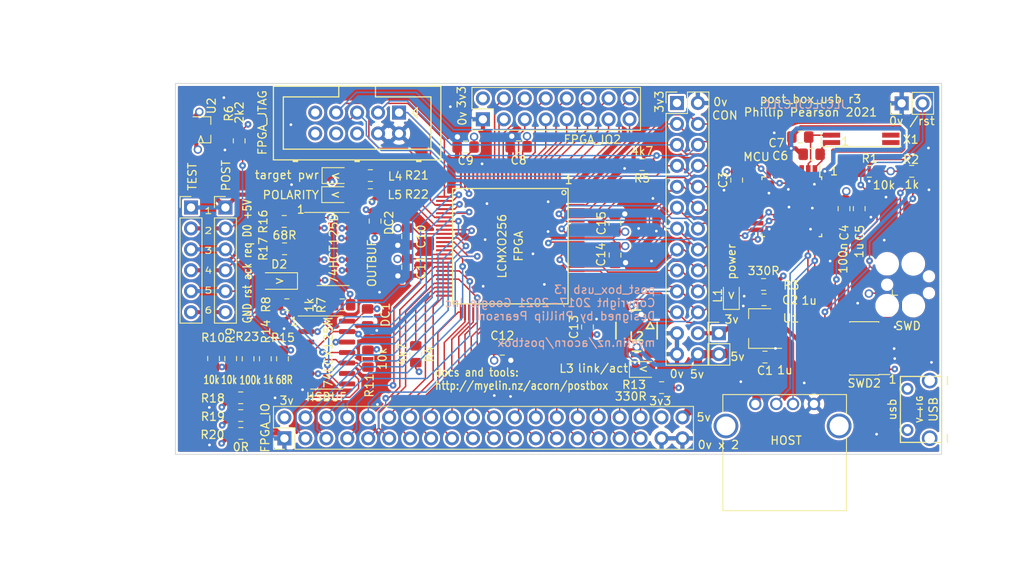
<source format=kicad_pcb>
(kicad_pcb (version 20171130) (host pcbnew "(5.1.6-0-10_14)")
  (layers (0 F.Cu signal) (1 In1.Cu power) (2 In2.Cu power) (31 B.Cu signal) (34 B.Paste user) (35 F.Paste user) (36 B.SilkS user) (37 F.SilkS user) (38 B.Mask user) (39 F.Mask user) (44 Edge.Cuts user))
  (net 0 "")
  (net 1 GND)
  (net 2 5V)
  (net 3 3V3)
  (net 4 mcu_TXD)
  (net 5 mcu_RXD)
  (net 6 mcu_RESET)
  (net 7 VDDCORE)
  (net 8 XTAL_IN)
  (net 9 XTAL_OUT)
  (net 10 USBDM)
  (net 11 USBDP)
  (net 12 USB_ID)
  (net 13 power_led_anode)
  (net 14 PA03)
  (net 15 PA18)
  (net 16 PA19)
  (net 17 PA27)
  (net 18 fpga_TMS)
  (net 19 fpga_TCK)
  (net 20 fpga_TDO)
  (net 21 fpga_TDI)
  (net 22 SLEEPN)
  (net 23 target_D0)
  (net 24 target_reset_noe)
  (net 25 target_reset_noe_buf)
  (net 26 target_power_3v)
  (net 27 testack_noe_buf)
  (net 28 testack_noe)
  (net 29 testreq_3v)
  (net 30 testack_noe_buf_r)
  (net 31 target_reset_noe_buf_r)
  (net 32 target_reset)
  (net 33 mcu_SWCLK)
  (net 34 mcu_SWDIO)
  (net 35 fpga_GPIO0)
  (net 36 fpga_GPIO1)
  (net 37 fpga_GPIO2)
  (net 38 fpga_GPIO3)
  (net 39 fpga_GPIO4)
  (net 40 fpga_GPIO5)
  (net 41 fpga_GPIO6)
  (net 42 fpga_GPIO7)
  (net 43 fpga_GPIO8)
  (net 44 fpga_GPIO9)
  (net 45 fpga_GPIO10)
  (net 46 fpga_GPIO11)
  (net 47 fpga_GPIO12)
  (net 48 fpga_GPIO13)
  (net 49 fpga_GPIO14)
  (net 50 fpga_GPIO15)
  (net 51 fpga_GPIO16)
  (net 52 fpga_GPIO17)
  (net 53 fpga_GPIO18)
  (net 54 fpga_GPIO19)
  (net 55 target_5V)
  (net 56 fpga_clock_48mhz)
  (net 57 reset_in)
  (net 58 fpga_GPIO20)
  (net 59 fpga_GPIO21)
  (net 60 fpga_GPIO22)
  (net 61 fpga_GPIO23)
  (net 62 fpga_GPIO24)
  (net 63 fpga_GPIO25)
  (net 64 fpga_GPIO26)
  (net 65 fpga_GPIO27)
  (net 66 fpga_GPIO28)
  (net 67 fpga_GPIO29)
  (net 68 fpga_GPIO30)
  (net 69 fpga_GPIO31)
  (net 70 fpga_GPIO32)
  (net 71 fpga_GPIO33)
  (net 72 fpga_OSC_in)
  (net 73 fpga_GPIO34)
  (net 74 fpga_GPIO35)
  (net 75 fpga_GPIO36)
  (net 76 fpga_GPIO37)
  (net 77 fpga_GPIO38)
  (net 78 fpga_GPIO39)
  (net 79 fpga_GPIO40)
  (net 80 fpga_GPIO41)
  (net 81 fpga_GPIO42)
  (net 82 fpga_GPIO43)
  (net 83 fpga_GPIO44)
  (net 84 fpga_GPIO45)
  (net 85 fpga_GPIO46)
  (net 86 fpga_GPIO47)
  (net 87 fpga_spi_sck)
  (net 88 fpga_spi_mosi)
  (net 89 fpga_spi_miso)
  (net 90 fpga_spi_cs)
  (net 91 target_power_out)
  (net 92 hotswap_noe)
  (net 93 mcu_txd_led_anode)
  (net 94 PA17)
  (net 95 PA02)
  (net 96 PA16)
  (net 97 target_5V_ext)
  (net 98 target_reset_prediode)
  (net 99 target_5V_r)
  (net 100 target_testreq)
  (net 101 target_testack)
  (net 102 target_testreq_ext)
  (net 103 target_testack_ext)
  (net 104 target_reset_ext)
  (net 105 target_GND)
  (net 106 target_power_led_anode)
  (net 107 target_power_reversed_led_anode)
  (module Resistor_SMD:R_0805_2012Metric_Pad1.15x1.40mm_HandSolder (layer F.Cu) (at 166.045 166.91 180)
    (fp_text reference R13 (at 3.335 0.35) (layer F.SilkS))
    (fp_text value 330R (at 3.735 -1.06 180) (layer F.SilkS))
    (pad 1 smd roundrect (at -1.025 0 180) (size 1.15 1.4) (layers F.Cu F.Paste F.Mask) (roundrect_rratio 0.217391) (net 3 3V3))
    (pad 2 smd roundrect (at 1.025 0 180) (size 1.15 1.4) (layers F.Cu F.Paste F.Mask) (roundrect_rratio 0.217391) (net 93 mcu_txd_led_anode))
  )
  (module Resistor_SMD:R_0805_2012Metric_Pad1.15x1.40mm_HandSolder (layer F.Cu) (at 120.331 150.062)
    (fp_text reference R17 (at -2.587 0.017 90) (layer F.SilkS))
    (fp_text value 68R hide)
    (pad 2 smd roundrect (at 1.025 0) (size 1.15 1.4) (layers F.Cu F.Paste F.Mask) (roundrect_rratio 0.217391) (net 98 target_reset_prediode))
    (pad 1 smd roundrect (at -1.025 0) (size 1.15 1.4) (layers F.Cu F.Paste F.Mask) (roundrect_rratio 0.217391) (net 104 target_reset_ext))
  )
  (module Connectors:USB_A (layer F.Cu) (at 177.41 168.89)
    (fp_text reference HOST (at 3.73 4.43) (layer F.SilkS))
    (fp_text value "usb host")
    (pad 4 thru_hole circle (at 7.11 0 270) (size 1.5 1.5) (drill 1) (layers *.Cu *.Mask) (net 1 GND))
    (pad 3 thru_hole circle (at 4.57 0 270) (size 1.5 1.5) (drill 1) (layers *.Cu *.Mask) (net 11 USBDP))
    (pad 2 thru_hole circle (at 2.54 0 270) (size 1.5 1.5) (drill 1) (layers *.Cu *.Mask) (net 10 USBDM))
    (pad 1 thru_hole circle (at 0 0 270) (size 1.5 1.5) (drill 1) (layers *.Cu *.Mask) (net 2 5V))
    (pad 5 thru_hole circle (at 10.16 2.67 270) (size 3 3) (drill 2.3) (layers *.Cu *.Mask))
    (pad 5 thru_hole circle (at -3.56 2.67 270) (size 3 3) (drill 2.3) (layers *.Cu *.Mask))
  )
  (module myelin-kicad:via_single (layer F.Cu) (at 175.95 157)
    (fp_text reference staple_single1 hide)
    (fp_text value "" hide)
    (pad 1 thru_hole circle (at 0 0) (size 0.8128 0.8128) (drill 0.3302) (layers *.Cu) (net 1 GND))
  )
  (module myelin-kicad:via_single (layer F.Cu) (at 179.85 162.15)
    (fp_text reference staple_single2 hide)
    (fp_text value "" hide)
    (pad 1 thru_hole circle (at 0 0) (size 0.8128 0.8128) (drill 0.3302) (layers *.Cu) (net 1 GND))
  )
  (module myelin-kicad:via_single (layer F.Cu) (at 186.479 151.554)
    (fp_text reference staple_single3 hide)
    (fp_text value "" hide)
    (pad 1 thru_hole circle (at 0 0) (size 0.8128 0.8128) (drill 0.3302) (layers *.Cu) (net 1 GND))
  )
  (module myelin-kicad:via_single (layer F.Cu) (at 179.06 143.31)
    (fp_text reference staple_single4 hide)
    (fp_text value "" hide)
    (pad 1 thru_hole circle (at 0 0) (size 0.8128 0.8128) (drill 0.3302) (layers *.Cu) (net 1 GND))
  )
  (module myelin-kicad:via_single (layer F.Cu) (at 179.1 147.67)
    (fp_text reference staple_single5 hide)
    (fp_text value "" hide)
    (pad 1 thru_hole circle (at 0 0) (size 0.8128 0.8128) (drill 0.3302) (layers *.Cu) (net 1 GND))
  )
  (module myelin-kicad:via_single (layer F.Cu) (at 184.57 142.23)
    (fp_text reference staple_single6 hide)
    (fp_text value "" hide)
    (pad 1 thru_hole circle (at 0 0) (size 0.8128 0.8128) (drill 0.3302) (layers *.Cu) (net 1 GND))
  )
  (module myelin-kicad:via_single (layer F.Cu) (at 184.1 147.68)
    (fp_text reference staple_single7 hide)
    (fp_text value "" hide)
    (pad 1 thru_hole circle (at 0 0) (size 0.8128 0.8128) (drill 0.3302) (layers *.Cu) (net 1 GND))
  )
  (module Housings_QFP:TQFP-32_7x7mm_Pitch0.8mm (layer F.Cu) (at 181.83 144.96 270)
    (fp_text reference MCU (at -6.05 4.277) (layer F.SilkS))
    (fp_text value ATSAMD21E18A-AU)
    (pad 1 smd rect (at -4.25 -2.8 270) (size 1.6 0.55) (layers F.Cu F.Paste F.Mask) (net 8 XTAL_IN))
    (pad 2 smd rect (at -4.25 -2 270) (size 1.6 0.55) (layers F.Cu F.Paste F.Mask) (net 9 XTAL_OUT))
    (pad 3 smd rect (at -4.25 -1.2 270) (size 1.6 0.55) (layers F.Cu F.Paste F.Mask) (net 95 PA02))
    (pad 4 smd rect (at -4.25 -0.4 270) (size 1.6 0.55) (layers F.Cu F.Paste F.Mask) (net 14 PA03))
    (pad 5 smd rect (at -4.25 0.4 270) (size 1.6 0.55) (layers F.Cu F.Paste F.Mask) (net 20 fpga_TDO))
    (pad 6 smd rect (at -4.25 1.2 270) (size 1.6 0.55) (layers F.Cu F.Paste F.Mask) (net 19 fpga_TCK))
    (pad 7 smd rect (at -4.25 2 270) (size 1.6 0.55) (layers F.Cu F.Paste F.Mask) (net 18 fpga_TMS))
    (pad 8 smd rect (at -4.25 2.8 270) (size 1.6 0.55) (layers F.Cu F.Paste F.Mask) (net 21 fpga_TDI))
    (pad 9 smd rect (at -2.8 4.25) (size 1.6 0.55) (layers F.Cu F.Paste F.Mask) (net 3 3V3))
    (pad 10 smd rect (at -2 4.25) (size 1.6 0.55) (layers F.Cu F.Paste F.Mask) (net 1 GND))
    (pad 11 smd rect (at -1.2 4.25) (size 1.6 0.55) (layers F.Cu F.Paste F.Mask) (net 88 fpga_spi_mosi))
    (pad 12 smd rect (at -0.4 4.25) (size 1.6 0.55) (layers F.Cu F.Paste F.Mask) (net 87 fpga_spi_sck))
    (pad 13 smd rect (at 0.4 4.25) (size 1.6 0.55) (layers F.Cu F.Paste F.Mask) (net 56 fpga_clock_48mhz))
    (pad 14 smd rect (at 1.2 4.25) (size 1.6 0.55) (layers F.Cu F.Paste F.Mask) (net 91 target_power_out))
    (pad 15 smd rect (at 2 4.25) (size 1.6 0.55) (layers F.Cu F.Paste F.Mask) (net 90 fpga_spi_cs))
    (pad 16 smd rect (at 2.8 4.25) (size 1.6 0.55) (layers F.Cu F.Paste F.Mask) (net 89 fpga_spi_miso))
    (pad 17 smd rect (at 4.25 2.8 270) (size 1.6 0.55) (layers F.Cu F.Paste F.Mask) (net 96 PA16))
    (pad 18 smd rect (at 4.25 2 270) (size 1.6 0.55) (layers F.Cu F.Paste F.Mask) (net 94 PA17))
    (pad 19 smd rect (at 4.25 1.2 270) (size 1.6 0.55) (layers F.Cu F.Paste F.Mask) (net 15 PA18))
    (pad 20 smd rect (at 4.25 0.4 270) (size 1.6 0.55) (layers F.Cu F.Paste F.Mask) (net 16 PA19))
    (pad 21 smd rect (at 4.25 -0.4 270) (size 1.6 0.55) (layers F.Cu F.Paste F.Mask) (net 4 mcu_TXD))
    (pad 22 smd rect (at 4.25 -1.2 270) (size 1.6 0.55) (layers F.Cu F.Paste F.Mask) (net 5 mcu_RXD))
    (pad 23 smd rect (at 4.25 -2 270) (size 1.6 0.55) (layers F.Cu F.Paste F.Mask) (net 10 USBDM))
    (pad 24 smd rect (at 4.25 -2.8 270) (size 1.6 0.55) (layers F.Cu F.Paste F.Mask) (net 11 USBDP))
    (pad 25 smd rect (at 2.8 -4.25) (size 1.6 0.55) (layers F.Cu F.Paste F.Mask) (net 17 PA27))
    (pad 26 smd rect (at 2 -4.25) (size 1.6 0.55) (layers F.Cu F.Paste F.Mask) (net 6 mcu_RESET))
    (pad 27 smd rect (at 1.2 -4.25) (size 1.6 0.55) (layers F.Cu F.Paste F.Mask) (net 57 reset_in))
    (pad 28 smd rect (at 0.4 -4.25) (size 1.6 0.55) (layers F.Cu F.Paste F.Mask) (net 1 GND))
    (pad 29 smd rect (at -0.4 -4.25) (size 1.6 0.55) (layers F.Cu F.Paste F.Mask) (net 7 VDDCORE))
    (pad 30 smd rect (at -1.2 -4.25) (size 1.6 0.55) (layers F.Cu F.Paste F.Mask) (net 3 3V3))
    (pad 31 smd rect (at -2 -4.25) (size 1.6 0.55) (layers F.Cu F.Paste F.Mask) (net 33 mcu_SWCLK))
    (pad 32 smd rect (at -2.8 -4.25) (size 1.6 0.55) (layers F.Cu F.Paste F.Mask) (net 34 mcu_SWDIO))
  )
  (module TO_SOT_Packages_SMD:SOT-89-3 (layer F.Cu) (at 178.38 159.74 180)
    (fp_text reference U1 (at -3.36 1.25 180) (layer F.SilkS))
    (fp_text value MCP1700T-3302E/MB)
    (pad 2 smd trapezoid (at 2.667 0 90) (size 1.6 0.85) (rect_delta 0 0.6) (layers F.Cu F.Paste F.Mask) (net 2 5V))
    (pad 1 smd rect (at -1.48 -1.5 90) (size 1 1.5) (layers F.Cu F.Paste F.Mask) (net 1 GND))
    (pad 2 smd rect (at -1.3335 0 90) (size 1 1.8) (layers F.Cu F.Paste F.Mask) (net 2 5V))
    (pad 3 smd rect (at -1.48 1.5 90) (size 1 1.5) (layers F.Cu F.Paste F.Mask) (net 3 3V3))
    (pad 2 smd rect (at 1.3335 0 90) (size 2.2 1.84) (layers F.Cu F.Paste F.Mask) (net 2 5V))
    (pad 2 smd trapezoid (at -0.0762 0 270) (size 1.5 1) (rect_delta 0 0.7) (layers F.Cu F.Paste F.Mask) (net 2 5V))
  )
  (module Crystals:Crystal_SMD_SeikoEpson_MC146-4pin_6.7x1.5mm_HandSoldering (layer F.Cu) (at 190.24 136.72)
    (fp_text reference X1 (at 6.02 0.08) (layer F.SilkS))
    (fp_text value "MC146 32768Hz")
    (pad 1 smd rect (at -3.6 0.45) (size 2.1 0.6) (layers F.Cu F.Paste F.Mask) (net 8 XTAL_IN))
    (pad 2 smd rect (at 3.6 0.45) (size 2.1 0.6) (layers F.Cu F.Paste F.Mask))
    (pad 3 smd rect (at 3.6 -0.45) (size 2.1 0.6) (layers F.Cu F.Paste F.Mask))
    (pad 4 smd rect (at -3.6 -0.45) (size 2.1 0.6) (layers F.Cu F.Paste F.Mask) (net 9 XTAL_OUT))
  )
  (module myelin-kicad:via_single (layer F.Cu) (at 185.84 140.66)
    (fp_text reference staple_single8 hide)
    (fp_text value "" hide)
    (pad 1 thru_hole circle (at 0 0) (size 0.8128 0.8128) (drill 0.3302) (layers *.Cu) (net 1 GND))
  )
  (module myelin-kicad:via_single (layer F.Cu) (at 181.76 137.87)
    (fp_text reference staple_single9 hide)
    (fp_text value "" hide)
    (pad 1 thru_hole circle (at 0 0) (size 0.8128 0.8128) (drill 0.3302) (layers *.Cu) (net 1 GND))
  )
  (module myelin-kicad:via_single (layer F.Cu) (at 184.32 145.12)
    (fp_text reference staple_single10 hide)
    (fp_text value "" hide)
    (pad 1 thru_hole circle (at 0 0) (size 0.8128 0.8128) (drill 0.3302) (layers *.Cu) (net 1 GND))
  )
  (module myelin-kicad:via_single (layer F.Cu) (at 193.039 149.006)
    (fp_text reference staple_single11 hide)
    (fp_text value "" hide)
    (pad 1 thru_hole circle (at 0 0) (size 0.8128 0.8128) (drill 0.3302) (layers *.Cu) (net 1 GND))
  )
  (module myelin-kicad:via_single (layer F.Cu) (at 191.22 141.86)
    (fp_text reference staple_single12 hide)
    (fp_text value "" hide)
    (pad 1 thru_hole circle (at 0 0) (size 0.8128 0.8128) (drill 0.3302) (layers *.Cu) (net 1 GND))
  )
  (module myelin-kicad:via_single (layer F.Cu) (at 198.46 142.9)
    (fp_text reference staple_single13 hide)
    (fp_text value "" hide)
    (pad 1 thru_hole circle (at 0 0) (size 0.8128 0.8128) (drill 0.3302) (layers *.Cu) (net 1 GND))
  )
  (module myelin-kicad:via_single (layer F.Cu) (at 198.4 137.83)
    (fp_text reference staple_single14 hide)
    (fp_text value "" hide)
    (pad 1 thru_hole circle (at 0 0) (size 0.8128 0.8128) (drill 0.3302) (layers *.Cu) (net 1 GND))
  )
  (module myelin-kicad:via_single (layer F.Cu) (at 173.61 142.95)
    (fp_text reference staple_single15 hide)
    (fp_text value "" hide)
    (pad 1 thru_hole circle (at 0 0) (size 0.8128 0.8128) (drill 0.3302) (layers *.Cu) (net 1 GND))
  )
  (module myelin-kicad:via_single (layer F.Cu) (at 179.7 135.99)
    (fp_text reference staple_single16 hide)
    (fp_text value "" hide)
    (pad 1 thru_hole circle (at 0 0) (size 0.8128 0.8128) (drill 0.3302) (layers *.Cu) (net 1 GND))
  )
  (module myelin-kicad:via_single (layer F.Cu) (at 198.77 163.84)
    (fp_text reference staple_single17 hide)
    (fp_text value "" hide)
    (pad 1 thru_hole circle (at 0 0) (size 0.8128 0.8128) (drill 0.3302) (layers *.Cu) (net 1 GND))
  )
  (module myelin-kicad:via_single (layer F.Cu) (at 181.41 142.85)
    (fp_text reference staple_single18 hide)
    (fp_text value "" hide)
    (pad 1 thru_hole circle (at 0 0) (size 0.8128 0.8128) (drill 0.3302) (layers *.Cu) (net 1 GND))
  )
  (module myelin-kicad:via_single (layer F.Cu) (at 181.49 145)
    (fp_text reference staple_single19 hide)
    (fp_text value "" hide)
    (pad 1 thru_hole circle (at 0 0) (size 0.8128 0.8128) (drill 0.3302) (layers *.Cu) (net 1 GND))
  )
  (module myelin-kicad:via_single (layer F.Cu) (at 176.06 155.81)
    (fp_text reference staple_single20 hide)
    (fp_text value "" hide)
    (pad 1 thru_hole circle (at 0 0) (size 0.8128 0.8128) (drill 0.3302) (layers *.Cu) (net 1 GND))
  )
  (module Pin_Headers:Pin_Header_Straight_1x02_Pitch2.54mm (layer F.Cu) (at 195.15 132.41 90)
    (fp_text reference RST hide)
    (fp_text value reset)
    (pad 1 thru_hole rect (at 0 0 90) (size 1.7 1.7) (drill 1) (layers *.Cu *.Mask) (net 1 GND))
    (pad 2 thru_hole oval (at 0 2.54 90) (size 1.7 1.7) (drill 1) (layers *.Cu *.Mask) (net 6 mcu_RESET))
  )
  (module Pin_Headers:Pin_Header_Straight_1x02_Pitch2.54mm (layer F.Cu) (at 172.99 160.31)
    (fp_text reference PWR hide)
    (fp_text value reset)
    (pad 1 thru_hole rect (at 0 0) (size 1.7 1.7) (drill 1) (layers *.Cu *.Mask) (net 3 3V3))
    (pad 2 thru_hole oval (at 0 2.54) (size 1.7 1.7) (drill 1) (layers *.Cu *.Mask) (net 2 5V))
  )
  (module myelin-kicad:micro_usb_b_smd_molex (layer F.Cu) (at 197.999 169.553 90)
    (fp_text reference USB (at 0 1 270) (layer F.SilkS))
    (fp_text value usb (at 0 -4 270) (layer F.SilkS))
    (fp_text user V (at -1.3 -0.65 270) (layer F.SilkS) (effects (font (size 0.7 0.7))))
    (fp_text user - (at -0.65 -0.65 270) (layer F.SilkS) (effects (font (size 0.7 0.7))))
    (fp_text user + (at 0 -0.65 270) (layer F.SilkS) (effects (font (size 0.7 0.7))))
    (fp_text user I (at 0.65 -0.65 270) (layer F.SilkS) (effects (font (size 0.7 0.7))))
    (fp_text user G (at 1.3 -0.65 270) (layer F.SilkS) (effects (font (size 0.7 0.7))))
    (pad 1 smd rect (at -1.3 -2.4 90) (size 0.4 1.85) (layers F.Cu F.Paste F.Mask) (net 2 5V))
    (pad 2 smd rect (at -0.65 -2.4 90) (size 0.4 1.85) (layers F.Cu F.Paste F.Mask) (net 10 USBDM))
    (pad 3 smd rect (at 0 -2.4 90) (size 0.4 1.85) (layers F.Cu F.Paste F.Mask) (net 11 USBDP))
    (pad 4 smd rect (at 0.65 -2.4 90) (size 0.4 1.85) (layers F.Cu F.Paste F.Mask) (net 12 USB_ID))
    (pad 5 smd rect (at 1.3 -2.4 90) (size 0.4 1.85) (layers F.Cu F.Paste F.Mask) (net 1 GND))
    (pad P0 thru_hole circle (at -2.5 -2.15 90) (size 1.45 1.45) (drill 0.85) (layers *.Cu *.Mask))
    (pad P1 thru_hole circle (at 2.5 -2.15 90) (size 1.45 1.45) (drill 0.85) (layers *.Cu *.Mask))
    (pad M0 thru_hole circle (at -3.5 0.55 90) (size 1.9 1.9) (drill 1.3) (layers *.Cu *.Mask))
    (pad M1 thru_hole circle (at 3.5 0.55 90) (size 1.9 1.9) (drill 1.3) (layers *.Cu *.Mask))
  )
  (module Capacitor_SMD:C_0805_2012Metric_Pad1.15x1.40mm_HandSolder (layer F.Cu) (at 178.58 163.2 180)
    (fp_text reference C1 (at 0 -1.65) (layer F.SilkS))
    (fp_text value 1u (at -2.411 -1.581) (layer F.SilkS))
    (pad 1 smd roundrect (at -1.025 0 180) (size 1.15 1.4) (layers F.Cu F.Paste F.Mask) (roundrect_rratio 0.217391) (net 1 GND))
    (pad 2 smd roundrect (at 1.025 0 180) (size 1.15 1.4) (layers F.Cu F.Paste F.Mask) (roundrect_rratio 0.217391) (net 2 5V))
  )
  (module Capacitor_SMD:C_0805_2012Metric_Pad1.15x1.40mm_HandSolder (layer F.Cu) (at 178.47 156.25 180)
    (fp_text reference C2 (at -3.155 -0.033) (layer F.SilkS))
    (fp_text value 1u (at -5.469 -0.084) (layer F.SilkS))
    (pad 2 smd roundrect (at 1.025 0 180) (size 1.15 1.4) (layers F.Cu F.Paste F.Mask) (roundrect_rratio 0.217391) (net 1 GND))
    (pad 1 smd roundrect (at -1.025 0 180) (size 1.15 1.4) (layers F.Cu F.Paste F.Mask) (roundrect_rratio 0.217391) (net 3 3V3))
  )
  (module Capacitor_SMD:C_0805_2012Metric_Pad1.15x1.40mm_HandSolder (layer F.Cu) (at 175.15 141.73 90)
    (fp_text reference C3 (at 0 -1.65 90) (layer F.SilkS))
    (fp_text value 100n)
    (pad 1 smd roundrect (at -1.025 0 90) (size 1.15 1.4) (layers F.Cu F.Paste F.Mask) (roundrect_rratio 0.217391) (net 1 GND))
    (pad 2 smd roundrect (at 1.025 0 90) (size 1.15 1.4) (layers F.Cu F.Paste F.Mask) (roundrect_rratio 0.217391) (net 3 3V3))
  )
  (module Capacitor_SMD:C_0805_2012Metric_Pad1.15x1.40mm_HandSolder (layer F.Cu) (at 188.16 145.19 90)
    (fp_text reference C4 (at -2.9 0.03 90) (layer F.SilkS))
    (fp_text value 100n (at -6 -0.11 90) (layer F.SilkS))
    (pad 2 smd roundrect (at 1.025 0 90) (size 1.15 1.4) (layers F.Cu F.Paste F.Mask) (roundrect_rratio 0.217391) (net 3 3V3))
    (pad 1 smd roundrect (at -1.025 0 90) (size 1.15 1.4) (layers F.Cu F.Paste F.Mask) (roundrect_rratio 0.217391) (net 1 GND))
  )
  (module Capacitor_SMD:C_0805_2012Metric_Pad1.15x1.40mm_HandSolder (layer F.Cu) (at 190.01 145.19 90)
    (fp_text reference C5 (at -2.95 0.07 90) (layer F.SilkS))
    (fp_text value 1u (at -5.07 -0.01 90) (layer F.SilkS))
    (pad 1 smd roundrect (at -1.025 0 90) (size 1.15 1.4) (layers F.Cu F.Paste F.Mask) (roundrect_rratio 0.217391) (net 1 GND))
    (pad 2 smd roundrect (at 1.025 0 90) (size 1.15 1.4) (layers F.Cu F.Paste F.Mask) (roundrect_rratio 0.217391) (net 7 VDDCORE))
  )
  (module Capacitor_SMD:C_0805_2012Metric_Pad1.15x1.40mm_HandSolder (layer F.Cu) (at 184.24 138.59)
    (fp_text reference C6 (at -3.813 0.191) (layer F.SilkS))
    (fp_text value 15p)
    (pad 2 smd roundrect (at 1.025 0) (size 1.15 1.4) (layers F.Cu F.Paste F.Mask) (roundrect_rratio 0.217391) (net 8 XTAL_IN))
    (pad 1 smd roundrect (at -1.025 0) (size 1.15 1.4) (layers F.Cu F.Paste F.Mask) (roundrect_rratio 0.217391) (net 1 GND))
  )
  (module Capacitor_SMD:C_0805_2012Metric_Pad1.15x1.40mm_HandSolder (layer F.Cu) (at 182.86 136.5)
    (fp_text reference C7 (at -2.881 0.726) (layer F.SilkS))
    (fp_text value 15p)
    (pad 1 smd roundrect (at -1.025 0) (size 1.15 1.4) (layers F.Cu F.Paste F.Mask) (roundrect_rratio 0.217391) (net 1 GND))
    (pad 2 smd roundrect (at 1.025 0) (size 1.15 1.4) (layers F.Cu F.Paste F.Mask) (roundrect_rratio 0.217391) (net 9 XTAL_OUT))
  )
  (module Capacitor_SMD:C_0805_2012Metric (layer F.Cu) (at 157.059 159.5515 90)
    (fp_text reference C13 (at 0 -1.65 90) (layer F.SilkS))
    (fp_text value 100n)
    (pad 1 smd roundrect (at -0.9375 0 90) (size 0.975 1.4) (layers F.Cu F.Paste F.Mask) (net 3 3V3))
    (pad 2 smd roundrect (at 0.9375 0 90) (size 0.975 1.4) (layers F.Cu F.Paste F.Mask) (net 1 GND))
  )
  (module myelin-kicad:lattice_tn100 (layer F.Cu) (at 147.70508 149.7466 270)
    (fp_text reference FPGA (at 0 -1 90) (layer F.SilkS))
    (fp_text value LCMXO256 (at 0 1 90) (layer F.SilkS))
    (pad 1 smd rect (at -8 -6 270) (size 2 0.25) (layers F.Cu F.Paste F.Mask) (net 86 fpga_GPIO47))
    (pad 2 smd rect (at -8 -5.5 270) (size 2 0.25) (layers F.Cu F.Paste F.Mask) (net 83 fpga_GPIO44))
    (pad 3 smd rect (at -8 -5 270) (size 2 0.25) (layers F.Cu F.Paste F.Mask) (net 84 fpga_GPIO45))
    (pad 4 smd rect (at -8 -4.5 270) (size 2 0.25) (layers F.Cu F.Paste F.Mask) (net 81 fpga_GPIO42))
    (pad 5 smd rect (at -8 -4 270) (size 2 0.25) (layers F.Cu F.Paste F.Mask) (net 82 fpga_GPIO43))
    (pad 6 smd rect (at -8 -3.5 270) (size 2 0.25) (layers F.Cu F.Paste F.Mask) (net 79 fpga_GPIO40))
    (pad 7 smd rect (at -8 -3 270) (size 2 0.25) (layers F.Cu F.Paste F.Mask) (net 80 fpga_GPIO41))
    (pad 8 smd rect (at -8 -2.5 270) (size 2 0.25) (layers F.Cu F.Paste F.Mask) (net 77 fpga_GPIO38))
    (pad 9 smd rect (at -8 -2 270) (size 2 0.25) (layers F.Cu F.Paste F.Mask) (net 78 fpga_GPIO39))
    (pad 10 smd rect (at -8 -1.5 270) (size 2 0.25) (layers F.Cu F.Paste F.Mask) (net 3 3V3))
    (pad 11 smd rect (at -8 -1 270) (size 2 0.25) (layers F.Cu F.Paste F.Mask) (net 75 fpga_GPIO36))
    (pad 12 smd rect (at -8 -0.5 270) (size 2 0.25) (layers F.Cu F.Paste F.Mask) (net 1 GND))
    (pad 13 smd rect (at -8 0 270) (size 2 0.25) (layers F.Cu F.Paste F.Mask))
    (pad 14 smd rect (at -8 0.5 270) (size 2 0.25) (layers F.Cu F.Paste F.Mask) (net 76 fpga_GPIO37))
    (pad 15 smd rect (at -8 1 270) (size 2 0.25) (layers F.Cu F.Paste F.Mask) (net 73 fpga_GPIO34))
    (pad 16 smd rect (at -8 1.5 270) (size 2 0.25) (layers F.Cu F.Paste F.Mask) (net 74 fpga_GPIO35))
    (pad 17 smd rect (at -8 2 270) (size 2 0.25) (layers F.Cu F.Paste F.Mask))
    (pad 18 smd rect (at -8 2.5 270) (size 2 0.25) (layers F.Cu F.Paste F.Mask))
    (pad 19 smd rect (at -8 3 270) (size 2 0.25) (layers F.Cu F.Paste F.Mask))
    (pad 20 smd rect (at -8 3.5 270) (size 2 0.25) (layers F.Cu F.Paste F.Mask))
    (pad 21 smd rect (at -8 4 270) (size 2 0.25) (layers F.Cu F.Paste F.Mask))
    (pad 22 smd rect (at -8 4.5 270) (size 2 0.25) (layers F.Cu F.Paste F.Mask))
    (pad 23 smd rect (at -8 5 270) (size 2 0.25) (layers F.Cu F.Paste F.Mask) (net 28 testack_noe))
    (pad 24 smd rect (at -8 5.5 270) (size 2 0.25) (layers F.Cu F.Paste F.Mask) (net 3 3V3))
    (pad 25 smd rect (at -8 6 270) (size 2 0.25) (layers F.Cu F.Paste F.Mask) (net 1 GND))
    (pad 26 smd rect (at -6 8 270) (size 0.25 2) (layers F.Cu F.Paste F.Mask) (net 18 fpga_TMS))
    (pad 27 smd rect (at -5.5 8 270) (size 0.25 2) (layers F.Cu F.Paste F.Mask) (net 26 target_power_3v))
    (pad 28 smd rect (at -5 8 270) (size 0.25 2) (layers F.Cu F.Paste F.Mask) (net 19 fpga_TCK))
    (pad 29 smd rect (at -4.5 8 270) (size 0.25 2) (layers F.Cu F.Paste F.Mask) (net 24 target_reset_noe))
    (pad 30 smd rect (at -4 8 270) (size 0.25 2) (layers F.Cu F.Paste F.Mask) (net 92 hotswap_noe))
    (pad 31 smd rect (at -3.5 8 270) (size 0.25 2) (layers F.Cu F.Paste F.Mask) (net 20 fpga_TDO))
    (pad 32 smd rect (at -3 8 270) (size 0.25 2) (layers F.Cu F.Paste F.Mask) (net 29 testreq_3v))
    (pad 33 smd rect (at -2.5 8 270) (size 0.25 2) (layers F.Cu F.Paste F.Mask) (net 21 fpga_TDI))
    (pad 34 smd rect (at -2 8 270) (size 0.25 2) (layers F.Cu F.Paste F.Mask) (net 35 fpga_GPIO0))
    (pad 35 smd rect (at -1.5 8 270) (size 0.25 2) (layers F.Cu F.Paste F.Mask) (net 3 3V3))
    (pad 36 smd rect (at -1 8 270) (size 0.25 2) (layers F.Cu F.Paste F.Mask) (net 36 fpga_GPIO1))
    (pad 37 smd rect (at -0.5 8 270) (size 0.25 2) (layers F.Cu F.Paste F.Mask) (net 37 fpga_GPIO2))
    (pad 38 smd rect (at 0 8 270) (size 0.25 2) (layers F.Cu F.Paste F.Mask) (net 72 fpga_OSC_in))
    (pad 39 smd rect (at 0.5 8 270) (size 0.25 2) (layers F.Cu F.Paste F.Mask) (net 38 fpga_GPIO3))
    (pad 40 smd rect (at 1 8 270) (size 0.25 2) (layers F.Cu F.Paste F.Mask) (net 1 GND))
    (pad 41 smd rect (at 1.5 8 270) (size 0.25 2) (layers F.Cu F.Paste F.Mask) (net 3 3V3))
    (pad 42 smd rect (at 2 8 270) (size 0.25 2) (layers F.Cu F.Paste F.Mask) (net 1 GND))
    (pad 43 smd rect (at 2.5 8 270) (size 0.25 2) (layers F.Cu F.Paste F.Mask) (net 39 fpga_GPIO4))
    (pad 44 smd rect (at 3 8 270) (size 0.25 2) (layers F.Cu F.Paste F.Mask) (net 40 fpga_GPIO5))
    (pad 45 smd rect (at 3.5 8 270) (size 0.25 2) (layers F.Cu F.Paste F.Mask) (net 41 fpga_GPIO6))
    (pad 46 smd rect (at 4 8 270) (size 0.25 2) (layers F.Cu F.Paste F.Mask) (net 42 fpga_GPIO7))
    (pad 47 smd rect (at 4.5 8 270) (size 0.25 2) (layers F.Cu F.Paste F.Mask) (net 43 fpga_GPIO8))
    (pad 48 smd rect (at 5 8 270) (size 0.25 2) (layers F.Cu F.Paste F.Mask) (net 22 SLEEPN))
    (pad 49 smd rect (at 5.5 8 270) (size 0.25 2) (layers F.Cu F.Paste F.Mask) (net 44 fpga_GPIO9))
    (pad 50 smd rect (at 6 8 270) (size 0.25 2) (layers F.Cu F.Paste F.Mask) (net 45 fpga_GPIO10))
    (pad 51 smd rect (at 8 6 270) (size 2 0.25) (layers F.Cu F.Paste F.Mask) (net 46 fpga_GPIO11))
    (pad 52 smd rect (at 8 5.5 270) (size 2 0.25) (layers F.Cu F.Paste F.Mask) (net 47 fpga_GPIO12))
    (pad 53 smd rect (at 8 5 270) (size 2 0.25) (layers F.Cu F.Paste F.Mask) (net 48 fpga_GPIO13))
    (pad 54 smd rect (at 8 4.5 270) (size 2 0.25) (layers F.Cu F.Paste F.Mask) (net 49 fpga_GPIO14))
    (pad 55 smd rect (at 8 4 270) (size 2 0.25) (layers F.Cu F.Paste F.Mask) (net 50 fpga_GPIO15))
    (pad 56 smd rect (at 8 3.5 270) (size 2 0.25) (layers F.Cu F.Paste F.Mask) (net 51 fpga_GPIO16))
    (pad 57 smd rect (at 8 3 270) (size 2 0.25) (layers F.Cu F.Paste F.Mask) (net 52 fpga_GPIO17))
    (pad 58 smd rect (at 8 2.5 270) (size 2 0.25) (layers F.Cu F.Paste F.Mask) (net 53 fpga_GPIO18))
    (pad 59 smd rect (at 8 2 270) (size 2 0.25) (layers F.Cu F.Paste F.Mask) (net 54 fpga_GPIO19))
    (pad 60 smd rect (at 8 1.5 270) (size 2 0.25) (layers F.Cu F.Paste F.Mask) (net 3 3V3))
    (pad 61 smd rect (at 8 1 270) (size 2 0.25) (layers F.Cu F.Paste F.Mask) (net 58 fpga_GPIO20))
    (pad 62 smd rect (at 8 0.5 270) (size 2 0.25) (layers F.Cu F.Paste F.Mask) (net 1 GND))
    (pad 63 smd rect (at 8 0 270) (size 2 0.25) (layers F.Cu F.Paste F.Mask) (net 59 fpga_GPIO21))
    (pad 64 smd rect (at 8 -0.5 270) (size 2 0.25) (layers F.Cu F.Paste F.Mask) (net 60 fpga_GPIO22))
    (pad 65 smd rect (at 8 -1 270) (size 2 0.25) (layers F.Cu F.Paste F.Mask) (net 61 fpga_GPIO23))
    (pad 66 smd rect (at 8 -1.5 270) (size 2 0.25) (layers F.Cu F.Paste F.Mask) (net 62 fpga_GPIO24))
    (pad 67 smd rect (at 8 -2 270) (size 2 0.25) (layers F.Cu F.Paste F.Mask) (net 63 fpga_GPIO25))
    (pad 68 smd rect (at 8 -2.5 270) (size 2 0.25) (layers F.Cu F.Paste F.Mask) (net 64 fpga_GPIO26))
    (pad 69 smd rect (at 8 -3 270) (size 2 0.25) (layers F.Cu F.Paste F.Mask) (net 65 fpga_GPIO27))
    (pad 70 smd rect (at 8 -3.5 270) (size 2 0.25) (layers F.Cu F.Paste F.Mask) (net 66 fpga_GPIO28))
    (pad 71 smd rect (at 8 -4 270) (size 2 0.25) (layers F.Cu F.Paste F.Mask) (net 67 fpga_GPIO29))
    (pad 72 smd rect (at 8 -4.5 270) (size 2 0.25) (layers F.Cu F.Paste F.Mask) (net 68 fpga_GPIO30))
    (pad 73 smd rect (at 8 -5 270) (size 2 0.25) (layers F.Cu F.Paste F.Mask) (net 69 fpga_GPIO31))
    (pad 74 smd rect (at 8 -5.5 270) (size 2 0.25) (layers F.Cu F.Paste F.Mask) (net 3 3V3))
    (pad 75 smd rect (at 8 -6 270) (size 2 0.25) (layers F.Cu F.Paste F.Mask) (net 1 GND))
    (pad 76 smd rect (at 6 -8 270) (size 0.25 2) (layers F.Cu F.Paste F.Mask) (net 70 fpga_GPIO32))
    (pad 77 smd rect (at 5.5 -8 270) (size 0.25 2) (layers F.Cu F.Paste F.Mask) (net 71 fpga_GPIO33))
    (pad 78 smd rect (at 5 -8 270) (size 0.25 2) (layers F.Cu F.Paste F.Mask) (net 5 mcu_RXD))
    (pad 79 smd rect (at 4.5 -8 270) (size 0.25 2) (layers F.Cu F.Paste F.Mask) (net 4 mcu_TXD))
    (pad 80 smd rect (at 4 -8 270) (size 0.25 2) (layers F.Cu F.Paste F.Mask) (net 16 PA19))
    (pad 81 smd rect (at 3.5 -8 270) (size 0.25 2) (layers F.Cu F.Paste F.Mask) (net 15 PA18))
    (pad 82 smd rect (at 3 -8 270) (size 0.25 2) (layers F.Cu F.Paste F.Mask) (net 94 PA17))
    (pad 83 smd rect (at 2.5 -8 270) (size 0.25 2) (layers F.Cu F.Paste F.Mask) (net 96 PA16))
    (pad 84 smd rect (at 2 -8 270) (size 0.25 2) (layers F.Cu F.Paste F.Mask) (net 1 GND))
    (pad 85 smd rect (at 1.5 -8 270) (size 0.25 2) (layers F.Cu F.Paste F.Mask) (net 91 target_power_out))
    (pad 86 smd rect (at 1 -8 270) (size 0.25 2) (layers F.Cu F.Paste F.Mask) (net 56 fpga_clock_48mhz))
    (pad 87 smd rect (at 0.5 -8 270) (size 0.25 2) (layers F.Cu F.Paste F.Mask) (net 17 PA27))
    (pad 88 smd rect (at 0 -8 270) (size 0.25 2) (layers F.Cu F.Paste F.Mask) (net 3 3V3))
    (pad 89 smd rect (at -0.5 -8 270) (size 0.25 2) (layers F.Cu F.Paste F.Mask) (net 57 reset_in))
    (pad 90 smd rect (at -1 -8 270) (size 0.25 2) (layers F.Cu F.Paste F.Mask) (net 3 3V3))
    (pad 91 smd rect (at -1.5 -8 270) (size 0.25 2) (layers F.Cu F.Paste F.Mask) (net 89 fpga_spi_miso))
    (pad 92 smd rect (at -2 -8 270) (size 0.25 2) (layers F.Cu F.Paste F.Mask) (net 3 3V3))
    (pad 93 smd rect (at -2.5 -8 270) (size 0.25 2) (layers F.Cu F.Paste F.Mask) (net 1 GND))
    (pad 94 smd rect (at -3 -8 270) (size 0.25 2) (layers F.Cu F.Paste F.Mask) (net 90 fpga_spi_cs))
    (pad 95 smd rect (at -3.5 -8 270) (size 0.25 2) (layers F.Cu F.Paste F.Mask) (net 87 fpga_spi_sck))
    (pad 96 smd rect (at -4 -8 270) (size 0.25 2) (layers F.Cu F.Paste F.Mask) (net 88 fpga_spi_mosi))
    (pad 97 smd rect (at -4.5 -8 270) (size 0.25 2) (layers F.Cu F.Paste F.Mask) (net 95 PA02))
    (pad 98 smd rect (at -5 -8 270) (size 0.25 2) (layers F.Cu F.Paste F.Mask) (net 14 PA03))
    (pad 99 smd rect (at -5.5 -8 270) (size 0.25 2) (layers F.Cu F.Paste F.Mask))
    (pad 100 smd rect (at -6 -8 270) (size 0.25 2) (layers F.Cu F.Paste F.Mask) (net 85 fpga_GPIO46))
  )
  (module Resistor_SMD:R_0805_2012Metric_Pad1.15x1.40mm_HandSolder (layer F.Cu) (at 191.22 140.66)
    (fp_text reference R1 (at 0.049 -1.55) (layer F.SilkS))
    (fp_text value 10k (at 1.794 1.681) (layer F.SilkS))
    (pad 1 smd roundrect (at -1.025 0) (size 1.15 1.4) (layers F.Cu F.Paste F.Mask) (roundrect_rratio 0.217391) (net 6 mcu_RESET))
    (pad 2 smd roundrect (at 1.025 0) (size 1.15 1.4) (layers F.Cu F.Paste F.Mask) (roundrect_rratio 0.217391) (net 3 3V3))
  )
  (module Resistor_SMD:R_0805_2012Metric_Pad1.15x1.40mm_HandSolder (layer F.Cu) (at 196.37 140.66 180)
    (fp_text reference R2 (at 0.08 1.425) (layer F.SilkS))
    (fp_text value 1k (at -0.02 -1.598) (layer F.SilkS))
    (pad 2 smd roundrect (at 1.025 0 180) (size 1.15 1.4) (layers F.Cu F.Paste F.Mask) (roundrect_rratio 0.217391) (net 3 3V3))
    (pad 1 smd roundrect (at -1.025 0 180) (size 1.15 1.4) (layers F.Cu F.Paste F.Mask) (roundrect_rratio 0.217391) (net 33 mcu_SWCLK))
  )
  (module Resistor_SMD:R_0805_2012Metric_Pad1.15x1.40mm_HandSolder (layer F.Cu) (at 178.41 154.39 180)
    (fp_text reference R3 (at -3.366 -0.112) (layer F.SilkS))
    (fp_text value 330R (at 0 1.65) (layer F.SilkS))
    (pad 1 smd roundrect (at -1.025 0 180) (size 1.15 1.4) (layers F.Cu F.Paste F.Mask) (roundrect_rratio 0.217391) (net 3 3V3))
    (pad 2 smd roundrect (at 1.025 0 180) (size 1.15 1.4) (layers F.Cu F.Paste F.Mask) (roundrect_rratio 0.217391) (net 13 power_led_anode))
  )
  (module Resistor_SMD:R_0805_2012Metric_Pad1.15x1.40mm_HandSolder (layer F.Cu) (at 136.236 162.855 270)
    (fp_text reference R4 (at 0 -1.65 90) (layer F.SilkS))
    (fp_text value 4k7 (at 0 1.65 90) (layer F.SilkS))
    (pad 2 smd roundrect (at 1.025 0 270) (size 1.15 1.4) (layers F.Cu F.Paste F.Mask) (roundrect_rratio 0.217391) (net 3 3V3))
    (pad 1 smd roundrect (at -1.025 0 270) (size 1.15 1.4) (layers F.Cu F.Paste F.Mask) (roundrect_rratio 0.217391) (net 22 SLEEPN))
  )
  (module Resistor_SMD:R_0805_2012Metric_Pad1.15x1.40mm_HandSolder (layer F.Cu) (at 163.672 139.854 180)
    (fp_text reference R5 (at 0 -1.65) (layer F.SilkS))
    (fp_text value 4k7 (at 0 1.65) (layer F.SilkS))
    (pad 1 smd roundrect (at -1.025 0 180) (size 1.15 1.4) (layers F.Cu F.Paste F.Mask) (roundrect_rratio 0.217391) (net 19 fpga_TCK))
    (pad 2 smd roundrect (at 1.025 0 180) (size 1.15 1.4) (layers F.Cu F.Paste F.Mask) (roundrect_rratio 0.217391) (net 1 GND))
  )
  (module Capacitor_SMD:C_0805_2012Metric_Pad1.15x1.40mm_HandSolder (layer F.Cu) (at 130.394 158.383 90)
    (fp_text reference DC1 (at 0.312 2.174 90) (layer F.SilkS))
    (fp_text value 100n)
    (pad 2 smd roundrect (at 1.025 0 90) (size 1.15 1.4) (layers F.Cu F.Paste F.Mask) (roundrect_rratio 0.217391) (net 3 3V3))
    (pad 1 smd roundrect (at -1.025 0 90) (size 1.15 1.4) (layers F.Cu F.Paste F.Mask) (roundrect_rratio 0.217391) (net 1 GND))
  )
  (module Capacitor_SMD:C_0805_2012Metric_Pad1.15x1.40mm_HandSolder (layer F.Cu) (at 131.308 146.704 90)
    (fp_text reference DC2 (at -0.21 1.688 90) (layer F.SilkS))
    (fp_text value 100n)
    (pad 1 smd roundrect (at -1.025 0 90) (size 1.15 1.4) (layers F.Cu F.Paste F.Mask) (roundrect_rratio 0.217391) (net 105 target_GND))
    (pad 2 smd roundrect (at 1.025 0 90) (size 1.15 1.4) (layers F.Cu F.Paste F.Mask) (roundrect_rratio 0.217391) (net 55 target_5V))
  )
  (module Connector_PinHeader_2.54mm:PinHeader_2x13_P2.54mm_Vertical (layer F.Cu) (at 167.91 132.37)
    (fp_text reference CON (at 5.801 1.505) (layer F.SilkS))
    (fp_text value pins)
    (pad 1 thru_hole rect (at 0 0) (size 1.7 1.7) (drill 1) (layers *.Cu *.Mask) (net 3 3V3))
    (pad 2 thru_hole oval (at 2.54 0) (size 1.7 1.7) (drill 1) (layers *.Cu *.Mask) (net 1 GND))
    (pad 3 thru_hole oval (at 0 2.54) (size 1.7 1.7) (drill 1) (layers *.Cu *.Mask) (net 20 fpga_TDO))
    (pad 4 thru_hole oval (at 2.54 2.54) (size 1.7 1.7) (drill 1) (layers *.Cu *.Mask) (net 14 PA03))
    (pad 5 thru_hole oval (at 0 5.08) (size 1.7 1.7) (drill 1) (layers *.Cu *.Mask) (net 18 fpga_TMS))
    (pad 6 thru_hole oval (at 2.54 5.08) (size 1.7 1.7) (drill 1) (layers *.Cu *.Mask) (net 19 fpga_TCK))
    (pad 7 thru_hole oval (at 0 7.62) (size 1.7 1.7) (drill 1) (layers *.Cu *.Mask) (net 95 PA02))
    (pad 8 thru_hole oval (at 2.54 7.62) (size 1.7 1.7) (drill 1) (layers *.Cu *.Mask) (net 21 fpga_TDI))
    (pad 9 thru_hole oval (at 0 10.16) (size 1.7 1.7) (drill 1) (layers *.Cu *.Mask) (net 87 fpga_spi_sck))
    (pad 10 thru_hole oval (at 2.54 10.16) (size 1.7 1.7) (drill 1) (layers *.Cu *.Mask) (net 88 fpga_spi_mosi))
    (pad 11 thru_hole oval (at 0 12.7) (size 1.7 1.7) (drill 1) (layers *.Cu *.Mask) (net 91 target_power_out))
    (pad 12 thru_hole oval (at 2.54 12.7) (size 1.7 1.7) (drill 1) (layers *.Cu *.Mask) (net 56 fpga_clock_48mhz))
    (pad 13 thru_hole oval (at 0 15.24) (size 1.7 1.7) (drill 1) (layers *.Cu *.Mask) (net 89 fpga_spi_miso))
    (pad 14 thru_hole oval (at 2.54 15.24) (size 1.7 1.7) (drill 1) (layers *.Cu *.Mask) (net 90 fpga_spi_cs))
    (pad 15 thru_hole oval (at 0 17.78) (size 1.7 1.7) (drill 1) (layers *.Cu *.Mask) (net 17 PA27))
    (pad 16 thru_hole oval (at 2.54 17.78) (size 1.7 1.7) (drill 1) (layers *.Cu *.Mask) (net 57 reset_in))
    (pad 17 thru_hole oval (at 0 20.32) (size 1.7 1.7) (drill 1) (layers *.Cu *.Mask) (net 94 PA17))
    (pad 18 thru_hole oval (at 2.54 20.32) (size 1.7 1.7) (drill 1) (layers *.Cu *.Mask) (net 96 PA16))
    (pad 19 thru_hole oval (at 0 22.86) (size 1.7 1.7) (drill 1) (layers *.Cu *.Mask) (net 16 PA19))
    (pad 20 thru_hole oval (at 2.54 22.86) (size 1.7 1.7) (drill 1) (layers *.Cu *.Mask) (net 15 PA18))
    (pad 21 thru_hole oval (at 0 25.4) (size 1.7 1.7) (drill 1) (layers *.Cu *.Mask) (net 5 mcu_RXD))
    (pad 22 thru_hole oval (at 2.54 25.4) (size 1.7 1.7) (drill 1) (layers *.Cu *.Mask) (net 4 mcu_TXD))
    (pad 23 thru_hole oval (at 0 27.94) (size 1.7 1.7) (drill 1) (layers *.Cu *.Mask) (net 1 GND))
    (pad 24 thru_hole oval (at 2.54 27.94) (size 1.7 1.7) (drill 1) (layers *.Cu *.Mask) (net 3 3V3))
    (pad 25 thru_hole oval (at 0 30.48) (size 1.7 1.7) (drill 1) (layers *.Cu *.Mask) (net 1 GND))
    (pad 26 thru_hole oval (at 2.54 30.48) (size 1.7 1.7) (drill 1) (layers *.Cu *.Mask) (net 2 5V))
  )
  (module Connector_PinHeader_2.54mm:PinHeader_1x06_P2.54mm_Vertical (layer F.Cu) (at 113.16 145.05)
    (fp_text reference POST (at 0.07 -3.88 90) (layer F.SilkS))
    (fp_text value pins)
    (pad 1 thru_hole rect (at 0 0) (size 1.7 1.7) (drill 1) (layers *.Cu *.Mask) (net 97 target_5V_ext))
    (pad 2 thru_hole oval (at 0 2.54) (size 1.7 1.7) (drill 1) (layers *.Cu *.Mask) (net 23 target_D0))
    (pad 3 thru_hole oval (at 0 5.08) (size 1.7 1.7) (drill 1) (layers *.Cu *.Mask) (net 102 target_testreq_ext))
    (pad 4 thru_hole oval (at 0 7.62) (size 1.7 1.7) (drill 1) (layers *.Cu *.Mask) (net 103 target_testack_ext))
    (pad 5 thru_hole oval (at 0 10.16) (size 1.7 1.7) (drill 1) (layers *.Cu *.Mask) (net 104 target_reset_ext))
    (pad 6 thru_hole oval (at 0 12.7) (size 1.7 1.7) (drill 1) (layers *.Cu *.Mask) (net 105 target_GND))
  )
  (module Resistor_SMD:R_0805_2012Metric_Pad1.15x1.40mm_HandSolder (layer F.Cu) (at 114.83 136.96 90)
    (fp_text reference R6 (at 3.32 -1.26 90) (layer F.SilkS))
    (fp_text value 2k2 (at 3.43 0.02 90) (layer F.SilkS))
    (pad 1 smd roundrect (at -1.025 0 90) (size 1.15 1.4) (layers F.Cu F.Paste F.Mask) (roundrect_rratio 0.217391) (net 23 target_D0))
    (pad 2 smd roundrect (at 1.025 0 90) (size 1.15 1.4) (layers F.Cu F.Paste F.Mask) (roundrect_rratio 0.217391) (net 55 target_5V))
  )
  (module Capacitor_SMD:C_0805_2012Metric_Pad1.15x1.40mm_HandSolder (layer F.Cu) (at 148.71 137.67 180)
    (fp_text reference C8 (at 0 -1.65) (layer F.SilkS))
    (fp_text value 100n)
    (pad 2 smd roundrect (at 1.025 0 180) (size 1.15 1.4) (layers F.Cu F.Paste F.Mask) (roundrect_rratio 0.217391) (net 1 GND))
    (pad 1 smd roundrect (at -1.025 0 180) (size 1.15 1.4) (layers F.Cu F.Paste F.Mask) (roundrect_rratio 0.217391) (net 3 3V3))
  )
  (module Capacitor_SMD:C_0805_2012Metric_Pad1.15x1.40mm_HandSolder (layer F.Cu) (at 142.281 137.708 180)
    (fp_text reference C9 (at 0 -1.65) (layer F.SilkS))
    (fp_text value 100n)
    (pad 1 smd roundrect (at -1.025 0 180) (size 1.15 1.4) (layers F.Cu F.Paste F.Mask) (roundrect_rratio 0.217391) (net 3 3V3))
    (pad 2 smd roundrect (at 1.025 0 180) (size 1.15 1.4) (layers F.Cu F.Paste F.Mask) (roundrect_rratio 0.217391) (net 1 GND))
  )
  (module Capacitor_SMD:C_0805_2012Metric_Pad1.15x1.40mm_HandSolder (layer F.Cu) (at 135.248 148.573 270)
    (fp_text reference C10 (at 0 -1.65 90) (layer F.SilkS))
    (fp_text value 100n)
    (pad 1 smd roundrect (at -1.025 0 270) (size 1.15 1.4) (layers F.Cu F.Paste F.Mask) (roundrect_rratio 0.217391) (net 3 3V3))
    (pad 2 smd roundrect (at 1.025 0 270) (size 1.15 1.4) (layers F.Cu F.Paste F.Mask) (roundrect_rratio 0.217391) (net 1 GND))
  )
  (module Capacitor_SMD:C_0805_2012Metric_Pad1.15x1.40mm_HandSolder (layer F.Cu) (at 135.25 152.3 270)
    (fp_text reference C11 (at 0 -1.65 90) (layer F.SilkS))
    (fp_text value 100n)
    (pad 2 smd roundrect (at 1.025 0 270) (size 1.15 1.4) (layers F.Cu F.Paste F.Mask) (roundrect_rratio 0.217391) (net 1 GND))
    (pad 1 smd roundrect (at -1.025 0 270) (size 1.15 1.4) (layers F.Cu F.Paste F.Mask) (roundrect_rratio 0.217391) (net 3 3V3))
  )
  (module Capacitor_SMD:C_0805_2012Metric_Pad1.15x1.40mm_HandSolder (layer F.Cu) (at 146.732 162.25)
    (fp_text reference C12 (at 0 -1.65) (layer F.SilkS))
    (fp_text value 100n)
    (pad 1 smd roundrect (at -1.025 0) (size 1.15 1.4) (layers F.Cu F.Paste F.Mask) (roundrect_rratio 0.217391) (net 3 3V3))
    (pad 2 smd roundrect (at 1.025 0) (size 1.15 1.4) (layers F.Cu F.Paste F.Mask) (roundrect_rratio 0.217391) (net 1 GND))
  )
  (module Capacitor_SMD:C_0805_2012Metric_Pad1.15x1.40mm_HandSolder (layer F.Cu) (at 160.402 150.823 270)
    (fp_text reference C14 (at -0.062 1.708 90) (layer F.SilkS))
    (fp_text value 100n)
    (pad 2 smd roundrect (at 1.025 0 270) (size 1.15 1.4) (layers F.Cu F.Paste F.Mask) (roundrect_rratio 0.217391) (net 1 GND))
    (pad 1 smd roundrect (at -1.025 0 270) (size 1.15 1.4) (layers F.Cu F.Paste F.Mask) (roundrect_rratio 0.217391) (net 3 3V3))
  )
  (module Capacitor_SMD:C_0805_2012Metric_Pad1.15x1.40mm_HandSolder (layer F.Cu) (at 160.389 146.956 90)
    (fp_text reference C15 (at 0 -1.65 90) (layer F.SilkS))
    (fp_text value 100n)
    (pad 1 smd roundrect (at -1.025 0 90) (size 1.15 1.4) (layers F.Cu F.Paste F.Mask) (roundrect_rratio 0.217391) (net 3 3V3))
    (pad 2 smd roundrect (at 1.025 0 90) (size 1.15 1.4) (layers F.Cu F.Paste F.Mask) (roundrect_rratio 0.217391) (net 1 GND))
  )
  (module Package_SO:SOIC-14_3.9x8.7mm_P1.27mm (layer F.Cu) (at 125.433 162.649)
    (fp_text reference HSBUF (at -0.051 5.397 180) (layer F.SilkS))
    (fp_text value 74LCX125M (at 0.21 -0.024 90) (layer F.SilkS))
    (pad 14 smd roundrect (at 2.475 -3.81) (size 1.95 0.6) (layers F.Cu F.Paste F.Mask) (net 3 3V3))
    (pad 13 smd roundrect (at 2.475 -2.54) (size 1.95 0.6) (layers F.Cu F.Paste F.Mask) (net 92 hotswap_noe))
    (pad 12 smd roundrect (at 2.475 -1.27) (size 1.95 0.6) (layers F.Cu F.Paste F.Mask) (net 24 target_reset_noe))
    (pad 11 smd roundrect (at 2.475 0) (size 1.95 0.6) (layers F.Cu F.Paste F.Mask) (net 25 target_reset_noe_buf))
    (pad 10 smd roundrect (at 2.475 1.27) (size 1.95 0.6) (layers F.Cu F.Paste F.Mask) (net 92 hotswap_noe))
    (pad 9 smd roundrect (at 2.475 2.54) (size 1.95 0.6) (layers F.Cu F.Paste F.Mask) (net 99 target_5V_r))
    (pad 8 smd roundrect (at 2.475 3.81) (size 1.95 0.6) (layers F.Cu F.Paste F.Mask) (net 26 target_power_3v))
    (pad 7 smd roundrect (at -2.475 3.81) (size 1.95 0.6) (layers F.Cu F.Paste F.Mask) (net 1 GND))
    (pad 6 smd roundrect (at -2.475 2.54) (size 1.95 0.6) (layers F.Cu F.Paste F.Mask) (net 29 testreq_3v))
    (pad 5 smd roundrect (at -2.475 1.27) (size 1.95 0.6) (layers F.Cu F.Paste F.Mask) (net 100 target_testreq))
    (pad 4 smd roundrect (at -2.475 0) (size 1.95 0.6) (layers F.Cu F.Paste F.Mask) (net 92 hotswap_noe))
    (pad 3 smd roundrect (at -2.475 -1.27) (size 1.95 0.6) (layers F.Cu F.Paste F.Mask) (net 27 testack_noe_buf))
    (pad 2 smd roundrect (at -2.475 -2.54) (size 1.95 0.6) (layers F.Cu F.Paste F.Mask) (net 28 testack_noe))
    (pad 1 smd roundrect (at -2.475 -3.81) (size 1.95 0.6) (layers F.Cu F.Paste F.Mask) (net 92 hotswap_noe))
  )
  (module Package_SO:SOIC-14_3.9x8.7mm_P1.27mm (layer F.Cu) (at 126.207 150.087)
    (fp_text reference OUTBUF (at 4.713 1.721 90) (layer F.SilkS))
    (fp_text value 74HCT125D (at 0.09 -0.033 90) (layer F.SilkS))
    (pad 1 smd roundrect (at -2.475 -3.81) (size 1.95 0.6) (layers F.Cu F.Paste F.Mask) (net 30 testack_noe_buf_r))
    (pad 2 smd roundrect (at -2.475 -2.54) (size 1.95 0.6) (layers F.Cu F.Paste F.Mask) (net 55 target_5V))
    (pad 3 smd roundrect (at -2.475 -1.27) (size 1.95 0.6) (layers F.Cu F.Paste F.Mask) (net 101 target_testack))
    (pad 4 smd roundrect (at -2.475 0) (size 1.95 0.6) (layers F.Cu F.Paste F.Mask) (net 31 target_reset_noe_buf_r))
    (pad 5 smd roundrect (at -2.475 1.27) (size 1.95 0.6) (layers F.Cu F.Paste F.Mask) (net 105 target_GND))
    (pad 6 smd roundrect (at -2.475 2.54) (size 1.95 0.6) (layers F.Cu F.Paste F.Mask) (net 32 target_reset))
    (pad 7 smd roundrect (at -2.475 3.81) (size 1.95 0.6) (layers F.Cu F.Paste F.Mask) (net 105 target_GND))
    (pad 8 smd roundrect (at 2.475 3.81) (size 1.95 0.6) (layers F.Cu F.Paste F.Mask))
    (pad 9 smd roundrect (at 2.475 2.54) (size 1.95 0.6) (layers F.Cu F.Paste F.Mask) (net 105 target_GND))
    (pad 10 smd roundrect (at 2.475 1.27) (size 1.95 0.6) (layers F.Cu F.Paste F.Mask) (net 55 target_5V))
    (pad 11 smd roundrect (at 2.475 0) (size 1.95 0.6) (layers F.Cu F.Paste F.Mask))
    (pad 12 smd roundrect (at 2.475 -1.27) (size 1.95 0.6) (layers F.Cu F.Paste F.Mask) (net 105 target_GND))
    (pad 13 smd roundrect (at 2.475 -2.54) (size 1.95 0.6) (layers F.Cu F.Paste F.Mask) (net 55 target_5V))
    (pad 14 smd roundrect (at 2.475 -3.81) (size 1.95 0.6) (layers F.Cu F.Paste F.Mask) (net 55 target_5V))
  )
  (module Resistor_SMD:R_0805_2012Metric_Pad1.15x1.40mm_HandSolder (layer F.Cu) (at 127.312 156.857)
    (fp_text reference R7 (at -2.521 0.039 90) (layer F.SilkS))
    (fp_text value 1k (at -3.986 0.022 90) (layer F.SilkS))
    (pad 2 smd roundrect (at 1.025 0) (size 1.15 1.4) (layers F.Cu F.Paste F.Mask) (roundrect_rratio 0.217391) (net 30 testack_noe_buf_r))
    (pad 1 smd roundrect (at -1.025 0) (size 1.15 1.4) (layers F.Cu F.Paste F.Mask) (roundrect_rratio 0.217391) (net 27 testack_noe_buf))
  )
  (module Resistor_SMD:R_0805_2012Metric_Pad1.15x1.40mm_HandSolder (layer F.Cu) (at 120.614 156.844)
    (fp_text reference R8 (at -2.534 -0.024 270) (layer F.SilkS))
    (fp_text value 1k)
    (pad 1 smd roundrect (at -1.025 0) (size 1.15 1.4) (layers F.Cu F.Paste F.Mask) (roundrect_rratio 0.217391) (net 25 target_reset_noe_buf))
    (pad 2 smd roundrect (at 1.025 0) (size 1.15 1.4) (layers F.Cu F.Paste F.Mask) (roundrect_rratio 0.217391) (net 31 target_reset_noe_buf_r))
  )
  (module Resistor_SMD:R_0805_2012Metric_Pad1.15x1.40mm_HandSolder (layer F.Cu) (at 113.8 163.38 270)
    (fp_text reference R9 (at -2.78 0.04 270) (layer F.SilkS))
    (fp_text value 10k (at 2.58 0.19) (layer F.SilkS) (effects (font (size 1 0.7))))
    (pad 2 smd roundrect (at 1.025 0 270) (size 1.15 1.4) (layers F.Cu F.Paste F.Mask) (roundrect_rratio 0.217391) (net 55 target_5V))
    (pad 1 smd roundrect (at -1.025 0 270) (size 1.15 1.4) (layers F.Cu F.Paste F.Mask) (roundrect_rratio 0.217391) (net 27 testack_noe_buf))
  )
  (module Resistor_SMD:R_0805_2012Metric_Pad1.15x1.40mm_HandSolder (layer F.Cu) (at 111.72 163.375 270)
    (fp_text reference R10 (at -2.525 0.06 180) (layer F.SilkS))
    (fp_text value 10k (at 2.585 0.25) (layer F.SilkS) (effects (font (size 1 0.7))))
    (pad 1 smd roundrect (at -1.025 0 270) (size 1.15 1.4) (layers F.Cu F.Paste F.Mask) (roundrect_rratio 0.217391) (net 25 target_reset_noe_buf))
    (pad 2 smd roundrect (at 1.025 0 270) (size 1.15 1.4) (layers F.Cu F.Paste F.Mask) (roundrect_rratio 0.217391) (net 55 target_5V))
  )
  (module Connector_Multicomp:Multicomp_MC9A12-1034_2x05_P2.54mm_Vertical (layer F.Cu) (at 134.21 133.53 180)
    (fp_text reference FPGA_JTAG (at 16.57 -1.22 90) (layer F.SilkS))
    (fp_text value "lattice jtag")
    (pad 1 thru_hole rect (at 0 0 180) (size 1.7 1.7) (drill 1) (layers *.Cu *.Mask) (net 19 fpga_TCK))
    (pad 2 thru_hole circle (at 0 -2.54 180) (size 1.7 1.7) (drill 1) (layers *.Cu *.Mask) (net 1 GND))
    (pad 3 thru_hole circle (at 2.54 0 180) (size 1.7 1.7) (drill 1) (layers *.Cu *.Mask) (net 18 fpga_TMS))
    (pad 4 thru_hole circle (at 2.54 -2.54 180) (size 1.7 1.7) (drill 1) (layers *.Cu *.Mask) (net 1 GND))
    (pad 5 thru_hole circle (at 5.08 0 180) (size 1.7 1.7) (drill 1) (layers *.Cu *.Mask) (net 21 fpga_TDI))
    (pad 6 thru_hole circle (at 5.08 -2.54 180) (size 1.7 1.7) (drill 1) (layers *.Cu *.Mask) (net 3 3V3))
    (pad 7 thru_hole circle (at 7.62 0 180) (size 1.7 1.7) (drill 1) (layers *.Cu *.Mask) (net 20 fpga_TDO))
    (pad 8 thru_hole circle (at 7.62 -2.54 180) (size 1.7 1.7) (drill 1) (layers *.Cu *.Mask))
    (pad 9 thru_hole circle (at 10.16 0 180) (size 1.7 1.7) (drill 1) (layers *.Cu *.Mask))
    (pad 10 thru_hole circle (at 10.16 -2.54 180) (size 1.7 1.7) (drill 1) (layers *.Cu *.Mask))
  )
  (module Tag-Connect_TC2030-IDC-FP_2x03_P1.27mm_Vertical (layer F.Cu) (at 195.93 154.42)
    (fp_text reference SWD (at 0 5) (layer F.SilkS))
    (fp_text value swd)
    (pad "" np_thru_hole circle (at -2.54 2.54) (size 2.3749 2.3749) (drill 2.3749) (layers *.Cu *.Mask))
    (pad "" np_thru_hole circle (at -2.54 -2.54) (size 2.3749 2.3749) (drill 2.3749) (layers *.Cu *.Mask))
    (pad "" np_thru_hole circle (at 0.635 -2.54) (size 2.3749 2.3749) (drill 2.3749) (layers *.Cu *.Mask))
    (pad "" np_thru_hole circle (at 0.635 2.54) (size 2.3749 2.3749) (drill 2.3749) (layers *.Cu *.Mask))
    (pad "" np_thru_hole circle (at 2.54 -1.016) (size 0.9906 0.9906) (drill 0.9906) (layers *.Cu *.Mask))
    (pad "" np_thru_hole circle (at 2.54 1.016) (size 0.9906 0.9906) (drill 0.9906) (layers *.Cu *.Mask))
    (pad "" np_thru_hole circle (at -2.54 0) (size 0.9906 0.9906) (drill 0.9906) (layers *.Cu *.Mask))
    (pad 1 connect circle (at -1.27 0.635) (size 0.7874 0.7874) (layers F.Cu F.Mask) (net 3 3V3))
    (pad 2 connect circle (at -1.27 -0.635) (size 0.7874 0.7874) (layers F.Cu F.Mask) (net 34 mcu_SWDIO))
    (pad 3 connect circle (at 0 0.635) (size 0.7874 0.7874) (layers F.Cu F.Mask) (net 6 mcu_RESET))
    (pad 4 connect circle (at 0 -0.635) (size 0.7874 0.7874) (layers F.Cu F.Mask) (net 33 mcu_SWCLK))
    (pad 5 connect circle (at 1.27 0.635) (size 0.7874 0.7874) (layers F.Cu F.Mask) (net 1 GND))
    (pad 6 connect circle (at 1.27 -0.635) (size 0.7874 0.7874) (layers F.Cu F.Mask))
  )
  (module Connector_PinHeader_2.54mm:PinHeader_2x20_P2.54mm_Vertical (layer F.Cu) (at 120.316 173.06 90)
    (fp_text reference FPGA_IO (at 1.27 -2.33 90) (layer F.SilkS))
    (fp_text value pins)
    (pad 1 thru_hole rect (at 0 0 90) (size 1.7 1.7) (drill 1) (layers *.Cu *.Mask) (net 1 GND))
    (pad 2 thru_hole oval (at 2.54 0 90) (size 1.7 1.7) (drill 1) (layers *.Cu *.Mask) (net 3 3V3))
    (pad 3 thru_hole oval (at 0 2.54 90) (size 1.7 1.7) (drill 1) (layers *.Cu *.Mask) (net 35 fpga_GPIO0))
    (pad 4 thru_hole oval (at 2.54 2.54 90) (size 1.7 1.7) (drill 1) (layers *.Cu *.Mask) (net 36 fpga_GPIO1))
    (pad 5 thru_hole oval (at 0 5.08 90) (size 1.7 1.7) (drill 1) (layers *.Cu *.Mask) (net 37 fpga_GPIO2))
    (pad 6 thru_hole oval (at 2.54 5.08 90) (size 1.7 1.7) (drill 1) (layers *.Cu *.Mask) (net 38 fpga_GPIO3))
    (pad 7 thru_hole oval (at 0 7.62 90) (size 1.7 1.7) (drill 1) (layers *.Cu *.Mask) (net 39 fpga_GPIO4))
    (pad 8 thru_hole oval (at 2.54 7.62 90) (size 1.7 1.7) (drill 1) (layers *.Cu *.Mask) (net 40 fpga_GPIO5))
    (pad 9 thru_hole oval (at 0 10.16 90) (size 1.7 1.7) (drill 1) (layers *.Cu *.Mask) (net 41 fpga_GPIO6))
    (pad 10 thru_hole oval (at 2.54 10.16 90) (size 1.7 1.7) (drill 1) (layers *.Cu *.Mask) (net 42 fpga_GPIO7))
    (pad 11 thru_hole oval (at 0 12.7 90) (size 1.7 1.7) (drill 1) (layers *.Cu *.Mask) (net 43 fpga_GPIO8))
    (pad 12 thru_hole oval (at 2.54 12.7 90) (size 1.7 1.7) (drill 1) (layers *.Cu *.Mask) (net 44 fpga_GPIO9))
    (pad 13 thru_hole oval (at 0 15.24 90) (size 1.7 1.7) (drill 1) (layers *.Cu *.Mask) (net 45 fpga_GPIO10))
    (pad 14 thru_hole oval (at 2.54 15.24 90) (size 1.7 1.7) (drill 1) (layers *.Cu *.Mask) (net 46 fpga_GPIO11))
    (pad 15 thru_hole oval (at 0 17.78 90) (size 1.7 1.7) (drill 1) (layers *.Cu *.Mask) (net 47 fpga_GPIO12))
    (pad 16 thru_hole oval (at 2.54 17.78 90) (size 1.7 1.7) (drill 1) (layers *.Cu *.Mask) (net 48 fpga_GPIO13))
    (pad 17 thru_hole oval (at 0 20.32 90) (size 1.7 1.7) (drill 1) (layers *.Cu *.Mask) (net 49 fpga_GPIO14))
    (pad 18 thru_hole oval (at 2.54 20.32 90) (size 1.7 1.7) (drill 1) (layers *.Cu *.Mask) (net 50 fpga_GPIO15))
    (pad 19 thru_hole oval (at 0 22.86 90) (size 1.7 1.7) (drill 1) (layers *.Cu *.Mask) (net 51 fpga_GPIO16))
    (pad 20 thru_hole oval (at 2.54 22.86 90) (size 1.7 1.7) (drill 1) (layers *.Cu *.Mask) (net 52 fpga_GPIO17))
    (pad 21 thru_hole oval (at 0 25.4 90) (size 1.7 1.7) (drill 1) (layers *.Cu *.Mask) (net 53 fpga_GPIO18))
    (pad 22 thru_hole oval (at 2.54 25.4 90) (size 1.7 1.7) (drill 1) (layers *.Cu *.Mask) (net 54 fpga_GPIO19))
    (pad 23 thru_hole oval (at 0 27.94 90) (size 1.7 1.7) (drill 1) (layers *.Cu *.Mask) (net 58 fpga_GPIO20))
    (pad 24 thru_hole oval (at 2.54 27.94 90) (size 1.7 1.7) (drill 1) (layers *.Cu *.Mask) (net 59 fpga_GPIO21))
    (pad 25 thru_hole oval (at 0 30.48 90) (size 1.7 1.7) (drill 1) (layers *.Cu *.Mask) (net 60 fpga_GPIO22))
    (pad 26 thru_hole oval (at 2.54 30.48 90) (size 1.7 1.7) (drill 1) (layers *.Cu *.Mask) (net 61 fpga_GPIO23))
    (pad 27 thru_hole oval (at 0 33.02 90) (size 1.7 1.7) (drill 1) (layers *.Cu *.Mask) (net 62 fpga_GPIO24))
    (pad 28 thru_hole oval (at 2.54 33.02 90) (size 1.7 1.7) (drill 1) (layers *.Cu *.Mask) (net 63 fpga_GPIO25))
    (pad 29 thru_hole oval (at 0 35.56 90) (size 1.7 1.7) (drill 1) (layers *.Cu *.Mask) (net 64 fpga_GPIO26))
    (pad 30 thru_hole oval (at 2.54 35.56 90) (size 1.7 1.7) (drill 1) (layers *.Cu *.Mask) (net 65 fpga_GPIO27))
    (pad 31 thru_hole oval (at 0 38.1 90) (size 1.7 1.7) (drill 1) (layers *.Cu *.Mask) (net 66 fpga_GPIO28))
    (pad 32 thru_hole oval (at 2.54 38.1 90) (size 1.7 1.7) (drill 1) (layers *.Cu *.Mask) (net 67 fpga_GPIO29))
    (pad 33 thru_hole oval (at 0 40.64 90) (size 1.7 1.7) (drill 1) (layers *.Cu *.Mask) (net 68 fpga_GPIO30))
    (pad 34 thru_hole oval (at 2.54 40.64 90) (size 1.7 1.7) (drill 1) (layers *.Cu *.Mask) (net 69 fpga_GPIO31))
    (pad 35 thru_hole oval (at 0 43.18 90) (size 1.7 1.7) (drill 1) (layers *.Cu *.Mask) (net 70 fpga_GPIO32))
    (pad 36 thru_hole oval (at 2.54 43.18 90) (size 1.7 1.7) (drill 1) (layers *.Cu *.Mask) (net 71 fpga_GPIO33))
    (pad 37 thru_hole oval (at 0 45.72 90) (size 1.7 1.7) (drill 1) (layers *.Cu *.Mask) (net 1 GND))
    (pad 38 thru_hole oval (at 2.54 45.72 90) (size 1.7 1.7) (drill 1) (layers *.Cu *.Mask) (net 3 3V3))
    (pad 39 thru_hole oval (at 0 48.26 90) (size 1.7 1.7) (drill 1) (layers *.Cu *.Mask) (net 1 GND))
    (pad 40 thru_hole oval (at 2.54 48.26 90) (size 1.7 1.7) (drill 1) (layers *.Cu *.Mask) (net 2 5V))
  )
  (module Connector_PinHeader_2.54mm:PinHeader_2x08_P2.54mm_Vertical (layer F.Cu) (at 144.379 134.348 90)
    (fp_text reference FPGA_IO2 (at -2.456 13.269 180) (layer F.SilkS))
    (fp_text value pins)
    (pad 1 thru_hole rect (at 0 0 90) (size 1.7 1.7) (drill 1) (layers *.Cu *.Mask) (net 1 GND))
    (pad 2 thru_hole oval (at 2.54 0 90) (size 1.7 1.7) (drill 1) (layers *.Cu *.Mask) (net 3 3V3))
    (pad 3 thru_hole oval (at 0 2.54 90) (size 1.7 1.7) (drill 1) (layers *.Cu *.Mask) (net 73 fpga_GPIO34))
    (pad 4 thru_hole oval (at 2.54 2.54 90) (size 1.7 1.7) (drill 1) (layers *.Cu *.Mask) (net 74 fpga_GPIO35))
    (pad 5 thru_hole oval (at 0 5.08 90) (size 1.7 1.7) (drill 1) (layers *.Cu *.Mask) (net 75 fpga_GPIO36))
    (pad 6 thru_hole oval (at 2.54 5.08 90) (size 1.7 1.7) (drill 1) (layers *.Cu *.Mask) (net 76 fpga_GPIO37))
    (pad 7 thru_hole oval (at 0 7.62 90) (size 1.7 1.7) (drill 1) (layers *.Cu *.Mask) (net 77 fpga_GPIO38))
    (pad 8 thru_hole oval (at 2.54 7.62 90) (size 1.7 1.7) (drill 1) (layers *.Cu *.Mask) (net 78 fpga_GPIO39))
    (pad 9 thru_hole oval (at 0 10.16 90) (size 1.7 1.7) (drill 1) (layers *.Cu *.Mask) (net 79 fpga_GPIO40))
    (pad 10 thru_hole oval (at 2.54 10.16 90) (size 1.7 1.7) (drill 1) (layers *.Cu *.Mask) (net 80 fpga_GPIO41))
    (pad 11 thru_hole oval (at 0 12.7 90) (size 1.7 1.7) (drill 1) (layers *.Cu *.Mask) (net 81 fpga_GPIO42))
    (pad 12 thru_hole oval (at 2.54 12.7 90) (size 1.7 1.7) (drill 1) (layers *.Cu *.Mask) (net 82 fpga_GPIO43))
    (pad 13 thru_hole oval (at 0 15.24 90) (size 1.7 1.7) (drill 1) (layers *.Cu *.Mask) (net 83 fpga_GPIO44))
    (pad 14 thru_hole oval (at 2.54 15.24 90) (size 1.7 1.7) (drill 1) (layers *.Cu *.Mask) (net 84 fpga_GPIO45))
    (pad 15 thru_hole oval (at 0 17.78 90) (size 1.7 1.7) (drill 1) (layers *.Cu *.Mask) (net 85 fpga_GPIO46))
    (pad 16 thru_hole oval (at 2.54 17.78 90) (size 1.7 1.7) (drill 1) (layers *.Cu *.Mask) (net 86 fpga_GPIO47))
  )
  (module Connector_PinHeader_1.27mm:PinHeader_2x05_P1.27mm_Vertical_SMD (layer F.Cu) (at 190.619 162.147 180)
    (fp_text reference SWD2 (at 0 -4.235) (layer F.SilkS))
    (fp_text value swd)
    (pad 1 smd rect (at -1.95 -2.54 180) (size 2.4 0.74) (layers F.Cu F.Paste F.Mask) (net 3 3V3))
    (pad 2 smd rect (at 1.95 -2.54 180) (size 2.4 0.74) (layers F.Cu F.Paste F.Mask) (net 34 mcu_SWDIO))
    (pad 3 smd rect (at -1.95 -1.27 180) (size 2.4 0.74) (layers F.Cu F.Paste F.Mask) (net 1 GND))
    (pad 4 smd rect (at 1.95 -1.27 180) (size 2.4 0.74) (layers F.Cu F.Paste F.Mask) (net 33 mcu_SWCLK))
    (pad 5 smd rect (at -1.95 0 180) (size 2.4 0.74) (layers F.Cu F.Paste F.Mask) (net 1 GND))
    (pad 6 smd rect (at 1.95 0 180) (size 2.4 0.74) (layers F.Cu F.Paste F.Mask))
    (pad 7 smd rect (at -1.95 1.27 180) (size 2.4 0.74) (layers F.Cu F.Paste F.Mask))
    (pad 8 smd rect (at 1.95 1.27 180) (size 2.4 0.74) (layers F.Cu F.Paste F.Mask))
    (pad 9 smd rect (at -1.95 2.54 180) (size 2.4 0.74) (layers F.Cu F.Paste F.Mask) (net 1 GND))
    (pad 10 smd rect (at 1.95 2.54 180) (size 2.4 0.74) (layers F.Cu F.Paste F.Mask) (net 6 mcu_RESET))
  )
  (module Resistor_SMD:R_0805_2012Metric_Pad1.15x1.40mm_HandSolder (layer F.Cu) (at 130.437 163.39 90)
    (fp_text reference R11 (at -3.266 0.176 90) (layer F.SilkS))
    (fp_text value 10k (at -0.011 1.754 90) (layer F.SilkS))
    (pad 1 smd roundrect (at -1.025 0 90) (size 1.15 1.4) (layers F.Cu F.Paste F.Mask) (roundrect_rratio 0.217391) (net 92 hotswap_noe))
    (pad 2 smd roundrect (at 1.025 0 90) (size 1.15 1.4) (layers F.Cu F.Paste F.Mask) (roundrect_rratio 0.217391) (net 3 3V3))
  )
  (module myelin-kicad:via_single (layer F.Cu) (at 111.21 169.31)
    (fp_text reference staple_single21 hide)
    (fp_text value "" hide)
    (pad 1 thru_hole circle (at 0 0) (size 0.8128 0.8128) (drill 0.3302) (layers *.Cu) (net 1 GND))
  )
  (module myelin-kicad:via_single (layer F.Cu) (at 140.43 132.82)
    (fp_text reference staple_single22 hide)
    (fp_text value "" hide)
    (pad 1 thru_hole circle (at 0 0) (size 0.8128 0.8128) (drill 0.3302) (layers *.Cu) (net 1 GND))
  )
  (module myelin-kicad:via_single (layer F.Cu) (at 121.1 135)
    (fp_text reference staple_single23 hide)
    (fp_text value "" hide)
    (pad 1 thru_hole circle (at 0 0) (size 0.8128 0.8128) (drill 0.3302) (layers *.Cu) (net 1 GND))
  )
  (module myelin-kicad:via_single (layer F.Cu) (at 111.23 173.87)
    (fp_text reference staple_single24 hide)
    (fp_text value "" hide)
    (pad 1 thru_hole circle (at 0 0) (size 0.8128 0.8128) (drill 0.3302) (layers *.Cu) (net 1 GND))
  )
  (module myelin-kicad:via_single (layer F.Cu) (at 112.97 131.72)
    (fp_text reference staple_single25 hide)
    (fp_text value "" hide)
    (pad 1 thru_hole circle (at 0 0) (size 0.8128 0.8128) (drill 0.3302) (layers *.Cu) (net 1 GND))
  )
  (module myelin-kicad:via_single (layer F.Cu) (at 144.87 144.58)
    (fp_text reference staple_single26 hide)
    (fp_text value "" hide)
    (pad 1 thru_hole circle (at 0 0) (size 0.8128 0.8128) (drill 0.3302) (layers *.Cu) (net 1 GND))
  )
  (module myelin-kicad:via_single (layer F.Cu) (at 164.82 151.55)
    (fp_text reference staple_single27 hide)
    (fp_text value "" hide)
    (pad 1 thru_hole circle (at 0 0) (size 0.8128 0.8128) (drill 0.3302) (layers *.Cu) (net 1 GND))
  )
  (module myelin-kicad:via_single (layer F.Cu) (at 124.05 156.97)
    (fp_text reference staple_single28 hide)
    (fp_text value "" hide)
    (pad 1 thru_hole circle (at 0 0) (size 0.8128 0.8128) (drill 0.3302) (layers *.Cu) (net 1 GND))
  )
  (module myelin-kicad:via_single (layer F.Cu) (at 151.83 154.38)
    (fp_text reference staple_single29 hide)
    (fp_text value "" hide)
    (pad 1 thru_hole circle (at 0 0) (size 0.8128 0.8128) (drill 0.3302) (layers *.Cu) (net 1 GND))
  )
  (module myelin-kicad:via_single (layer F.Cu) (at 152.29 144.35)
    (fp_text reference staple_single30 hide)
    (fp_text value "" hide)
    (pad 1 thru_hole circle (at 0 0) (size 0.8128 0.8128) (drill 0.3302) (layers *.Cu) (net 1 GND))
  )
  (module myelin-kicad:via_single (layer F.Cu) (at 120.27 159.75)
    (fp_text reference staple_single31 hide)
    (fp_text value "" hide)
    (pad 1 thru_hole circle (at 0 0) (size 0.8128 0.8128) (drill 0.3302) (layers *.Cu) (net 1 GND))
  )
  (module myelin-kicad:via_single (layer F.Cu) (at 121.18 142.28)
    (fp_text reference staple_single32 hide)
    (fp_text value "" hide)
    (pad 1 thru_hole circle (at 0 0) (size 0.8128 0.8128) (drill 0.3302) (layers *.Cu) (net 1 GND))
  )
  (module myelin-kicad:via_single (layer F.Cu) (at 113.1 138.07)
    (fp_text reference staple_single33 hide)
    (fp_text value "" hide)
    (pad 1 thru_hole circle (at 0 0) (size 0.8128 0.8128) (drill 0.3302) (layers *.Cu) (net 1 GND))
  )
  (module myelin-kicad:via_single (layer F.Cu) (at 144.41 154.61)
    (fp_text reference staple_single34 hide)
    (fp_text value "" hide)
    (pad 1 thru_hole circle (at 0 0) (size 0.8128 0.8128) (drill 0.3302) (layers *.Cu) (net 1 GND))
  )
  (module myelin-kicad:via_single (layer F.Cu) (at 175.65 166.19)
    (fp_text reference staple_single35 hide)
    (fp_text value "" hide)
    (pad 1 thru_hole circle (at 0 0) (size 0.8128 0.8128) (drill 0.3302) (layers *.Cu) (net 1 GND))
  )
  (module myelin-kicad:via_single (layer F.Cu) (at 144.28 139.75)
    (fp_text reference staple_single36 hide)
    (fp_text value "" hide)
    (pad 1 thru_hole circle (at 0 0) (size 0.8128 0.8128) (drill 0.3302) (layers *.Cu) (net 1 GND))
  )
  (module myelin-kicad:via_single (layer F.Cu) (at 144.65 148.95)
    (fp_text reference staple_single37 hide)
    (fp_text value "" hide)
    (pad 1 thru_hole circle (at 0 0) (size 0.8128 0.8128) (drill 0.3302) (layers *.Cu) (net 1 GND))
  )
  (module myelin-kicad:via_single (layer F.Cu) (at 131.59 168.95)
    (fp_text reference staple_single38 hide)
    (fp_text value "" hide)
    (pad 1 thru_hole circle (at 0 0) (size 0.8128 0.8128) (drill 0.3302) (layers *.Cu) (net 1 GND))
  )
  (module myelin-kicad:via_single (layer F.Cu) (at 183.34 166.34)
    (fp_text reference staple_single39 hide)
    (fp_text value "" hide)
    (pad 1 thru_hole circle (at 0 0) (size 0.8128 0.8128) (drill 0.3302) (layers *.Cu) (net 1 GND))
  )
  (module myelin-kicad:via_single (layer F.Cu) (at 131.85 155.33)
    (fp_text reference staple_single40 hide)
    (fp_text value "" hide)
    (pad 1 thru_hole circle (at 0 0) (size 0.8128 0.8128) (drill 0.3302) (layers *.Cu) (net 1 GND))
  )
  (module myelin-kicad:via_single (layer F.Cu) (at 152.28 147.97)
    (fp_text reference staple_single41 hide)
    (fp_text value "" hide)
    (pad 1 thru_hole circle (at 0 0) (size 0.8128 0.8128) (drill 0.3302) (layers *.Cu) (net 1 GND))
  )
  (module myelin-kicad:via_single (layer F.Cu) (at 145.76 167.87)
    (fp_text reference staple_single42 hide)
    (fp_text value "" hide)
    (pad 1 thru_hole circle (at 0 0) (size 0.8128 0.8128) (drill 0.3302) (layers *.Cu) (net 1 GND))
  )
  (module myelin-kicad:via_single (layer F.Cu) (at 192.11 172.56)
    (fp_text reference staple_single43 hide)
    (fp_text value "" hide)
    (pad 1 thru_hole circle (at 0 0) (size 0.8128 0.8128) (drill 0.3302) (layers *.Cu) (net 1 GND))
  )
  (module myelin-kicad:via_single (layer F.Cu) (at 193.25 143.79)
    (fp_text reference staple_single44 hide)
    (fp_text value "" hide)
    (pad 1 thru_hole circle (at 0 0) (size 0.8128 0.8128) (drill 0.3302) (layers *.Cu) (net 1 GND))
  )
  (module myelin-kicad:via_single (layer F.Cu) (at 164.992 143.949)
    (fp_text reference staple_single45 hide)
    (fp_text value "" hide)
    (pad 1 thru_hole circle (at 0 0) (size 0.8128 0.8128) (drill 0.3302) (layers *.Cu) (net 1 GND))
  )
  (module myelin-kicad:via_single (layer F.Cu) (at 147.73 167.98)
    (fp_text reference staple_single46 hide)
    (fp_text value "" hide)
    (pad 1 thru_hole circle (at 0 0) (size 0.8128 0.8128) (drill 0.3302) (layers *.Cu) (net 1 GND))
  )
  (module myelin-kicad:via_single (layer F.Cu) (at 150.45 150.67)
    (fp_text reference staple_single47 hide)
    (fp_text value "" hide)
    (pad 1 thru_hole circle (at 0 0) (size 0.8128 0.8128) (drill 0.3302) (layers *.Cu) (net 1 GND))
  )
  (module myelin-kicad:via_single (layer F.Cu) (at 189.82 156.66)
    (fp_text reference staple_single48 hide)
    (fp_text value "" hide)
    (pad 1 thru_hole circle (at 0 0) (size 0.8128 0.8128) (drill 0.3302) (layers *.Cu) (net 1 GND))
  )
  (module myelin-kicad:via_single (layer F.Cu) (at 163.26 147.59)
    (fp_text reference staple_single49 hide)
    (fp_text value "" hide)
    (pad 1 thru_hole circle (at 0 0) (size 0.8128 0.8128) (drill 0.3302) (layers *.Cu) (net 1 GND))
  )
  (module myelin-kicad:via_single (layer F.Cu) (at 165.41 147.91)
    (fp_text reference staple_single50 hide)
    (fp_text value "" hide)
    (pad 1 thru_hole circle (at 0 0) (size 0.8128 0.8128) (drill 0.3302) (layers *.Cu) (net 1 GND))
  )
  (module Resistor_SMD:R_0805_2012Metric_Pad1.15x1.40mm_HandSolder (layer F.Cu) (at 118 163.41 270)
    (fp_text reference R14 (at -3.31 -0.07 270) (layer F.SilkS))
    (fp_text value 1k (at 2.52 -0.37 180) (layer F.SilkS) (effects (font (size 1 0.7))))
    (pad 1 smd roundrect (at -1.025 0 270) (size 1.15 1.4) (layers F.Cu F.Paste F.Mask) (roundrect_rratio 0.217391) (net 55 target_5V))
    (pad 2 smd roundrect (at 1.025 0 270) (size 1.15 1.4) (layers F.Cu F.Paste F.Mask) (roundrect_rratio 0.217391) (net 99 target_5V_r))
  )
  (module Resistor_SMD:R_0805_2012Metric_Pad1.15x1.40mm_HandSolder (layer F.Cu) (at 120.08 163.41 270)
    (fp_text reference R15 (at -2.56 -0.05 180) (layer F.SilkS))
    (fp_text value 68R (at 2.56 -0.21 180) (layer F.SilkS) (effects (font (size 1 0.7))))
    (pad 2 smd roundrect (at 1.025 0 270) (size 1.15 1.4) (layers F.Cu F.Paste F.Mask) (roundrect_rratio 0.217391) (net 100 target_testreq))
    (pad 1 smd roundrect (at -1.025 0 270) (size 1.15 1.4) (layers F.Cu F.Paste F.Mask) (roundrect_rratio 0.217391) (net 102 target_testreq_ext))
  )
  (module Resistor_SMD:R_0805_2012Metric_Pad1.15x1.40mm_HandSolder (layer F.Cu) (at 120.291 146.739)
    (fp_text reference R16 (at -2.552 0.017 90) (layer F.SilkS))
    (fp_text value 68R (at 0.029 1.681) (layer F.SilkS))
    (pad 1 smd roundrect (at -1.025 0) (size 1.15 1.4) (layers F.Cu F.Paste F.Mask) (roundrect_rratio 0.217391) (net 103 target_testack_ext))
    (pad 2 smd roundrect (at 1.025 0) (size 1.15 1.4) (layers F.Cu F.Paste F.Mask) (roundrect_rratio 0.217391) (net 101 target_testack))
  )
  (module Resistor_SMD:R_0805_2012Metric_Pad1.15x1.40mm_HandSolder (layer F.Cu) (at 115.02 168.145)
    (fp_text reference R18 (at -3.386 0.061 180) (layer F.SilkS))
    (fp_text value "0R NF")
    (pad 1 smd roundrect (at -1.025 0) (size 1.15 1.4) (layers F.Cu F.Paste F.Mask) (roundrect_rratio 0.217391) (net 105 target_GND))
    (pad 2 smd roundrect (at 1.025 0) (size 1.15 1.4) (layers F.Cu F.Paste F.Mask) (roundrect_rratio 0.217391) (net 1 GND))
  )
  (module Resistor_SMD:R_0805_2012Metric_Pad1.15x1.40mm_HandSolder (layer F.Cu) (at 115.02 170.3)
    (fp_text reference R19 (at -3.382 0.131) (layer F.SilkS))
    (fp_text value "0R NF")
    (pad 2 smd roundrect (at 1.025 0) (size 1.15 1.4) (layers F.Cu F.Paste F.Mask) (roundrect_rratio 0.217391) (net 1 GND))
    (pad 1 smd roundrect (at -1.025 0) (size 1.15 1.4) (layers F.Cu F.Paste F.Mask) (roundrect_rratio 0.217391) (net 105 target_GND))
  )
  (module Resistor_SMD:R_0805_2012Metric_Pad1.15x1.40mm_HandSolder (layer F.Cu) (at 115.032 172.467)
    (fp_text reference R20 (at -3.444 0.155 180) (layer F.SilkS))
    (fp_text value 0R (at 0 1.65) (layer F.SilkS))
    (pad 1 smd roundrect (at -1.025 0) (size 1.15 1.4) (layers F.Cu F.Paste F.Mask) (roundrect_rratio 0.217391) (net 105 target_GND))
    (pad 2 smd roundrect (at 1.025 0) (size 1.15 1.4) (layers F.Cu F.Paste F.Mask) (roundrect_rratio 0.217391) (net 1 GND))
  )
  (module Resistor_SMD:R_0805_2012Metric_Pad1.15x1.40mm_HandSolder (layer F.Cu) (at 130.731 141.176 180)
    (fp_text reference R21 (at -5.639 0.026) (layer F.SilkS))
    (fp_text value 330R)
    (pad 2 smd roundrect (at 1.025 0 180) (size 1.15 1.4) (layers F.Cu F.Paste F.Mask) (roundrect_rratio 0.217391) (net 106 target_power_led_anode))
    (pad 1 smd roundrect (at -1.025 0 180) (size 1.15 1.4) (layers F.Cu F.Paste F.Mask) (roundrect_rratio 0.217391) (net 97 target_5V_ext))
  )
  (module Resistor_SMD:R_0805_2012Metric_Pad1.15x1.40mm_HandSolder (layer F.Cu) (at 130.74 143.49 180)
    (fp_text reference R22 (at -5.62 0.03) (layer F.SilkS))
    (fp_text value 330R)
    (pad 1 smd roundrect (at -1.025 0 180) (size 1.15 1.4) (layers F.Cu F.Paste F.Mask) (roundrect_rratio 0.217391) (net 105 target_GND))
    (pad 2 smd roundrect (at 1.025 0 180) (size 1.15 1.4) (layers F.Cu F.Paste F.Mask) (roundrect_rratio 0.217391) (net 107 target_power_reversed_led_anode))
  )
  (module Resistor_SMD:R_0805_2012Metric_Pad1.15x1.40mm_HandSolder (layer F.Cu) (at 115.91 163.41 90)
    (fp_text reference R23 (at 2.68 -0.1 180) (layer F.SilkS))
    (fp_text value 100k (at -2.59 0.26 180) (layer F.SilkS) (effects (font (size 1 0.7))))
    (pad 1 smd roundrect (at -1.025 0 90) (size 1.15 1.4) (layers F.Cu F.Paste F.Mask) (roundrect_rratio 0.217391) (net 100 target_testreq))
    (pad 2 smd roundrect (at 1.025 0 90) (size 1.15 1.4) (layers F.Cu F.Paste F.Mask) (roundrect_rratio 0.217391) (net 55 target_5V))
  )
  (module Package_TO_SOT_SMD:SOT-23 (layer F.Cu) (at 110.63 135.62)
    (fp_text reference U2 (at 0.84 -2.91 90) (layer F.SilkS))
    (fp_text value PMV65XP,215)
    (pad 1 smd rect (at -1 -0.95) (size 0.9 0.8) (layers F.Cu F.Paste F.Mask) (net 105 target_GND))
    (pad 2 smd rect (at -1 0.95) (size 0.9 0.8) (layers F.Cu F.Paste F.Mask) (net 55 target_5V))
    (pad 3 smd rect (at 1 0) (size 0.9 0.8) (layers F.Cu F.Paste F.Mask) (net 97 target_5V_ext))
  )
  (module Diode_SMD:D_SOD-123 (layer F.Cu) (at 119.65 153.97 180)
    (fp_text reference D2 (at -0.03 2.03) (layer F.SilkS))
    (fp_text value BAT54)
    (pad 1 smd rect (at -1.65 0 180) (size 0.9 1.2) (layers F.Cu F.Paste F.Mask) (net 32 target_reset))
    (pad 2 smd rect (at 1.65 0 180) (size 0.9 1.2) (layers F.Cu F.Paste F.Mask) (net 98 target_reset_prediode))
  )
  (module LED_SMD:LED_0805_2012Metric (layer F.Cu) (at 174.5 155.73 90)
    (fp_text reference L1 (at 0 -1.65 90) (layer F.SilkS))
    (fp_text value power (at 4.1 0 90) (layer F.SilkS))
    (pad 1 smd roundrect (at -0.9375 0 90) (size 0.975 1.4) (layers F.Cu F.Paste F.Mask) (net 1 GND))
    (pad 2 smd roundrect (at 0.9375 0 90) (size 0.975 1.4) (layers F.Cu F.Paste F.Mask) (net 13 power_led_anode))
  )
  (module LED_SMD:LED_0805_2012Metric (layer F.Cu) (at 163.8325 164.7)
    (fp_text reference L3 (at -9.3025 -0.11) (layer F.SilkS))
    (fp_text value link/act (at -4.9025 -0.14) (layer F.SilkS))
    (pad 1 smd roundrect (at -0.9375 0) (size 0.975 1.4) (layers F.Cu F.Paste F.Mask) (net 4 mcu_TXD))
    (pad 2 smd roundrect (at 0.9375 0) (size 0.975 1.4) (layers F.Cu F.Paste F.Mask) (net 93 mcu_txd_led_anode))
  )
  (module LED_SMD:LED_0805_2012Metric (layer F.Cu) (at 126.566 141.176)
    (fp_text reference L4 (at 7.174 0.094) (layer F.SilkS))
    (fp_text value "target pwr" (at -5.956 -0.076) (layer F.SilkS))
    (pad 2 smd roundrect (at 0.9375 0) (size 0.975 1.4) (layers F.Cu F.Paste F.Mask) (net 106 target_power_led_anode))
    (pad 1 smd roundrect (at -0.9375 0) (size 0.975 1.4) (layers F.Cu F.Paste F.Mask) (net 105 target_GND))
  )
  (module LED_SMD:LED_0805_2012Metric (layer F.Cu) (at 126.53 143.49)
    (fp_text reference L5 (at 7.17 0.02) (layer F.SilkS))
    (fp_text value POLARITY (at -5.44 0.04) (layer F.SilkS))
    (pad 1 smd roundrect (at -0.9375 0) (size 0.975 1.4) (layers F.Cu F.Paste F.Mask) (net 97 target_5V_ext))
    (pad 2 smd roundrect (at 0.9375 0) (size 0.975 1.4) (layers F.Cu F.Paste F.Mask) (net 107 target_power_reversed_led_anode))
  )
  (module Connector_PinHeader_2.54mm:PinHeader_1x06_P2.54mm_Vertical (layer F.Cu) (at 108.99 145.05)
    (fp_text reference TEST (at 0.15 -3.75 90) (layer F.SilkS))
    (fp_text value pins)
    (pad 1 thru_hole rect (at 0 0) (size 1.7 1.7) (drill 1) (layers *.Cu *.Mask) (net 97 target_5V_ext))
    (pad 2 thru_hole oval (at 0 2.54) (size 1.7 1.7) (drill 1) (layers *.Cu *.Mask) (net 23 target_D0))
    (pad 3 thru_hole oval (at 0 5.08) (size 1.7 1.7) (drill 1) (layers *.Cu *.Mask) (net 102 target_testreq_ext))
    (pad 4 thru_hole oval (at 0 7.62) (size 1.7 1.7) (drill 1) (layers *.Cu *.Mask) (net 103 target_testack_ext))
    (pad 5 thru_hole oval (at 0 10.16) (size 1.7 1.7) (drill 1) (layers *.Cu *.Mask) (net 104 target_reset_ext))
    (pad 6 thru_hole oval (at 0 12.7) (size 1.7 1.7) (drill 1) (layers *.Cu *.Mask) (net 105 target_GND))
  )
  (module myelin-kicad:WS2812B_PP (layer F.Cu) (at 163.01 159.99)
    (fp_text reference L2 (at 0 0.7) (layer F.SilkS) (effects (font (thickness 0.2))))
    (fp_text value WS2812B-V5 hide)
    (pad 3 smd rect (at 1.65 -2.4) (size 1.4 1.8) (layers F.Cu F.Paste F.Mask) (net 1 GND))
    (pad 4 smd rect (at -1.65 -2.4) (size 1.4 1.8) (layers F.Cu F.Paste F.Mask) (net 16 PA19))
    (pad 1 smd rect (at -1.65 2.4) (size 1.4 1.8) (layers F.Cu F.Paste F.Mask) (net 2 5V))
    (pad 2 smd rect (at 1.65 2.4) (size 1.4 1.8) (layers F.Cu F.Paste F.Mask))
  )
  (gr_text JLCJLCJLCJLC (at 183.38 132.55) (layer B.SilkS) (effects (font (size 1 1)) (justify mirror)))
  (gr_text "docs and tools:\nhttp://myelin.nz/acorn/postbox" (at 138.49 165.86) (layer F.SilkS) (effects (font (size 1 0.85)) (justify left)))
  (gr_text 3v (at 120.59 168.47) (layer F.SilkS) (effects (font (size 1 1))))
  (gr_text > (at 119.72 153.9) (layer F.SilkS) (effects (font (size 1 1))))
  (gr_text > (at 110.1 136.75 90) (layer F.SilkS) (effects (font (size 1 1))))
  (gr_text 1 (at 121.48 158.89) (layer F.SilkS) (effects (font (size 1 1))))
  (gr_text 1 (at 122.3 145.29) (layer F.SilkS) (effects (font (size 1 1))))
  (gr_text < (at 126.49 143.43) (layer F.SilkS) (effects (font (size 1 1))))
  (gr_text < (at 126.52 141.13) (layer F.SilkS) (effects (font (size 1 1))))
  (gr_text "GND rst ack req D0 +5V" (at 115.81 151.58 90) (layer F.SilkS) (effects (font (size 1 0.8))))
  (gr_text "1\n\n2\n\n3\n\n4\n\n5\n\n6" (at 111.09 151.49) (layer F.SilkS) (effects (font (size 0.75 1) (thickness 0.125))))
  (gr_text > (at 174.57 155.72 270) (layer F.SilkS) (effects (font (size 1 1))))
  (gr_text > (at 163.83 164.72 180) (layer F.SilkS) (effects (font (size 1 1))))
  (gr_text 1 (at 154.78 141.7) (layer F.SilkS) (effects (font (size 1 1))))
  (gr_text 5v (at 170.338 165.281) (layer F.SilkS) (effects (font (size 1 1))))
  (gr_text 0v (at 167.89 165.24) (layer F.SilkS) (effects (font (size 1 1))))
  (gr_text 5v (at 171.15 170.494) (layer F.SilkS) (effects (font (size 1 1))))
  (gr_text 3v3 (at 165.883 168.53) (layer F.SilkS) (effects (font (size 1 1))))
  (gr_text "0v x 2" (at 172.93 173.85) (layer F.SilkS) (effects (font (size 1 1))))
  (gr_text 0v (at 141.876 134.259 90) (layer F.SilkS) (effects (font (size 1 1))))
  (gr_text 3v3 (at 141.796 131.652 90) (layer F.SilkS) (effects (font (size 1 1))))
  (gr_text 3v3 (at 165.77 132.213 90) (layer F.SilkS) (effects (font (size 1 1))))
  (gr_line (start 200 175) (end 200 130) (layer Edge.Cuts) (width 0.1))
  (gr_line (start 107.1 175) (end 200 175) (layer Edge.Cuts) (width 0.1))
  (gr_line (start 107.1 130) (end 107.1 175) (layer Edge.Cuts) (width 0.1))
  (gr_line (start 200 130) (end 107.1 130) (layer Edge.Cuts) (width 0.1))
  (gr_text 1 (at 188.32 137.03) (layer F.SilkS) (effects (font (size 1 1))))
  (gr_text 1 (at 186.952 140.642) (layer F.SilkS) (effects (font (size 1 1))))
  (gr_text 1 (at 194.057 165.91) (layer F.SilkS) (effects (font (size 1 1))))
  (gr_text "post_box_usb r3\nCopyright 2017-2021 Google Inc\nDesigned by Phillip Pearson\n\nmyelin.nz/acorn/postbox" (at 165.384 158.231) (layer B.SilkS) (effects (font (size 1 1)) (justify left mirror)))
  (gr_text "post_box_usb r3\nPhillip Pearson 2021" (at 184.1 132.69) (layer F.SilkS) (effects (font (size 1 1))))
  (gr_text 3v (at 174.53 158.63) (layer F.SilkS) (effects (font (size 1 1))))
  (gr_text 5v (at 175.25 163.15) (layer F.SilkS) (effects (font (size 1 1))))
  (gr_text "0v /rst" (at 196.39 134.55) (layer F.SilkS) (effects (font (size 1 1))))
  (gr_text 0v (at 173.17 132.24) (layer F.SilkS) (effects (font (size 1 1))))
  (segment (start 175.95 157) (end 174.52 157) (width 0.1778) (layer F.Cu) (net 1))
  (segment (start 174.52 157) (end 174.5 156.98) (width 0.1778) (layer F.Cu) (net 1))
  (segment (start 179.85 162.15) (end 179.85 163.18) (width 0.508) (layer F.Cu) (net 1))
  (segment (start 179.85 163.18) (end 179.83 163.2) (width 0.508) (layer F.Cu) (net 1))
  (segment (start 179.86 161.24) (end 179.86 162.14) (width 0.508) (layer F.Cu) (net 1))
  (segment (start 179.86 162.14) (end 179.85 162.15) (width 0.508) (layer F.Cu) (net 1))
  (segment (start 185.84 140.66) (end 185.84 140.96) (width 0.508) (layer B.Cu) (net 1))
  (segment (start 185.84 140.96) (end 184.57 142.23) (width 0.508) (layer B.Cu) (net 1))
  (segment (start 186.87 139.63) (end 185.84 140.66) (width 0.508) (layer B.Cu) (net 1))
  (segment (start 187.2 138.06) (end 186.87 138.39) (width 0.508) (layer B.Cu) (net 1))
  (segment (start 195.36 137.72) (end 195.02 138.06) (width 0.508) (layer B.Cu) (net 1))
  (segment (start 195.36 135.8) (end 195.36 137.72) (width 0.508) (layer B.Cu) (net 1))
  (segment (start 182.44 135.46) (end 195.02 135.46) (width 0.508) (layer B.Cu) (net 1))
  (segment (start 186.87 138.39) (end 186.87 139.63) (width 0.508) (layer B.Cu) (net 1))
  (segment (start 195.02 135.46) (end 195.36 135.8) (width 0.508) (layer B.Cu) (net 1))
  (segment (start 181.76 136.14) (end 182.44 135.46) (width 0.508) (layer B.Cu) (net 1))
  (segment (start 195.02 138.06) (end 187.2 138.06) (width 0.508) (layer B.Cu) (net 1))
  (segment (start 181.76 137.87) (end 181.76 136.14) (width 0.508) (layer B.Cu) (net 1))
  (segment (start 181.76 137.87) (end 182.27 137.87) (width 0.508) (layer F.Cu) (net 1))
  (segment (start 182.27 137.87) (end 182.99 138.59) (width 0.508) (layer F.Cu) (net 1))
  (segment (start 181.61 136.5) (end 181.61 137.72) (width 0.508) (layer F.Cu) (net 1))
  (segment (start 181.61 137.72) (end 181.76 137.87) (width 0.508) (layer F.Cu) (net 1))
  (segment (start 179.76 161.56) (end 179.87 161.45) (width 0.1778) (layer F.Cu) (net 1))
  (segment (start 177.58 142.96) (end 175.17 142.96) (width 0.1778) (layer F.Cu) (net 1))
  (segment (start 175.17 142.96) (end 175.15 142.98) (width 0.1778) (layer F.Cu) (net 1))
  (segment (start 186.08 145.36) (end 187.205 145.36) (width 0.1778) (layer F.Cu) (net 1))
  (segment (start 187.205 145.36) (end 188.16 146.315) (width 0.1778) (layer F.Cu) (net 1))
  (segment (start 188.16 146.315) (end 188.16 146.44) (width 0.1778) (layer F.Cu) (net 1))
  (segment (start 181.61 136.5) (end 181.735 136.5) (width 0.1778) (layer F.Cu) (net 1))
  (segment (start 190.01 146.315) (end 190.01 146.44) (width 0.1778) (layer F.Cu) (net 1))
  (segment (start 188.16 146.44) (end 190.01 146.44) (width 0.1778) (layer F.Cu) (net 1))
  (segment (start 188.14 146.42) (end 188.16 146.44) (width 0.1778) (layer F.Cu) (net 1))
  (segment (start 136.8284 151.7466) (end 135.25 153.325) (width 0.1778) (layer F.Cu) (net 1))
  (segment (start 139.70508 151.7466) (end 136.8284 151.7466) (width 0.1778) (layer F.Cu) (net 1))
  (segment (start 138.52728 150.7466) (end 139.70508 150.7466) (width 0.1778) (layer F.Cu) (net 1))
  (segment (start 137.0966 150.7466) (end 138.52728 150.7466) (width 0.1778) (layer F.Cu) (net 1))
  (segment (start 135.948 149.598) (end 137.0966 150.7466) (width 0.1778) (layer F.Cu) (net 1))
  (segment (start 135.248 149.598) (end 135.948 149.598) (width 0.1778) (layer F.Cu) (net 1))
  (segment (start 158.3734 147.2466) (end 156.88288 147.2466) (width 0.1778) (layer F.Cu) (net 1))
  (segment (start 159.689 145.931) (end 158.3734 147.2466) (width 0.1778) (layer F.Cu) (net 1))
  (segment (start 156.88288 147.2466) (end 155.70508 147.2466) (width 0.1778) (layer F.Cu) (net 1))
  (segment (start 160.389 145.931) (end 159.689 145.931) (width 0.1778) (layer F.Cu) (net 1))
  (segment (start 160.3006 151.7466) (end 160.402 151.848) (width 0.1778) (layer F.Cu) (net 1))
  (segment (start 155.70508 151.7466) (end 160.3006 151.7466) (width 0.1778) (layer F.Cu) (net 1))
  (via (at 191.42 146.22) (size 0.8128) (drill 0.3302) (layers F.Cu B.Cu) (net 1))
  (segment (start 191.415 146.215) (end 191.42 146.22) (width 0.1778) (layer F.Cu) (net 1))
  (segment (start 190.01 146.215) (end 191.415 146.215) (width 0.1778) (layer F.Cu) (net 1))
  (via (at 134.05 149.639) (size 1.016) (drill 0.635) (layers F.Cu B.Cu) (net 1))
  (segment (start 134.091 149.598) (end 134.05 149.639) (width 0.1778) (layer F.Cu) (net 1))
  (segment (start 135.248 149.598) (end 134.091 149.598) (width 0.1778) (layer F.Cu) (net 1))
  (segment (start 134.089 153.325) (end 134.066 153.348) (width 0.1778) (layer F.Cu) (net 1))
  (via (at 134.066 153.348) (size 1.016) (drill 0.635) (layers F.Cu B.Cu) (net 1))
  (segment (start 135.25 153.325) (end 134.089 153.325) (width 0.1778) (layer F.Cu) (net 1))
  (segment (start 156.1916 157.7466) (end 157.059 158.614) (width 0.1778) (layer F.Cu) (net 1))
  (segment (start 153.70508 157.7466) (end 156.1916 157.7466) (width 0.1778) (layer F.Cu) (net 1))
  (via (at 158.156 158.587) (size 0.8128) (drill 0.3302) (layers F.Cu B.Cu) (net 1))
  (segment (start 158.129 158.614) (end 158.156 158.587) (width 0.1778) (layer F.Cu) (net 1))
  (segment (start 157.059 158.614) (end 158.129 158.614) (width 0.1778) (layer F.Cu) (net 1))
  (segment (start 147.20508 161.69808) (end 147.757 162.25) (width 0.1778) (layer F.Cu) (net 1))
  (segment (start 147.20508 157.7466) (end 147.20508 161.69808) (width 0.1778) (layer F.Cu) (net 1))
  (segment (start 141.70508 138.15708) (end 141.256 137.708) (width 0.1778) (layer F.Cu) (net 1))
  (segment (start 141.70508 141.7466) (end 141.70508 138.15708) (width 0.1778) (layer F.Cu) (net 1))
  (segment (start 148.20508 138.19008) (end 147.685 137.67) (width 0.1778) (layer F.Cu) (net 1))
  (segment (start 148.20508 141.7466) (end 148.20508 138.19008) (width 0.1778) (layer F.Cu) (net 1))
  (segment (start 195.119242 138.148) (end 186.86 138.148) (width 0.508) (layer F.Cu) (net 1))
  (segment (start 186.86 139.64) (end 185.84 140.66) (width 0.508) (layer F.Cu) (net 1))
  (segment (start 182.917 135.318) (end 194.885242 135.318) (width 0.508) (layer F.Cu) (net 1))
  (segment (start 181.735 136.5) (end 182.917 135.318) (width 0.508) (layer F.Cu) (net 1))
  (segment (start 186.86 138.148) (end 186.86 139.64) (width 0.508) (layer F.Cu) (net 1))
  (segment (start 195.35 137.917242) (end 195.119242 138.148) (width 0.508) (layer F.Cu) (net 1))
  (segment (start 195.35 135.782758) (end 195.35 137.917242) (width 0.508) (layer F.Cu) (net 1))
  (segment (start 194.885242 135.318) (end 195.35 135.782758) (width 0.508) (layer F.Cu) (net 1))
  (via (at 147.766 163.593) (size 1.016) (drill 0.635) (layers F.Cu B.Cu) (net 1))
  (segment (start 147.757 162.25) (end 147.757 163.584) (width 0.1778) (layer F.Cu) (net 1))
  (segment (start 147.757 163.584) (end 147.766 163.593) (width 0.1778) (layer F.Cu) (net 1))
  (via (at 161.673898 151.741554) (size 1.016) (drill 0.635) (layers F.Cu B.Cu) (net 1))
  (segment (start 160.402 151.848) (end 161.567452 151.848) (width 0.1778) (layer F.Cu) (net 1))
  (segment (start 161.567452 151.848) (end 161.673898 151.741554) (width 0.1778) (layer F.Cu) (net 1))
  (via (at 141.285 136.48) (size 1.016) (drill 0.635) (layers F.Cu B.Cu) (net 1))
  (segment (start 141.256 136.509) (end 141.285 136.48) (width 0.1778) (layer F.Cu) (net 1))
  (segment (start 141.256 137.708) (end 141.256 136.509) (width 0.1778) (layer F.Cu) (net 1))
  (segment (start 147.685 137.67) (end 147.685 136.596) (width 0.1778) (layer F.Cu) (net 1))
  (via (at 147.884 136.397) (size 1.016) (drill 0.635) (layers F.Cu B.Cu) (net 1))
  (segment (start 147.685 136.596) (end 147.884 136.397) (width 0.1778) (layer F.Cu) (net 1))
  (via (at 194.241 162.171) (size 0.8128) (drill 0.3302) (layers F.Cu B.Cu) (net 1))
  (segment (start 194.217 162.147) (end 194.241 162.171) (width 0.1778) (layer F.Cu) (net 1))
  (segment (start 192.569 162.147) (end 194.217 162.147) (width 0.1778) (layer F.Cu) (net 1))
  (via (at 194.311 163.386) (size 0.8128) (drill 0.3302) (layers F.Cu B.Cu) (net 1))
  (segment (start 194.28 163.417) (end 194.311 163.386) (width 0.1778) (layer F.Cu) (net 1))
  (segment (start 192.569 163.417) (end 194.28 163.417) (width 0.1778) (layer F.Cu) (net 1))
  (via (at 194.358 159.553) (size 0.8128) (drill 0.3302) (layers F.Cu B.Cu) (net 1))
  (segment (start 194.304 159.607) (end 194.358 159.553) (width 0.1778) (layer F.Cu) (net 1))
  (segment (start 192.569 159.607) (end 194.304 159.607) (width 0.1778) (layer F.Cu) (net 1))
  (segment (start 161.48029 145.931) (end 161.58 145.83129) (width 0.1778) (layer F.Cu) (net 1))
  (segment (start 160.389 145.931) (end 161.48029 145.931) (width 0.1778) (layer F.Cu) (net 1))
  (via (at 161.58 145.83129) (size 1.016) (drill 0.635) (layers F.Cu B.Cu) (net 1))
  (segment (start 162.016 139.854) (end 161.559 140.311) (width 0.1778) (layer F.Cu) (net 1))
  (via (at 161.559 140.311) (size 0.8128) (drill 0.3302) (layers F.Cu B.Cu) (net 1))
  (segment (start 162.647 139.854) (end 162.016 139.854) (width 0.1778) (layer F.Cu) (net 1))
  (via (at 119.18 168.15) (size 0.8128) (drill 0.3302) (layers F.Cu B.Cu) (net 1))
  (via (at 122.51 167.16) (size 0.8128) (drill 0.3302) (layers F.Cu B.Cu) (net 1))
  (segment (start 122.958 166.459) (end 122.51 166.907) (width 0.1778) (layer F.Cu) (net 1))
  (segment (start 122.51 166.907) (end 122.51 167.16) (width 0.1778) (layer F.Cu) (net 1))
  (via (at 131.51 159.97) (size 0.8128) (drill 0.3302) (layers F.Cu B.Cu) (net 1))
  (segment (start 130.948 159.408) (end 131.51 159.97) (width 0.1778) (layer F.Cu) (net 1))
  (segment (start 130.394 159.408) (end 130.948 159.408) (width 0.1778) (layer F.Cu) (net 1))
  (segment (start 119.175 168.145) (end 119.18 168.15) (width 0.508) (layer F.Cu) (net 1))
  (segment (start 116.045 168.145) (end 119.175 168.145) (width 0.508) (layer F.Cu) (net 1))
  (segment (start 117.556 170.3) (end 120.316 173.06) (width 0.508) (layer F.Cu) (net 1))
  (segment (start 116.045 170.3) (end 117.556 170.3) (width 0.508) (layer F.Cu) (net 1))
  (segment (start 119.723 172.467) (end 120.316 173.06) (width 0.508) (layer F.Cu) (net 1))
  (segment (start 116.057 172.467) (end 119.723 172.467) (width 0.508) (layer F.Cu) (net 1))
  (via (at 163.57 158.02) (size 1.016) (drill 0.635) (layers F.Cu B.Cu) (net 1))
  (segment (start 164 157.59) (end 163.57 158.02) (width 0.508) (layer F.Cu) (net 1))
  (segment (start 164.66 157.59) (end 164 157.59) (width 0.508) (layer F.Cu) (net 1))
  (segment (start 172.99 162.85) (end 173.41 162.85) (width 0.508) (layer F.Cu) (net 2))
  (segment (start 173.41 162.85) (end 175.713 160.547) (width 0.508) (layer F.Cu) (net 2))
  (segment (start 180.1235 159.95) (end 179.7235 159.95) (width 0.1778) (layer F.Cu) (net 2))
  (segment (start 170.45 168.646) (end 168.576 170.52) (width 1.016) (layer F.Cu) (net 2))
  (segment (start 170.45 162.85) (end 170.45 168.646) (width 1.016) (layer F.Cu) (net 2))
  (segment (start 170.45 162.85) (end 172.99 162.85) (width 1.016) (layer F.Cu) (net 2))
  (segment (start 172.99 162.85) (end 173.9365 162.85) (width 1.016) (layer F.Cu) (net 2))
  (segment (start 177.555 168.745) (end 177.41 168.89) (width 1.016) (layer F.Cu) (net 2))
  (segment (start 177.555 163.2) (end 177.555 168.745) (width 1.016) (layer F.Cu) (net 2))
  (segment (start 177.529 163.174) (end 177.555 163.2) (width 1.016) (layer F.Cu) (net 2))
  (segment (start 177.529 160.2225) (end 177.529 163.174) (width 1.016) (layer F.Cu) (net 2))
  (segment (start 179.733501 159.760001) (end 181.182001 159.760001) (width 0.508) (layer F.Cu) (net 2))
  (segment (start 179.7135 159.74) (end 179.733501 159.760001) (width 0.508) (layer F.Cu) (net 2))
  (segment (start 182.625 161.203) (end 182.625 163.366) (width 0.508) (layer F.Cu) (net 2))
  (segment (start 181.182001 159.760001) (end 182.625 161.203) (width 0.508) (layer F.Cu) (net 2))
  (segment (start 190.112 170.853) (end 195.599 170.853) (width 0.508) (layer F.Cu) (net 2))
  (segment (start 182.625 163.366) (end 190.112 170.853) (width 0.508) (layer F.Cu) (net 2))
  (segment (start 175.713 159.74) (end 175.713 160.547) (width 0.1778) (layer F.Cu) (net 2))
  (segment (start 175.713 159.74) (end 177.0465 159.74) (width 0.1778) (layer F.Cu) (net 2))
  (segment (start 178.4562 159.74) (end 177.0465 159.74) (width 0.1778) (layer F.Cu) (net 2))
  (segment (start 179.7135 159.74) (end 178.4562 159.74) (width 0.1778) (layer F.Cu) (net 2))
  (via (at 163.04 162) (size 1.016) (drill 0.635) (layers F.Cu B.Cu) (net 2))
  (segment (start 161.36 162.39) (end 162.65 162.39) (width 0.508) (layer F.Cu) (net 2))
  (segment (start 169.168199 164.131801) (end 165.171801 164.131801) (width 0.508) (layer B.Cu) (net 2))
  (segment (start 162.65 162.39) (end 163.04 162) (width 0.508) (layer F.Cu) (net 2))
  (segment (start 170.45 162.85) (end 169.168199 164.131801) (width 0.508) (layer B.Cu) (net 2))
  (segment (start 165.171801 164.131801) (end 163.04 162) (width 0.508) (layer B.Cu) (net 2))
  (segment (start 172.99 160.31) (end 170.45 160.31) (width 0.508) (layer F.Cu) (net 3))
  (segment (start 179.86 158.24) (end 178.602 158.24) (width 0.508) (layer F.Cu) (net 3))
  (segment (start 178.602 158.24) (end 178.570199 158.208199) (width 0.508) (layer F.Cu) (net 3))
  (segment (start 178.570199 158.208199) (end 175.551801 158.208199) (width 0.508) (layer F.Cu) (net 3))
  (segment (start 175.551801 158.208199) (end 173.45 160.31) (width 0.508) (layer F.Cu) (net 3))
  (segment (start 173.45 160.31) (end 172.99 160.31) (width 0.508) (layer F.Cu) (net 3))
  (segment (start 179.72 156.25) (end 179.72 154.43) (width 0.508) (layer F.Cu) (net 3))
  (segment (start 179.72 154.43) (end 179.76 154.39) (width 0.508) (layer F.Cu) (net 3))
  (segment (start 179.86 158.24) (end 179.86 156.39) (width 0.508) (layer F.Cu) (net 3))
  (segment (start 179.86 156.39) (end 179.72 156.25) (width 0.508) (layer F.Cu) (net 3))
  (segment (start 179.76 156.3) (end 179.7 156.36) (width 0.508) (layer F.Cu) (net 3))
  (segment (start 179.62 154.53) (end 179.76 154.39) (width 0.508) (layer F.Cu) (net 3))
  (segment (start 179.59 158.17) (end 179.87 158.45) (width 0.508) (layer F.Cu) (net 3))
  (segment (start 175.09 140.54) (end 175.15 140.48) (width 0.1778) (layer F.Cu) (net 3))
  (segment (start 177.58 142.16) (end 177.055 142.16) (width 0.1778) (layer F.Cu) (net 3))
  (segment (start 177.055 142.16) (end 175.375 140.48) (width 0.1778) (layer F.Cu) (net 3))
  (segment (start 175.375 140.48) (end 175.15 140.48) (width 0.1778) (layer F.Cu) (net 3))
  (segment (start 186.08 143.76) (end 187.98 143.76) (width 0.1778) (layer F.Cu) (net 3))
  (segment (start 187.98 143.76) (end 188.16 143.94) (width 0.1778) (layer F.Cu) (net 3))
  (segment (start 187.82 143.94) (end 188.16 143.94) (width 0.1778) (layer F.Cu) (net 3))
  (segment (start 139.67668 151.275) (end 139.70508 151.2466) (width 0.1778) (layer F.Cu) (net 3))
  (segment (start 135.25 151.275) (end 139.67668 151.275) (width 0.1778) (layer F.Cu) (net 3))
  (segment (start 136.6466 148.2466) (end 138.52728 148.2466) (width 0.1778) (layer F.Cu) (net 3))
  (segment (start 135.948 147.548) (end 136.6466 148.2466) (width 0.1778) (layer F.Cu) (net 3))
  (segment (start 138.52728 148.2466) (end 139.70508 148.2466) (width 0.1778) (layer F.Cu) (net 3))
  (segment (start 135.248 147.548) (end 135.948 147.548) (width 0.1778) (layer F.Cu) (net 3))
  (segment (start 160.1546 147.7466) (end 160.389 147.981) (width 0.1778) (layer F.Cu) (net 3))
  (segment (start 155.70508 147.7466) (end 160.1546 147.7466) (width 0.1778) (layer F.Cu) (net 3))
  (segment (start 160.3506 149.7466) (end 160.402 149.798) (width 0.1778) (layer F.Cu) (net 3))
  (segment (start 155.70508 149.7466) (end 160.3506 149.7466) (width 0.1778) (layer F.Cu) (net 3))
  (segment (start 160.389 148.556) (end 160.389 147.981) (width 0.1778) (layer F.Cu) (net 3))
  (segment (start 160.1984 148.7466) (end 160.389 148.556) (width 0.1778) (layer F.Cu) (net 3))
  (segment (start 155.70508 148.7466) (end 160.1984 148.7466) (width 0.1778) (layer F.Cu) (net 3))
  (segment (start 160.402 149.223) (end 160.1984 149.0194) (width 0.1778) (layer F.Cu) (net 3))
  (segment (start 160.1984 149.0194) (end 160.1984 148.7466) (width 0.1778) (layer F.Cu) (net 3))
  (segment (start 160.402 149.798) (end 160.402 149.223) (width 0.1778) (layer F.Cu) (net 3))
  (via (at 173.97 140.67) (size 0.8128) (drill 0.3302) (layers F.Cu B.Cu) (net 3))
  (segment (start 174.005 140.705) (end 173.97 140.67) (width 0.1778) (layer F.Cu) (net 3))
  (segment (start 175.15 140.705) (end 174.005 140.705) (width 0.1778) (layer F.Cu) (net 3))
  (via (at 134.054 147.559) (size 1.016) (drill 0.635) (layers F.Cu B.Cu) (net 3))
  (segment (start 134.065 147.548) (end 134.054 147.559) (width 0.1778) (layer F.Cu) (net 3))
  (segment (start 135.248 147.548) (end 134.065 147.548) (width 0.1778) (layer F.Cu) (net 3))
  (via (at 134.024 151.293) (size 1.016) (drill 0.635) (layers F.Cu B.Cu) (net 3))
  (segment (start 134.042 151.275) (end 134.024 151.293) (width 0.1778) (layer F.Cu) (net 3))
  (segment (start 135.25 151.275) (end 134.042 151.275) (width 0.1778) (layer F.Cu) (net 3))
  (via (at 161.631 147.995) (size 1.016) (drill 0.635) (layers F.Cu B.Cu) (net 3))
  (segment (start 161.617 147.981) (end 161.631 147.995) (width 0.1778) (layer F.Cu) (net 3))
  (segment (start 160.389 147.981) (end 161.617 147.981) (width 0.1778) (layer F.Cu) (net 3))
  (via (at 161.631 149.721) (size 1.016) (drill 0.635) (layers F.Cu B.Cu) (net 3))
  (segment (start 160.402 149.798) (end 161.554 149.798) (width 0.1778) (layer F.Cu) (net 3))
  (segment (start 161.554 149.798) (end 161.631 149.721) (width 0.1778) (layer F.Cu) (net 3))
  (via (at 180.8 153.35) (size 0.8128) (drill 0.3302) (layers F.Cu B.Cu) (net 3))
  (segment (start 179.76 154.39) (end 180.8 153.35) (width 0.508) (layer F.Cu) (net 3))
  (segment (start 191.224301 155.448699) (end 191.176 155.497) (width 0.1778) (layer F.Cu) (net 3))
  (segment (start 194.266301 155.448699) (end 191.224301 155.448699) (width 0.1778) (layer F.Cu) (net 3))
  (via (at 191.176 155.497) (size 1.016) (drill 0.635) (layers F.Cu B.Cu) (net 3))
  (segment (start 194.66 155.055) (end 194.266301 155.448699) (width 0.1778) (layer F.Cu) (net 3))
  (via (at 188.443 143.082) (size 1.016) (drill 0.635) (layers F.Cu B.Cu) (net 3))
  (segment (start 188.16 143.365) (end 188.443 143.082) (width 0.1778) (layer F.Cu) (net 3))
  (segment (start 188.16 144.165) (end 188.16 143.365) (width 0.1778) (layer F.Cu) (net 3))
  (via (at 158.209 160.465) (size 0.8128) (drill 0.3302) (layers F.Cu B.Cu) (net 3))
  (segment (start 158.185 160.489) (end 158.209 160.465) (width 0.1778) (layer F.Cu) (net 3))
  (segment (start 157.059 160.489) (end 158.185 160.489) (width 0.1778) (layer F.Cu) (net 3))
  (segment (start 146.20508 161.75192) (end 145.707 162.25) (width 0.1778) (layer F.Cu) (net 3))
  (segment (start 146.20508 157.7466) (end 146.20508 161.75192) (width 0.1778) (layer F.Cu) (net 3))
  (segment (start 149.20508 138.19992) (end 149.735 137.67) (width 0.1778) (layer F.Cu) (net 3))
  (segment (start 149.20508 141.7466) (end 149.20508 138.19992) (width 0.1778) (layer F.Cu) (net 3))
  (segment (start 193.836 140.66) (end 193.817 140.641) (width 0.1778) (layer F.Cu) (net 3))
  (segment (start 192.46 140.77) (end 192.57 140.66) (width 0.1778) (layer F.Cu) (net 3))
  (segment (start 192.57 140.66) (end 193.836 140.66) (width 0.1778) (layer F.Cu) (net 3))
  (via (at 193.817 140.641) (size 1.016) (drill 0.635) (layers F.Cu B.Cu) (net 3))
  (segment (start 193.817 140.641) (end 195.02 140.66) (width 0.1778) (layer F.Cu) (net 3))
  (via (at 145.745 163.609) (size 1.016) (drill 0.635) (layers F.Cu B.Cu) (net 3))
  (segment (start 145.707 162.25) (end 145.707 163.571) (width 0.1778) (layer F.Cu) (net 3))
  (segment (start 145.707 163.571) (end 145.745 163.609) (width 0.1778) (layer F.Cu) (net 3))
  (segment (start 156.359 160.489) (end 157.059 160.489) (width 0.1778) (layer F.Cu) (net 3))
  (segment (start 154.936 159.066) (end 156.359 160.489) (width 0.1778) (layer F.Cu) (net 3))
  (segment (start 153.20508 158.751717) (end 153.519363 159.066) (width 0.1778) (layer F.Cu) (net 3))
  (segment (start 153.519363 159.066) (end 154.936 159.066) (width 0.1778) (layer F.Cu) (net 3))
  (segment (start 153.20508 157.7466) (end 153.20508 158.751717) (width 0.1778) (layer F.Cu) (net 3))
  (segment (start 143.306 137.911) (end 143.306 137.708) (width 0.1778) (layer F.Cu) (net 3))
  (segment (start 142.20508 139.01192) (end 143.306 137.911) (width 0.1778) (layer F.Cu) (net 3))
  (segment (start 142.20508 141.7466) (end 142.20508 139.01192) (width 0.1778) (layer F.Cu) (net 3))
  (via (at 143.31 136.465) (size 1.016) (drill 0.635) (layers F.Cu B.Cu) (net 3))
  (segment (start 143.306 137.708) (end 143.306 136.469) (width 0.1778) (layer F.Cu) (net 3))
  (segment (start 143.306 136.469) (end 143.31 136.465) (width 0.1778) (layer F.Cu) (net 3))
  (via (at 149.726 136.397002) (size 1.016) (drill 0.635) (layers F.Cu B.Cu) (net 3))
  (segment (start 149.735 137.67) (end 149.735 136.406002) (width 0.1778) (layer F.Cu) (net 3))
  (segment (start 149.735 136.406002) (end 149.726 136.397002) (width 0.1778) (layer F.Cu) (net 3))
  (via (at 194.311 164.648) (size 0.8128) (drill 0.3302) (layers F.Cu B.Cu) (net 3))
  (segment (start 194.272 164.687) (end 194.311 164.648) (width 0.1778) (layer F.Cu) (net 3))
  (segment (start 192.569 164.687) (end 194.272 164.687) (width 0.1778) (layer F.Cu) (net 3))
  (via (at 136.639 164.977) (size 0.8128) (drill 0.3302) (layers F.Cu B.Cu) (net 3))
  (segment (start 136.236 164.574) (end 136.639 164.977) (width 0.1778) (layer F.Cu) (net 3))
  (segment (start 136.236 163.88) (end 136.236 164.574) (width 0.1778) (layer F.Cu) (net 3))
  (segment (start 128.913 158.839) (end 130.394 157.358) (width 0.1778) (layer F.Cu) (net 3))
  (segment (start 127.908 158.839) (end 128.913 158.839) (width 0.1778) (layer F.Cu) (net 3))
  (via (at 131.54 157.34) (size 0.8128) (drill 0.3302) (layers F.Cu B.Cu) (net 3))
  (segment (start 131.522 157.358) (end 131.54 157.34) (width 0.1778) (layer F.Cu) (net 3))
  (segment (start 130.394 157.358) (end 131.522 157.358) (width 0.1778) (layer F.Cu) (net 3))
  (segment (start 131.413531 162.365) (end 131.51 162.268531) (width 0.1778) (layer F.Cu) (net 3))
  (via (at 131.51 162.268531) (size 0.8128) (drill 0.3302) (layers F.Cu B.Cu) (net 3))
  (segment (start 130.437 162.365) (end 131.413531 162.365) (width 0.1778) (layer F.Cu) (net 3))
  (via (at 168.11 166.93) (size 0.8128) (drill 0.3302) (layers F.Cu B.Cu) (net 3))
  (segment (start 168.09 166.91) (end 168.11 166.93) (width 0.1778) (layer F.Cu) (net 3))
  (segment (start 167.07 166.91) (end 168.09 166.91) (width 0.1778) (layer F.Cu) (net 3))
  (segment (start 182.23 149.21) (end 182.23 150.1878) (width 0.1778) (layer F.Cu) (net 4))
  (segment (start 174.54 152.33) (end 173.04 153.83) (width 0.1778) (layer F.Cu) (net 4))
  (segment (start 173.04 153.83) (end 173.04 155.76) (width 0.1778) (layer F.Cu) (net 4))
  (segment (start 173.04 155.76) (end 171.06 157.74) (width 0.1778) (layer F.Cu) (net 4))
  (segment (start 171.06 157.74) (end 170.48 157.74) (width 0.1778) (layer F.Cu) (net 4))
  (segment (start 170.48 157.74) (end 170.45 157.77) (width 0.1778) (layer F.Cu) (net 4))
  (segment (start 180.0878 152.33) (end 182.23 150.1878) (width 0.1778) (layer F.Cu) (net 4))
  (segment (start 174.54 152.33) (end 180.0878 152.33) (width 0.1778) (layer F.Cu) (net 4))
  (segment (start 169.600001 156.920001) (end 170.45 157.77) (width 0.1778) (layer F.Cu) (net 4))
  (segment (start 169.198 156.518) (end 169.600001 156.920001) (width 0.1778) (layer F.Cu) (net 4))
  (segment (start 155.70508 154.2466) (end 157.6666 154.2466) (width 0.1778) (layer F.Cu) (net 4))
  (segment (start 165.964 155.45) (end 167.032 156.518) (width 0.1778) (layer F.Cu) (net 4))
  (segment (start 167.032 156.518) (end 169.198 156.518) (width 0.1778) (layer F.Cu) (net 4))
  (segment (start 158.87 155.45) (end 165.964 155.45) (width 0.1778) (layer F.Cu) (net 4))
  (segment (start 157.6666 154.2466) (end 158.87 155.45) (width 0.1778) (layer F.Cu) (net 4))
  (segment (start 162.895 163.945) (end 162.8 163.85) (width 0.1778) (layer F.Cu) (net 4))
  (via (at 162.8 163.85) (size 0.8128) (drill 0.3302) (layers F.Cu B.Cu) (net 4))
  (segment (start 162.895 164.7) (end 162.895 163.945) (width 0.1778) (layer F.Cu) (net 4))
  (segment (start 162.8 163.85) (end 161.87 162.92) (width 0.1778) (layer B.Cu) (net 4))
  (segment (start 161.87 162.92) (end 161.87 161.35) (width 0.1778) (layer B.Cu) (net 4))
  (segment (start 169.333299 158.886701) (end 170.45 157.77) (width 0.1778) (layer B.Cu) (net 4))
  (segment (start 164.333299 158.886701) (end 169.333299 158.886701) (width 0.1778) (layer B.Cu) (net 4))
  (segment (start 161.87 161.35) (end 164.333299 158.886701) (width 0.1778) (layer B.Cu) (net 4))
  (segment (start 155.70508 154.7466) (end 157.3966 154.7466) (width 0.1778) (layer F.Cu) (net 5))
  (segment (start 180.033808 153.12) (end 183.03 150.123808) (width 0.1778) (layer F.Cu) (net 5))
  (segment (start 174.481636 153.12) (end 180.033808 153.12) (width 0.1778) (layer F.Cu) (net 5))
  (segment (start 169.15 159.01) (end 171.013604 159.01) (width 0.1778) (layer F.Cu) (net 5))
  (segment (start 173.5 156.523604) (end 173.5 154.101636) (width 0.1778) (layer F.Cu) (net 5))
  (segment (start 173.5 154.101636) (end 174.481636 153.12) (width 0.1778) (layer F.Cu) (net 5))
  (segment (start 183.03 150.123808) (end 183.03 149.21) (width 0.1778) (layer F.Cu) (net 5))
  (segment (start 171.013604 159.01) (end 173.5 156.523604) (width 0.1778) (layer F.Cu) (net 5))
  (segment (start 167.91 157.77) (end 169.15 159.01) (width 0.1778) (layer F.Cu) (net 5))
  (segment (start 158.85 156.2) (end 165.46 156.2) (width 0.1778) (layer F.Cu) (net 5))
  (segment (start 167.03 157.77) (end 167.91 157.77) (width 0.1778) (layer F.Cu) (net 5))
  (segment (start 165.46 156.2) (end 167.03 157.77) (width 0.1778) (layer F.Cu) (net 5))
  (segment (start 157.3966 154.7466) (end 158.85 156.2) (width 0.1778) (layer F.Cu) (net 5))
  (segment (start 187.0578 146.96) (end 187.864 147.7662) (width 0.1778) (layer F.Cu) (net 6))
  (segment (start 186.08 146.96) (end 187.0578 146.96) (width 0.1778) (layer F.Cu) (net 6))
  (segment (start 187.0578 146.96) (end 187.4628 147.365) (width 0.1778) (layer F.Cu) (net 6))
  (segment (start 190.195 140.66) (end 190.195 142.312) (width 0.1778) (layer F.Cu) (net 6))
  (segment (start 190.195 142.312) (end 192.163 144.28) (width 0.1778) (layer F.Cu) (net 6))
  (segment (start 192.163 144.28) (end 192.163 146.748) (width 0.1778) (layer F.Cu) (net 6))
  (segment (start 192.163 146.748) (end 191.1448 147.7662) (width 0.1778) (layer F.Cu) (net 6))
  (segment (start 189.97 140.66) (end 189.87 140.66) (width 0.1778) (layer F.Cu) (net 6))
  (via (at 190.195 142.312) (size 0.8128) (drill 0.3302) (layers F.Cu B.Cu) (net 6))
  (segment (start 195.152 139.578) (end 197.69 137.04) (width 0.1778) (layer B.Cu) (net 6))
  (segment (start 191.807 139.578) (end 195.152 139.578) (width 0.1778) (layer B.Cu) (net 6))
  (segment (start 190.195 141.19) (end 191.807 139.578) (width 0.1778) (layer B.Cu) (net 6))
  (segment (start 197.69 137.04) (end 197.69 132.41) (width 0.1778) (layer B.Cu) (net 6))
  (segment (start 190.195 142.312) (end 190.195 141.19) (width 0.1778) (layer B.Cu) (net 6))
  (segment (start 195.536301 155.448699) (end 195.93 155.055) (width 0.1778) (layer F.Cu) (net 6))
  (segment (start 195.110849 157.391295) (end 195.110849 155.874151) (width 0.1778) (layer F.Cu) (net 6))
  (segment (start 194.087993 158.414151) (end 195.110849 157.391295) (width 0.1778) (layer F.Cu) (net 6))
  (segment (start 195.110849 155.874151) (end 195.536301 155.448699) (width 0.1778) (layer F.Cu) (net 6))
  (segment (start 191.239649 158.414151) (end 194.087993 158.414151) (width 0.1778) (layer F.Cu) (net 6))
  (segment (start 190.0468 159.607) (end 191.239649 158.414151) (width 0.1778) (layer F.Cu) (net 6))
  (segment (start 188.669 159.607) (end 190.0468 159.607) (width 0.1778) (layer F.Cu) (net 6))
  (segment (start 188.669 148.5712) (end 188.669 154.937) (width 0.1778) (layer F.Cu) (net 6))
  (segment (start 188.669 154.937) (end 188.669 159.607) (width 0.1778) (layer F.Cu) (net 6))
  (segment (start 187.864 147.7662) (end 188.669 148.5712) (width 0.1778) (layer F.Cu) (net 6))
  (segment (start 190.3308 148.5712) (end 191.1358 147.7662) (width 0.1778) (layer F.Cu) (net 6))
  (segment (start 188.669 148.5712) (end 190.3308 148.5712) (width 0.1778) (layer F.Cu) (net 6))
  (segment (start 191.1448 147.7662) (end 191.1358 147.7662) (width 0.1778) (layer F.Cu) (net 6))
  (segment (start 188.991 145.084) (end 190.01 144.065) (width 0.1778) (layer F.Cu) (net 7))
  (segment (start 190.01 144.065) (end 190.01 143.94) (width 0.1778) (layer F.Cu) (net 7))
  (segment (start 186.924938 144.56) (end 187.448938 145.084) (width 0.1778) (layer F.Cu) (net 7))
  (segment (start 187.448938 145.084) (end 188.991 145.084) (width 0.1778) (layer F.Cu) (net 7))
  (segment (start 186.08 144.56) (end 186.924938 144.56) (width 0.1778) (layer F.Cu) (net 7))
  (segment (start 185.49 138.59) (end 185.49 137.7872) (width 0.1778) (layer F.Cu) (net 8))
  (segment (start 185.49 137.7872) (end 186.1072 137.17) (width 0.1778) (layer F.Cu) (net 8))
  (segment (start 186.1072 137.17) (end 186.64 137.17) (width 0.1778) (layer F.Cu) (net 8))
  (segment (start 184.63 140.71) (end 184.63 140.22) (width 0.1778) (layer F.Cu) (net 8))
  (segment (start 185.49 139.3928) (end 185.49 138.59) (width 0.1778) (layer F.Cu) (net 8))
  (segment (start 184.63 140.22) (end 185.4572 139.3928) (width 0.1778) (layer F.Cu) (net 8))
  (segment (start 185.4572 139.3928) (end 185.49 139.3928) (width 0.1778) (layer F.Cu) (net 8))
  (segment (start 185.67 138.57) (end 185.795 138.57) (width 0.1778) (layer F.Cu) (net 8))
  (segment (start 185.57 138.67) (end 185.67 138.57) (width 0.1778) (layer F.Cu) (net 8))
  (segment (start 186.64 136.27) (end 184.34 136.27) (width 0.1778) (layer F.Cu) (net 9))
  (segment (start 184.34 136.27) (end 184.11 136.5) (width 0.1778) (layer F.Cu) (net 9))
  (segment (start 183.83 140.71) (end 183.83 139.7322) (width 0.1778) (layer F.Cu) (net 9))
  (segment (start 183.83 139.7322) (end 184.11 139.4522) (width 0.1778) (layer F.Cu) (net 9))
  (segment (start 184.11 137.3028) (end 184.11 136.5) (width 0.1778) (layer F.Cu) (net 9))
  (segment (start 184.11 139.4522) (end 184.11 137.3028) (width 0.1778) (layer F.Cu) (net 9))
  (segment (start 186.54 136.5) (end 186.64 136.4) (width 0.1778) (layer F.Cu) (net 9))
  (segment (start 179.92 168.693) (end 181.624389 166.988611) (width 0.1778) (layer B.Cu) (net 10))
  (segment (start 183.786 151.467736) (end 183.786 150.893) (width 0.1778) (layer F.Cu) (net 10))
  (segment (start 195.599 170.203) (end 190.435091 170.203) (width 0.1778) (layer F.Cu) (net 10))
  (segment (start 183.83 149.21) (end 183.83 150.849) (width 0.1778) (layer F.Cu) (net 10))
  (segment (start 183.786 163.553909) (end 183.786 151.467736) (width 0.1778) (layer F.Cu) (net 10))
  (segment (start 183.83 150.849) (end 183.786 150.893) (width 0.1778) (layer F.Cu) (net 10))
  (segment (start 190.435091 170.203) (end 183.786 163.553909) (width 0.1778) (layer F.Cu) (net 10))
  (via (at 183.786 150.893) (size 0.8128) (drill 0.3302) (layers F.Cu B.Cu) (net 10))
  (segment (start 179.92 168.92) (end 179.92 168.693) (width 0.1778) (layer B.Cu) (net 10))
  (segment (start 181.624389 166.988611) (end 181.624389 153.054611) (width 0.1778) (layer B.Cu) (net 10))
  (segment (start 181.624389 153.054611) (end 183.379601 151.299399) (width 0.1778) (layer B.Cu) (net 10))
  (segment (start 183.379601 151.299399) (end 183.786 150.893) (width 0.1778) (layer B.Cu) (net 10))
  (via (at 184.615 151.51) (size 0.8128) (drill 0.3302) (layers F.Cu B.Cu) (net 11))
  (segment (start 184.63 149.21) (end 184.63 151.495) (width 0.1778) (layer F.Cu) (net 11))
  (segment (start 181.98 168.89) (end 181.98 154.145) (width 0.1778) (layer B.Cu) (net 11))
  (segment (start 181.98 154.145) (end 184.208601 151.916399) (width 0.1778) (layer B.Cu) (net 11))
  (segment (start 184.208601 151.916399) (end 184.615 151.51) (width 0.1778) (layer B.Cu) (net 11))
  (segment (start 195.599 169.553) (end 190.288 169.553) (width 0.1778) (layer F.Cu) (net 11))
  (segment (start 184.615 163.88) (end 184.615 152.084736) (width 0.1778) (layer F.Cu) (net 11))
  (segment (start 184.615 152.084736) (end 184.615 151.51) (width 0.1778) (layer F.Cu) (net 11))
  (segment (start 190.288 169.553) (end 184.615 163.88) (width 0.1778) (layer F.Cu) (net 11))
  (segment (start 184.63 151.495) (end 184.615 151.51) (width 0.1778) (layer F.Cu) (net 11))
  (segment (start 174.5 154.48) (end 176.97 154.48) (width 0.508) (layer F.Cu) (net 13))
  (segment (start 176.97 154.48) (end 177.06 154.39) (width 0.508) (layer F.Cu) (net 13))
  (segment (start 170.45 134.91) (end 170.46 134.92) (width 0.1778) (layer F.Cu) (net 14))
  (segment (start 170.46 134.92) (end 177.32 134.92) (width 0.1778) (layer F.Cu) (net 14))
  (segment (start 177.32 134.92) (end 182.23 139.83) (width 0.1778) (layer F.Cu) (net 14))
  (segment (start 182.23 139.83) (end 182.23 140.71) (width 0.1778) (layer F.Cu) (net 14))
  (segment (start 156.88288 144.7466) (end 155.70508 144.7466) (width 0.1778) (layer F.Cu) (net 14))
  (segment (start 157.852 142.59968) (end 157.852 143.77748) (width 0.1778) (layer F.Cu) (net 14))
  (segment (start 166.658381 133.793299) (end 157.852 142.59968) (width 0.1778) (layer F.Cu) (net 14))
  (segment (start 157.852 143.77748) (end 156.88288 144.7466) (width 0.1778) (layer F.Cu) (net 14))
  (segment (start 169.333299 133.793299) (end 166.658381 133.793299) (width 0.1778) (layer F.Cu) (net 14))
  (segment (start 170.45 134.91) (end 169.333299 133.793299) (width 0.1778) (layer F.Cu) (net 14))
  (segment (start 170.45 155.23) (end 172.14 153.54) (width 0.1778) (layer F.Cu) (net 15))
  (segment (start 179.8378 150.98) (end 180.63 150.1878) (width 0.1778) (layer F.Cu) (net 15))
  (segment (start 172.14 153.54) (end 172.14 153.08) (width 0.1778) (layer F.Cu) (net 15))
  (segment (start 172.14 153.08) (end 174.24 150.98) (width 0.1778) (layer F.Cu) (net 15))
  (segment (start 174.24 150.98) (end 179.8378 150.98) (width 0.1778) (layer F.Cu) (net 15))
  (segment (start 180.63 149.21) (end 180.63 150.1878) (width 0.1778) (layer F.Cu) (net 15))
  (segment (start 169.14 153.92) (end 169.600001 154.380001) (width 0.1778) (layer F.Cu) (net 15))
  (segment (start 159.01 153.92) (end 169.14 153.92) (width 0.1778) (layer F.Cu) (net 15))
  (segment (start 158.3366 153.2466) (end 159.01 153.92) (width 0.1778) (layer F.Cu) (net 15))
  (segment (start 169.600001 154.380001) (end 170.45 155.23) (width 0.1778) (layer F.Cu) (net 15))
  (segment (start 155.70508 153.2466) (end 158.3366 153.2466) (width 0.1778) (layer F.Cu) (net 15))
  (segment (start 181.43 150.1878) (end 181.43 149.21) (width 0.1778) (layer F.Cu) (net 16))
  (segment (start 179.9978 151.62) (end 181.43 150.1878) (width 0.1778) (layer F.Cu) (net 16))
  (segment (start 172.58 153.46) (end 174.42 151.62) (width 0.1778) (layer F.Cu) (net 16))
  (segment (start 174.42 151.62) (end 179.9978 151.62) (width 0.1778) (layer F.Cu) (net 16))
  (segment (start 169.632909 156.45) (end 171.3 156.45) (width 0.1778) (layer F.Cu) (net 16))
  (segment (start 167.91 155.23) (end 168.412909 155.23) (width 0.1778) (layer F.Cu) (net 16))
  (segment (start 171.3 156.45) (end 172.58 155.17) (width 0.1778) (layer F.Cu) (net 16))
  (segment (start 168.412909 155.23) (end 169.632909 156.45) (width 0.1778) (layer F.Cu) (net 16))
  (segment (start 172.58 155.17) (end 172.58 153.46) (width 0.1778) (layer F.Cu) (net 16))
  (segment (start 155.70508 153.7466) (end 158.0166 153.7466) (width 0.1778) (layer F.Cu) (net 16))
  (segment (start 158.91 154.64) (end 167.32 154.64) (width 0.1778) (layer F.Cu) (net 16))
  (segment (start 167.32 154.64) (end 167.91 155.23) (width 0.1778) (layer F.Cu) (net 16))
  (segment (start 158.0166 153.7466) (end 158.91 154.64) (width 0.1778) (layer F.Cu) (net 16))
  (via (at 162.4 157.07) (size 0.8128) (drill 0.3302) (layers F.Cu B.Cu) (net 16))
  (segment (start 161.88 157.59) (end 162.4 157.07) (width 0.1778) (layer F.Cu) (net 16))
  (segment (start 161.36 157.59) (end 161.88 157.59) (width 0.1778) (layer F.Cu) (net 16))
  (segment (start 164.24 155.23) (end 167.91 155.23) (width 0.1778) (layer B.Cu) (net 16))
  (segment (start 162.4 157.07) (end 164.24 155.23) (width 0.1778) (layer B.Cu) (net 16))
  (segment (start 179.07493 146.679716) (end 177.72 148.034646) (width 0.1778) (layer B.Cu) (net 17))
  (segment (start 177.72 148.034646) (end 177.72 148.91) (width 0.1778) (layer B.Cu) (net 17))
  (via (at 177.72 148.91) (size 0.8128) (drill 0.3302) (layers F.Cu B.Cu) (net 17))
  (segment (start 181.83 146.52) (end 179.234646 146.52) (width 0.1778) (layer F.Cu) (net 17))
  (segment (start 179.234646 146.52) (end 179.07493 146.679716) (width 0.1778) (layer F.Cu) (net 17))
  (via (at 179.07493 146.679716) (size 0.8128) (drill 0.3302) (layers F.Cu B.Cu) (net 17))
  (segment (start 183.93619 146.52) (end 181.83 146.52) (width 0.1778) (layer F.Cu) (net 17))
  (segment (start 186.08 147.76) (end 185.17619 147.76) (width 0.1778) (layer F.Cu) (net 17))
  (segment (start 185.17619 147.76) (end 183.93619 146.52) (width 0.1778) (layer F.Cu) (net 17))
  (segment (start 177.145264 148.91) (end 177.72 148.91) (width 0.1778) (layer F.Cu) (net 17))
  (segment (start 173.466899 149.143101) (end 176.912163 149.143101) (width 0.1778) (layer F.Cu) (net 17))
  (segment (start 168.8 150.202) (end 169.978 151.38) (width 0.1778) (layer F.Cu) (net 17))
  (segment (start 176.912163 149.143101) (end 177.145264 148.91) (width 0.1778) (layer F.Cu) (net 17))
  (segment (start 169.978 151.38) (end 171.23 151.38) (width 0.1778) (layer F.Cu) (net 17))
  (segment (start 167.962 150.202) (end 168.8 150.202) (width 0.1778) (layer F.Cu) (net 17))
  (segment (start 171.23 151.38) (end 173.466899 149.143101) (width 0.1778) (layer F.Cu) (net 17))
  (segment (start 167.91 150.15) (end 167.962 150.202) (width 0.1778) (layer F.Cu) (net 17))
  (via (at 153.698 151.392) (size 0.8128) (drill 0.3302) (layers F.Cu B.Cu) (net 17))
  (segment (start 155.70508 150.2466) (end 154.52728 150.2466) (width 0.1778) (layer F.Cu) (net 17))
  (segment (start 154.52728 150.2466) (end 153.698 151.07588) (width 0.1778) (layer F.Cu) (net 17))
  (segment (start 153.698 151.07588) (end 153.698 151.392) (width 0.1778) (layer F.Cu) (net 17))
  (segment (start 154.104399 151.798399) (end 153.698 151.392) (width 0.1778) (layer B.Cu) (net 17))
  (segment (start 154.941 152.635) (end 154.104399 151.798399) (width 0.1778) (layer B.Cu) (net 17))
  (segment (start 165.425 152.635) (end 154.941 152.635) (width 0.1778) (layer B.Cu) (net 17))
  (segment (start 167.91 150.15) (end 165.425 152.635) (width 0.1778) (layer B.Cu) (net 17))
  (segment (start 167.91 137.45) (end 169.026701 138.566701) (width 0.1778) (layer F.Cu) (net 18))
  (segment (start 169.026701 138.566701) (end 171.803299 138.566701) (width 0.1778) (layer F.Cu) (net 18))
  (segment (start 171.803299 138.566701) (end 172.6 137.77) (width 0.1778) (layer F.Cu) (net 18))
  (segment (start 177.56 137.77) (end 179.83 140.04) (width 0.1778) (layer F.Cu) (net 18))
  (segment (start 172.6 137.77) (end 177.56 137.77) (width 0.1778) (layer F.Cu) (net 18))
  (segment (start 179.83 140.04) (end 179.83 140.71) (width 0.1778) (layer F.Cu) (net 18))
  (segment (start 133.081 132.119) (end 132.519999 132.680001) (width 0.1778) (layer B.Cu) (net 18))
  (segment (start 135.224 132.119) (end 133.081 132.119) (width 0.1778) (layer B.Cu) (net 18))
  (segment (start 132.519999 132.680001) (end 131.67 133.53) (width 0.1778) (layer B.Cu) (net 18))
  (segment (start 140.555 137.45) (end 135.224 132.119) (width 0.1778) (layer B.Cu) (net 18))
  (segment (start 167.91 137.45) (end 140.555 137.45) (width 0.1778) (layer B.Cu) (net 18))
  (segment (start 135.273361 132.413299) (end 139.70508 136.845018) (width 0.1778) (layer F.Cu) (net 18))
  (segment (start 132.786701 132.413299) (end 135.273361 132.413299) (width 0.1778) (layer F.Cu) (net 18))
  (segment (start 139.70508 136.845018) (end 139.70508 143.7466) (width 0.1778) (layer F.Cu) (net 18))
  (segment (start 131.67 133.53) (end 132.786701 132.413299) (width 0.1778) (layer F.Cu) (net 18))
  (segment (start 170.45 137.45) (end 170.84 137.06) (width 0.1778) (layer F.Cu) (net 19))
  (segment (start 170.84 137.06) (end 177.71 137.06) (width 0.1778) (layer F.Cu) (net 19))
  (segment (start 177.71 137.06) (end 180.63 139.98) (width 0.1778) (layer F.Cu) (net 19))
  (segment (start 180.63 139.98) (end 180.63 140.71) (width 0.1778) (layer F.Cu) (net 19))
  (segment (start 135.2378 133.53) (end 134.21 133.53) (width 0.1778) (layer B.Cu) (net 19))
  (segment (start 140.4568 138.749) (end 135.2378 133.53) (width 0.1778) (layer B.Cu) (net 19))
  (segment (start 170.45 137.45) (end 169.151 138.749) (width 0.1778) (layer B.Cu) (net 19))
  (via (at 165.44 138.749) (size 0.8128) (drill 0.3302) (layers F.Cu B.Cu) (net 19))
  (segment (start 164.697 139.492) (end 165.44 138.749) (width 0.1778) (layer F.Cu) (net 19))
  (segment (start 164.697 139.854) (end 164.697 139.492) (width 0.1778) (layer F.Cu) (net 19))
  (segment (start 165.44 138.749) (end 140.4568 138.749) (width 0.1778) (layer B.Cu) (net 19))
  (segment (start 169.151 138.749) (end 165.44 138.749) (width 0.1778) (layer B.Cu) (net 19))
  (segment (start 138.600018 144.7466) (end 139.70508 144.7466) (width 0.1778) (layer F.Cu) (net 19))
  (segment (start 138.019 136.3112) (end 138.019 144.165582) (width 0.1778) (layer F.Cu) (net 19))
  (segment (start 135.2378 133.53) (end 138.019 136.3112) (width 0.1778) (layer F.Cu) (net 19))
  (segment (start 138.019 144.165582) (end 138.600018 144.7466) (width 0.1778) (layer F.Cu) (net 19))
  (segment (start 134.21 133.53) (end 135.2378 133.53) (width 0.1778) (layer F.Cu) (net 19))
  (segment (start 167.91 134.91) (end 169.17 136.17) (width 0.1778) (layer F.Cu) (net 20))
  (segment (start 169.17 136.17) (end 177.75 136.17) (width 0.1778) (layer F.Cu) (net 20))
  (segment (start 177.75 136.17) (end 181.43 139.85) (width 0.1778) (layer F.Cu) (net 20))
  (segment (start 181.43 139.85) (end 181.43 140.71) (width 0.1778) (layer F.Cu) (net 20))
  (segment (start 129.039 131.081) (end 127.439999 132.680001) (width 0.1778) (layer B.Cu) (net 20))
  (segment (start 166.707919 134.91) (end 166.01602 135.601899) (width 0.1778) (layer B.Cu) (net 20))
  (segment (start 136.288 131.081) (end 129.039 131.081) (width 0.1778) (layer B.Cu) (net 20))
  (segment (start 140.808899 135.601899) (end 136.288 131.081) (width 0.1778) (layer B.Cu) (net 20))
  (segment (start 127.439999 132.680001) (end 126.59 133.53) (width 0.1778) (layer B.Cu) (net 20))
  (segment (start 166.01602 135.601899) (end 140.808899 135.601899) (width 0.1778) (layer B.Cu) (net 20))
  (segment (start 167.91 134.91) (end 166.707919 134.91) (width 0.1778) (layer B.Cu) (net 20))
  (segment (start 131.782 137.882) (end 135.211 137.882) (width 0.1778) (layer F.Cu) (net 20))
  (segment (start 130.553299 136.653299) (end 130.553299 133.300581) (width 0.1778) (layer F.Cu) (net 20))
  (segment (start 138.52728 146.2466) (end 139.70508 146.2466) (width 0.1778) (layer F.Cu) (net 20))
  (segment (start 129.666017 132.413299) (end 127.706701 132.413299) (width 0.1778) (layer F.Cu) (net 20))
  (segment (start 137.161 144.88032) (end 138.52728 146.2466) (width 0.1778) (layer F.Cu) (net 20))
  (segment (start 135.211 137.882) (end 137.161 139.832) (width 0.1778) (layer F.Cu) (net 20))
  (segment (start 137.161 139.832) (end 137.161 144.88032) (width 0.1778) (layer F.Cu) (net 20))
  (segment (start 130.553299 133.300581) (end 129.666017 132.413299) (width 0.1778) (layer F.Cu) (net 20))
  (segment (start 127.706701 132.413299) (end 126.59 133.53) (width 0.1778) (layer F.Cu) (net 20))
  (segment (start 131.782 137.882) (end 130.553299 136.653299) (width 0.1778) (layer F.Cu) (net 20))
  (segment (start 170.45 139.99) (end 171.69 139.99) (width 0.1778) (layer F.Cu) (net 21))
  (segment (start 171.69 139.99) (end 173.065609 138.614391) (width 0.1778) (layer F.Cu) (net 21))
  (segment (start 173.065609 138.614391) (end 174.297299 138.614391) (width 0.1778) (layer F.Cu) (net 21))
  (segment (start 179.03 140.185) (end 179.03 140.71) (width 0.1778) (layer F.Cu) (net 21))
  (segment (start 174.297299 138.614391) (end 174.312299 138.629391) (width 0.1778) (layer F.Cu) (net 21))
  (segment (start 174.312299 138.629391) (end 177.474391 138.629391) (width 0.1778) (layer F.Cu) (net 21))
  (segment (start 177.474391 138.629391) (end 179.03 140.185) (width 0.1778) (layer F.Cu) (net 21))
  (segment (start 169.184 141.256) (end 170.45 139.99) (width 0.1778) (layer B.Cu) (net 21))
  (segment (start 138.006859 138.123859) (end 141.139 141.256) (width 0.1778) (layer B.Cu) (net 21))
  (segment (start 141.139 141.256) (end 169.184 141.256) (width 0.1778) (layer B.Cu) (net 21))
  (segment (start 132.071141 138.123859) (end 138.006859 138.123859) (width 0.1778) (layer B.Cu) (net 21))
  (segment (start 130.246701 136.299419) (end 132.071141 138.123859) (width 0.1778) (layer B.Cu) (net 21))
  (segment (start 130.246701 134.646701) (end 130.246701 136.299419) (width 0.1778) (layer B.Cu) (net 21))
  (segment (start 129.13 133.53) (end 130.246701 134.646701) (width 0.1778) (layer B.Cu) (net 21))
  (segment (start 136.437 140.488) (end 136.437 145.083582) (width 0.1778) (layer F.Cu) (net 21))
  (segment (start 136.437 145.083582) (end 138.600018 147.2466) (width 0.1778) (layer F.Cu) (net 21))
  (segment (start 127.917 136.746258) (end 130.068371 138.897629) (width 0.1778) (layer F.Cu) (net 21))
  (segment (start 130.068371 138.897629) (end 134.846629 138.897629) (width 0.1778) (layer F.Cu) (net 21))
  (segment (start 134.846629 138.897629) (end 136.437 140.488) (width 0.1778) (layer F.Cu) (net 21))
  (segment (start 127.917 134.743) (end 127.917 136.746258) (width 0.1778) (layer F.Cu) (net 21))
  (segment (start 138.600018 147.2466) (end 139.70508 147.2466) (width 0.1778) (layer F.Cu) (net 21))
  (segment (start 129.13 133.53) (end 127.917 134.743) (width 0.1778) (layer F.Cu) (net 21))
  (segment (start 136.236 157.03788) (end 138.52728 154.7466) (width 0.1778) (layer F.Cu) (net 22))
  (segment (start 138.52728 154.7466) (end 139.70508 154.7466) (width 0.1778) (layer F.Cu) (net 22))
  (segment (start 136.236 161.83) (end 136.236 157.03788) (width 0.1778) (layer F.Cu) (net 22))
  (via (at 115.24 139.96) (size 0.8128) (drill 0.3302) (layers F.Cu B.Cu) (net 23))
  (segment (start 115.24 138.395) (end 114.83 137.985) (width 0.1778) (layer F.Cu) (net 23))
  (segment (start 115.24 139.96) (end 115.24 138.395) (width 0.1778) (layer F.Cu) (net 23))
  (segment (start 113.16 147.59) (end 108.99 147.59) (width 0.508) (layer F.Cu) (net 23))
  (segment (start 115.23 146.16) (end 115.23 139.97) (width 0.1778) (layer B.Cu) (net 23))
  (segment (start 115.23 139.97) (end 115.24 139.96) (width 0.1778) (layer B.Cu) (net 23))
  (segment (start 113.8 147.59) (end 115.23 146.16) (width 0.1778) (layer B.Cu) (net 23))
  (segment (start 113.16 147.59) (end 113.8 147.59) (width 0.1778) (layer B.Cu) (net 23))
  (via (at 141.534 144.666) (size 0.8128) (drill 0.3302) (layers F.Cu B.Cu) (net 24))
  (segment (start 140.9534 145.2466) (end 141.534 144.666) (width 0.1778) (layer F.Cu) (net 24))
  (segment (start 139.70508 145.2466) (end 140.9534 145.2466) (width 0.1778) (layer F.Cu) (net 24))
  (via (at 126.53 161.39) (size 0.8128) (drill 0.3302) (layers F.Cu B.Cu) (net 24))
  (segment (start 127.897 161.39) (end 127.908 161.379) (width 0.1778) (layer F.Cu) (net 24))
  (segment (start 126.53 161.39) (end 127.897 161.39) (width 0.1778) (layer F.Cu) (net 24))
  (segment (start 128.69 159.26) (end 126.56 161.39) (width 0.1778) (layer B.Cu) (net 24))
  (segment (start 133.296 159.26) (end 128.69 159.26) (width 0.1778) (layer B.Cu) (net 24))
  (segment (start 137.507 155.049) (end 133.296 159.26) (width 0.1778) (layer B.Cu) (net 24))
  (segment (start 137.507 147.997) (end 137.507 155.049) (width 0.1778) (layer B.Cu) (net 24))
  (segment (start 126.56 161.39) (end 126.53 161.39) (width 0.1778) (layer B.Cu) (net 24))
  (segment (start 140.838 144.666) (end 137.507 147.997) (width 0.1778) (layer B.Cu) (net 24))
  (segment (start 141.534 144.666) (end 140.838 144.666) (width 0.1778) (layer B.Cu) (net 24))
  (segment (start 117.638 156.844) (end 119.589 156.844) (width 0.1778) (layer F.Cu) (net 25))
  (segment (start 112.114 162.368) (end 117.638 156.844) (width 0.1778) (layer F.Cu) (net 25))
  (via (at 120.15 157.72) (size 0.8128) (drill 0.3302) (layers F.Cu B.Cu) (net 25))
  (segment (start 119.589 157.159) (end 120.15 157.72) (width 0.1778) (layer F.Cu) (net 25))
  (segment (start 119.589 156.844) (end 119.589 157.159) (width 0.1778) (layer F.Cu) (net 25))
  (via (at 124.925961 162.605961) (size 0.8128) (drill 0.3302) (layers F.Cu B.Cu) (net 25))
  (segment (start 124.969 162.649) (end 124.925961 162.605961) (width 0.1778) (layer F.Cu) (net 25))
  (segment (start 120.15 157.72) (end 124.925961 162.495961) (width 0.1778) (layer B.Cu) (net 25))
  (segment (start 124.925961 162.495961) (end 124.925961 162.605961) (width 0.1778) (layer B.Cu) (net 25))
  (segment (start 127.908 162.649) (end 124.969 162.649) (width 0.1778) (layer F.Cu) (net 25))
  (segment (start 140.7244 144.2466) (end 141.457 143.514) (width 0.1778) (layer F.Cu) (net 26))
  (via (at 141.457 143.514) (size 0.8128) (drill 0.3302) (layers F.Cu B.Cu) (net 26))
  (segment (start 139.70508 144.2466) (end 140.7244 144.2466) (width 0.1778) (layer F.Cu) (net 26))
  (via (at 125.53 164.18) (size 0.8128) (drill 0.3302) (layers F.Cu B.Cu) (net 26))
  (segment (start 125.53 165.056) (end 125.53 164.18) (width 0.1778) (layer F.Cu) (net 26))
  (segment (start 126.933 166.459) (end 125.53 165.056) (width 0.1778) (layer F.Cu) (net 26))
  (segment (start 127.908 166.459) (end 126.933 166.459) (width 0.1778) (layer F.Cu) (net 26))
  (segment (start 125.68 164.03) (end 125.53 164.18) (width 0.1778) (layer B.Cu) (net 26))
  (segment (start 127.73 158.31) (end 125.68 160.36) (width 0.1778) (layer B.Cu) (net 26))
  (segment (start 125.68 160.36) (end 125.68 164.03) (width 0.1778) (layer B.Cu) (net 26))
  (segment (start 136.813 154.188) (end 132.691 158.31) (width 0.1778) (layer B.Cu) (net 26))
  (segment (start 136.813 147.279) (end 136.813 154.188) (width 0.1778) (layer B.Cu) (net 26))
  (segment (start 132.691 158.31) (end 127.73 158.31) (width 0.1778) (layer B.Cu) (net 26))
  (segment (start 140.578 143.514) (end 136.813 147.279) (width 0.1778) (layer B.Cu) (net 26))
  (segment (start 141.457 143.514) (end 140.578 143.514) (width 0.1778) (layer B.Cu) (net 26))
  (segment (start 125.054 158.09) (end 126.287 156.857) (width 0.1778) (layer F.Cu) (net 27))
  (segment (start 121.983 161.379) (end 121.11 160.506) (width 0.1778) (layer F.Cu) (net 27))
  (segment (start 121.81 158.09) (end 125.054 158.09) (width 0.1778) (layer F.Cu) (net 27))
  (segment (start 121.11 158.79) (end 121.81 158.09) (width 0.1778) (layer F.Cu) (net 27))
  (segment (start 121.11 160.506) (end 121.11 158.79) (width 0.1778) (layer F.Cu) (net 27))
  (segment (start 122.958 161.379) (end 121.983 161.379) (width 0.1778) (layer F.Cu) (net 27))
  (segment (start 114.501 161.079) (end 113.8 161.78) (width 0.1778) (layer F.Cu) (net 27))
  (segment (start 121.683 161.079) (end 114.501 161.079) (width 0.1778) (layer F.Cu) (net 27))
  (segment (start 113.8 161.78) (end 113.8 162.355) (width 0.1778) (layer F.Cu) (net 27))
  (segment (start 121.983 161.379) (end 121.683 161.079) (width 0.1778) (layer F.Cu) (net 27))
  (segment (start 142.70508 143.36092) (end 142.695 143.371) (width 0.1778) (layer F.Cu) (net 28))
  (via (at 142.695 143.371) (size 0.8128) (drill 0.3302) (layers F.Cu B.Cu) (net 28))
  (segment (start 142.70508 141.7466) (end 142.70508 143.36092) (width 0.1778) (layer F.Cu) (net 28))
  (segment (start 135.857 146.605) (end 135.857 153.692) (width 0.1778) (layer B.Cu) (net 28))
  (segment (start 141.624 142.3) (end 140.162 142.3) (width 0.1778) (layer B.Cu) (net 28))
  (segment (start 135.857 153.692) (end 134.892101 154.656899) (width 0.1778) (layer B.Cu) (net 28))
  (segment (start 140.162 142.3) (end 135.857 146.605) (width 0.1778) (layer B.Cu) (net 28))
  (segment (start 134.892101 154.656899) (end 134.237101 154.656899) (width 0.1778) (layer B.Cu) (net 28))
  (segment (start 142.695 143.371) (end 141.624 142.3) (width 0.1778) (layer B.Cu) (net 28))
  (via (at 124.32 160.12) (size 0.8128) (drill 0.3302) (layers F.Cu B.Cu) (net 28))
  (segment (start 122.969 160.12) (end 122.958 160.109) (width 0.1778) (layer F.Cu) (net 28))
  (segment (start 124.32 160.12) (end 122.969 160.12) (width 0.1778) (layer F.Cu) (net 28))
  (segment (start 127.888 156.552) (end 132.342 156.552) (width 0.1778) (layer B.Cu) (net 28))
  (segment (start 124.32 160.12) (end 127.888 156.552) (width 0.1778) (layer B.Cu) (net 28))
  (segment (start 134.237101 154.656899) (end 132.342 156.552) (width 0.1778) (layer B.Cu) (net 28))
  (via (at 141.414 146.699) (size 0.8128) (drill 0.3302) (layers F.Cu B.Cu) (net 29))
  (segment (start 139.70508 146.7466) (end 141.3664 146.7466) (width 0.1778) (layer F.Cu) (net 29))
  (segment (start 141.3664 146.7466) (end 141.414 146.699) (width 0.1778) (layer F.Cu) (net 29))
  (via (at 124.39 165.22) (size 0.8128) (drill 0.3302) (layers F.Cu B.Cu) (net 29))
  (segment (start 124.359 165.189) (end 124.39 165.22) (width 0.1778) (layer F.Cu) (net 29))
  (segment (start 122.958 165.189) (end 124.359 165.189) (width 0.1778) (layer F.Cu) (net 29))
  (segment (start 138.935 150.775) (end 141.414 148.296) (width 0.1778) (layer B.Cu) (net 29))
  (segment (start 141.414 148.296) (end 141.414 146.699) (width 0.1778) (layer B.Cu) (net 29))
  (segment (start 124.39 165.22) (end 125.753 165.22) (width 0.1778) (layer B.Cu) (net 29))
  (segment (start 129.383 161.59) (end 133.648 161.59) (width 0.1778) (layer B.Cu) (net 29))
  (segment (start 138.935 156.303) (end 138.935 150.775) (width 0.1778) (layer B.Cu) (net 29))
  (segment (start 133.648 161.59) (end 138.935 156.303) (width 0.1778) (layer B.Cu) (net 29))
  (segment (start 125.753 165.22) (end 129.383 161.59) (width 0.1778) (layer B.Cu) (net 29))
  (via (at 125.88 146.23) (size 0.8128) (drill 0.3302) (layers F.Cu B.Cu) (net 30))
  (segment (start 125.833 146.277) (end 125.88 146.23) (width 0.1778) (layer F.Cu) (net 30))
  (segment (start 123.732 146.277) (end 125.833 146.277) (width 0.1778) (layer F.Cu) (net 30))
  (segment (start 125.88 146.23) (end 126.32 146.67) (width 0.1778) (layer B.Cu) (net 30))
  (via (at 128.28 155.56) (size 0.8128) (drill 0.3302) (layers F.Cu B.Cu) (net 30))
  (segment (start 126.32 153.6) (end 128.28 155.56) (width 0.1778) (layer B.Cu) (net 30))
  (segment (start 126.32 146.67) (end 126.32 153.6) (width 0.1778) (layer B.Cu) (net 30))
  (segment (start 128.28 156.8) (end 128.337 156.857) (width 0.1778) (layer F.Cu) (net 30))
  (segment (start 128.28 155.56) (end 128.28 156.8) (width 0.1778) (layer F.Cu) (net 30))
  (segment (start 123.732 150.087) (end 123.263 150.087) (width 0.1778) (layer F.Cu) (net 31))
  (segment (start 123.263 150.087) (end 120.17 153.18) (width 0.1778) (layer F.Cu) (net 31))
  (segment (start 120.17 155.375) (end 121.639 156.844) (width 0.1778) (layer F.Cu) (net 31))
  (segment (start 120.17 153.18) (end 120.17 155.375) (width 0.1778) (layer F.Cu) (net 31))
  (segment (start 122.643 152.627) (end 123.732 152.627) (width 0.1778) (layer F.Cu) (net 32))
  (segment (start 121.368 153.902) (end 122.643 152.627) (width 0.1778) (layer F.Cu) (net 32))
  (segment (start 197.62 140.66) (end 197.72 140.66) (width 0.1778) (layer F.Cu) (net 33))
  (segment (start 186.08 142.96) (end 186.81 142.96) (width 0.1778) (layer F.Cu) (net 33))
  (segment (start 187.0578 142.96) (end 188.44 141.5778) (width 0.1778) (layer F.Cu) (net 33))
  (segment (start 196.185611 139.225611) (end 197.62 140.66) (width 0.1778) (layer F.Cu) (net 33))
  (segment (start 188.44 141.5778) (end 188.44 140.259304) (width 0.1778) (layer F.Cu) (net 33))
  (segment (start 186.08 142.96) (end 187.0578 142.96) (width 0.1778) (layer F.Cu) (net 33))
  (segment (start 189.473693 139.225611) (end 196.185611 139.225611) (width 0.1778) (layer F.Cu) (net 33))
  (segment (start 188.44 140.259304) (end 189.473693 139.225611) (width 0.1778) (layer F.Cu) (net 33))
  (segment (start 195 143.28) (end 195 152.855) (width 0.1778) (layer F.Cu) (net 33))
  (segment (start 195 152.855) (end 195.93 153.785) (width 0.1778) (layer F.Cu) (net 33))
  (segment (start 197.62 140.66) (end 195 143.28) (width 0.1778) (layer F.Cu) (net 33))
  (via (at 195 143.28) (size 0.8128) (drill 0.3302) (layers F.Cu B.Cu) (net 33))
  (via (at 187.239 153.776) (size 0.8128) (drill 0.3302) (layers F.Cu B.Cu) (net 33))
  (segment (start 187.239 151.615736) (end 187.239 153.201264) (width 0.1778) (layer B.Cu) (net 33))
  (segment (start 195 143.28) (end 195 143.854736) (width 0.1778) (layer B.Cu) (net 33))
  (segment (start 195 143.854736) (end 187.239 151.615736) (width 0.1778) (layer B.Cu) (net 33))
  (segment (start 187.239 153.201264) (end 187.239 153.776) (width 0.1778) (layer B.Cu) (net 33))
  (segment (start 187.087 153.928) (end 187.239 153.776) (width 0.1778) (layer F.Cu) (net 33))
  (segment (start 187.087 163.2128) (end 187.087 153.928) (width 0.1778) (layer F.Cu) (net 33))
  (segment (start 187.2912 163.417) (end 187.087 163.2128) (width 0.1778) (layer F.Cu) (net 33))
  (segment (start 188.669 163.417) (end 187.2912 163.417) (width 0.1778) (layer F.Cu) (net 33))
  (via (at 191.259 151.524) (size 0.8128) (drill 0.3302) (layers F.Cu B.Cu) (net 34))
  (segment (start 194.266301 153.391301) (end 192.551565 153.391301) (width 0.1778) (layer F.Cu) (net 34))
  (segment (start 192.551565 153.391301) (end 191.259 152.098736) (width 0.1778) (layer F.Cu) (net 34))
  (segment (start 191.259 152.098736) (end 191.259 151.524) (width 0.1778) (layer F.Cu) (net 34))
  (segment (start 194.66 153.785) (end 194.266301 153.391301) (width 0.1778) (layer F.Cu) (net 34))
  (via (at 185.848 157.715) (size 0.8128) (drill 0.3302) (layers F.Cu B.Cu) (net 34))
  (segment (start 188.669 164.687) (end 187.2912 164.687) (width 0.1778) (layer F.Cu) (net 34))
  (segment (start 187.2912 164.687) (end 185.848 163.2438) (width 0.1778) (layer F.Cu) (net 34))
  (segment (start 191.259 151.524) (end 191.259 152.304) (width 0.1778) (layer B.Cu) (net 34))
  (segment (start 185.848 158.289736) (end 185.848 157.715) (width 0.1778) (layer F.Cu) (net 34))
  (segment (start 185.848 163.2438) (end 185.848 158.289736) (width 0.1778) (layer F.Cu) (net 34))
  (segment (start 191.259 152.304) (end 186.254399 157.308601) (width 0.1778) (layer B.Cu) (net 34))
  (segment (start 186.254399 157.308601) (end 185.848 157.715) (width 0.1778) (layer B.Cu) (net 34))
  (via (at 196.499 143.984) (size 0.8128) (drill 0.3302) (layers F.Cu B.Cu) (net 34))
  (segment (start 198.75 139.86) (end 198.75 141.158264) (width 0.1778) (layer F.Cu) (net 34))
  (segment (start 188.9822 138.805) (end 197.695 138.805) (width 0.1778) (layer F.Cu) (net 34))
  (segment (start 186.08 142.16) (end 186.08 141.7072) (width 0.1778) (layer F.Cu) (net 34))
  (segment (start 186.08 141.7072) (end 188.9822 138.805) (width 0.1778) (layer F.Cu) (net 34))
  (segment (start 191.259 151.524) (end 191.259 149.224) (width 0.1778) (layer B.Cu) (net 34))
  (segment (start 198.75 141.158264) (end 196.499 143.409264) (width 0.1778) (layer F.Cu) (net 34))
  (segment (start 197.695 138.805) (end 198.75 139.86) (width 0.1778) (layer F.Cu) (net 34))
  (segment (start 191.259 149.224) (end 196.092601 144.390399) (width 0.1778) (layer B.Cu) (net 34))
  (segment (start 196.499 143.409264) (end 196.499 143.984) (width 0.1778) (layer F.Cu) (net 34))
  (segment (start 196.092601 144.390399) (end 196.499 143.984) (width 0.1778) (layer B.Cu) (net 34))
  (via (at 143.012 147.863) (size 0.8128) (drill 0.3302) (layers F.Cu B.Cu) (net 35))
  (segment (start 142.8956 147.7466) (end 143.012 147.863) (width 0.1778) (layer F.Cu) (net 35))
  (segment (start 139.70508 147.7466) (end 142.8956 147.7466) (width 0.1778) (layer F.Cu) (net 35))
  (segment (start 121.739299 169.983983) (end 121.739299 171.943299) (width 0.1778) (layer B.Cu) (net 35))
  (segment (start 133.474359 162.941641) (end 128.781641 162.941641) (width 0.1778) (layer B.Cu) (net 35))
  (segment (start 139.543 156.873) (end 133.474359 162.941641) (width 0.1778) (layer B.Cu) (net 35))
  (segment (start 128.781641 162.941641) (end 121.739299 169.983983) (width 0.1778) (layer B.Cu) (net 35))
  (segment (start 143.012 147.863) (end 139.543 151.332) (width 0.1778) (layer B.Cu) (net 35))
  (segment (start 139.543 151.332) (end 139.543 156.873) (width 0.1778) (layer B.Cu) (net 35))
  (segment (start 121.739299 171.943299) (end 122.856 173.06) (width 0.1778) (layer B.Cu) (net 35))
  (via (at 142.319002 149.723) (size 0.8128) (drill 0.3302) (layers F.Cu B.Cu) (net 36))
  (segment (start 139.70508 148.7466) (end 141.342602 148.7466) (width 0.1778) (layer F.Cu) (net 36))
  (segment (start 141.342602 148.7466) (end 142.319002 149.723) (width 0.1778) (layer F.Cu) (net 36))
  (segment (start 134.026 163.67) (end 129.706 163.67) (width 0.1778) (layer B.Cu) (net 36))
  (segment (start 140.165001 157.530999) (end 134.026 163.67) (width 0.1778) (layer B.Cu) (net 36))
  (segment (start 129.706 163.67) (end 122.856 170.52) (width 0.1778) (layer B.Cu) (net 36))
  (segment (start 140.165001 151.877001) (end 140.165001 157.530999) (width 0.1778) (layer B.Cu) (net 36))
  (segment (start 142.319002 149.723) (end 140.165001 151.877001) (width 0.1778) (layer B.Cu) (net 36))
  (via (at 143.696 150.977) (size 0.8128) (drill 0.3302) (layers F.Cu B.Cu) (net 37))
  (segment (start 139.70508 149.2466) (end 140.88288 149.2466) (width 0.1778) (layer F.Cu) (net 37))
  (segment (start 142.61328 150.977) (end 143.121264 150.977) (width 0.1778) (layer F.Cu) (net 37))
  (segment (start 140.88288 149.2466) (end 142.61328 150.977) (width 0.1778) (layer F.Cu) (net 37))
  (segment (start 143.121264 150.977) (end 143.696 150.977) (width 0.1778) (layer F.Cu) (net 37))
  (segment (start 143.121264 150.977) (end 143.696 150.977) (width 0.1778) (layer B.Cu) (net 37))
  (segment (start 141.774356 150.977) (end 143.121264 150.977) (width 0.1778) (layer B.Cu) (net 37))
  (segment (start 141.02 151.731356) (end 141.774356 150.977) (width 0.1778) (layer B.Cu) (net 37))
  (segment (start 134.649 164.38) (end 141.02 158.009) (width 0.1778) (layer B.Cu) (net 37))
  (segment (start 124.279299 171.943299) (end 124.279299 169.983983) (width 0.1778) (layer B.Cu) (net 37))
  (segment (start 129.883282 164.38) (end 134.649 164.38) (width 0.1778) (layer B.Cu) (net 37))
  (segment (start 124.279299 169.983983) (end 129.883282 164.38) (width 0.1778) (layer B.Cu) (net 37))
  (segment (start 141.02 158.009) (end 141.02 151.731356) (width 0.1778) (layer B.Cu) (net 37))
  (segment (start 125.396 173.06) (end 124.279299 171.943299) (width 0.1778) (layer B.Cu) (net 37))
  (via (at 141.921288 152.204267) (size 0.8128) (drill 0.3302) (layers F.Cu B.Cu) (net 38))
  (segment (start 139.70508 150.2466) (end 140.88288 150.2466) (width 0.1778) (layer F.Cu) (net 38))
  (segment (start 141.921288 151.285008) (end 141.921288 151.629531) (width 0.1778) (layer F.Cu) (net 38))
  (segment (start 140.88288 150.2466) (end 141.921288 151.285008) (width 0.1778) (layer F.Cu) (net 38))
  (segment (start 141.921288 151.629531) (end 141.921288 152.204267) (width 0.1778) (layer F.Cu) (net 38))
  (segment (start 130.574 165.1) (end 125.396 170.278) (width 0.1778) (layer B.Cu) (net 38))
  (segment (start 125.396 170.278) (end 125.396 170.52) (width 0.1778) (layer B.Cu) (net 38))
  (segment (start 135.218 165.1) (end 130.574 165.1) (width 0.1778) (layer B.Cu) (net 38))
  (segment (start 141.921288 158.396712) (end 135.218 165.1) (width 0.1778) (layer B.Cu) (net 38))
  (segment (start 141.921288 152.204267) (end 141.921288 158.396712) (width 0.1778) (layer B.Cu) (net 38))
  (via (at 133.487 166.63) (size 0.8128) (drill 0.3302) (layers F.Cu B.Cu) (net 39))
  (segment (start 129.052701 171.943299) (end 129.052701 168.855299) (width 0.1778) (layer B.Cu) (net 39))
  (segment (start 127.936 173.06) (end 129.052701 171.943299) (width 0.1778) (layer B.Cu) (net 39))
  (segment (start 129.052701 168.855299) (end 131.278 166.63) (width 0.1778) (layer B.Cu) (net 39))
  (segment (start 131.278 166.63) (end 133.487 166.63) (width 0.1778) (layer B.Cu) (net 39))
  (segment (start 133.59 166.527) (end 133.487 166.63) (width 0.1778) (layer F.Cu) (net 39))
  (segment (start 133.59 157.18388) (end 133.59 166.527) (width 0.1778) (layer F.Cu) (net 39))
  (segment (start 138.52728 152.2466) (end 133.59 157.18388) (width 0.1778) (layer F.Cu) (net 39))
  (segment (start 139.70508 152.2466) (end 138.52728 152.2466) (width 0.1778) (layer F.Cu) (net 39))
  (via (at 142.785 154.009) (size 0.8128) (drill 0.3302) (layers F.Cu B.Cu) (net 40))
  (segment (start 139.70508 152.7466) (end 141.5226 152.7466) (width 0.1778) (layer F.Cu) (net 40))
  (segment (start 141.5226 152.7466) (end 142.785 154.009) (width 0.1778) (layer F.Cu) (net 40))
  (segment (start 142.785 154.583736) (end 142.785 154.009) (width 0.1778) (layer B.Cu) (net 40))
  (segment (start 142.785 160.603) (end 142.785 154.583736) (width 0.1778) (layer B.Cu) (net 40))
  (segment (start 137.584 165.804) (end 142.785 160.603) (width 0.1778) (layer B.Cu) (net 40))
  (segment (start 130.90981 165.804) (end 137.584 165.804) (width 0.1778) (layer B.Cu) (net 40))
  (segment (start 127.936 168.77781) (end 130.90981 165.804) (width 0.1778) (layer B.Cu) (net 40))
  (segment (start 127.936 170.52) (end 127.936 168.77781) (width 0.1778) (layer B.Cu) (net 40))
  (via (at 132.594 168.198) (size 0.8128) (drill 0.3302) (layers F.Cu B.Cu) (net 41))
  (segment (start 131.325999 172.210001) (end 130.476 173.06) (width 0.1778) (layer B.Cu) (net 41))
  (segment (start 131.7 171.836) (end 131.325999 172.210001) (width 0.1778) (layer B.Cu) (net 41))
  (segment (start 131.7 169.83619) (end 131.7 171.836) (width 0.1778) (layer B.Cu) (net 41))
  (segment (start 132.594 168.94219) (end 131.7 169.83619) (width 0.1778) (layer B.Cu) (net 41))
  (segment (start 132.594 168.198) (end 132.594 168.94219) (width 0.1778) (layer B.Cu) (net 41))
  (segment (start 139.70508 153.2466) (end 138.52728 153.2466) (width 0.1778) (layer F.Cu) (net 41))
  (segment (start 134.31 157.46388) (end 134.31 166.803192) (width 0.1778) (layer F.Cu) (net 41))
  (segment (start 138.52728 153.2466) (end 134.31 157.46388) (width 0.1778) (layer F.Cu) (net 41))
  (segment (start 134.31 166.803192) (end 132.915192 168.198) (width 0.1778) (layer F.Cu) (net 41))
  (segment (start 132.915192 168.198) (end 132.594 168.198) (width 0.1778) (layer F.Cu) (net 41))
  (via (at 143.698 156.001) (size 0.8128) (drill 0.3302) (layers F.Cu B.Cu) (net 42))
  (segment (start 139.70508 153.7466) (end 141.4436 153.7466) (width 0.1778) (layer F.Cu) (net 42))
  (segment (start 141.4436 153.7466) (end 143.698 156.001) (width 0.1778) (layer F.Cu) (net 42))
  (segment (start 143.698 161.228) (end 143.698 156.001) (width 0.1778) (layer B.Cu) (net 42))
  (segment (start 137.471 167.455) (end 143.698 161.228) (width 0.1778) (layer B.Cu) (net 42))
  (segment (start 130.476 168.798) (end 131.819 167.455) (width 0.1778) (layer B.Cu) (net 42))
  (segment (start 131.819 167.455) (end 137.471 167.455) (width 0.1778) (layer B.Cu) (net 42))
  (segment (start 130.476 170.52) (end 130.476 168.798) (width 0.1778) (layer B.Cu) (net 42))
  (segment (start 135.0075 157.7175) (end 138.4784 154.2466) (width 0.1778) (layer F.Cu) (net 43))
  (segment (start 131.77 170) (end 135.0075 166.7625) (width 0.1778) (layer F.Cu) (net 43))
  (segment (start 138.4784 154.2466) (end 139.70508 154.2466) (width 0.1778) (layer F.Cu) (net 43))
  (segment (start 131.77 171.814) (end 131.77 170) (width 0.1778) (layer F.Cu) (net 43))
  (segment (start 135.0075 166.7625) (end 135.0075 157.7175) (width 0.1778) (layer F.Cu) (net 43))
  (segment (start 133.016 173.06) (end 131.77 171.814) (width 0.1778) (layer F.Cu) (net 43))
  (segment (start 133.016 170.254) (end 133.016 170.52) (width 0.1778) (layer F.Cu) (net 44))
  (segment (start 138.600018 155.2466) (end 137.411 156.435618) (width 0.1778) (layer F.Cu) (net 44))
  (segment (start 137.411 165.859) (end 133.016 170.254) (width 0.1778) (layer F.Cu) (net 44))
  (segment (start 137.411 156.435618) (end 137.411 165.859) (width 0.1778) (layer F.Cu) (net 44))
  (segment (start 139.70508 155.2466) (end 138.600018 155.2466) (width 0.1778) (layer F.Cu) (net 44))
  (segment (start 134.706001 172.210001) (end 135.556 173.06) (width 0.1778) (layer F.Cu) (net 45))
  (segment (start 134.35 171.854) (end 134.706001 172.210001) (width 0.1778) (layer F.Cu) (net 45))
  (segment (start 138.348 157.10368) (end 138.348 165.932) (width 0.1778) (layer F.Cu) (net 45))
  (segment (start 134.35 169.93) (end 134.35 171.854) (width 0.1778) (layer F.Cu) (net 45))
  (segment (start 138.348 165.932) (end 134.35 169.93) (width 0.1778) (layer F.Cu) (net 45))
  (segment (start 139.70508 155.7466) (end 138.348 157.10368) (width 0.1778) (layer F.Cu) (net 45))
  (segment (start 135.584 170.492) (end 135.556 170.52) (width 0.1778) (layer F.Cu) (net 46))
  (segment (start 135.556 169.754) (end 135.556 170.52) (width 0.1778) (layer F.Cu) (net 46))
  (segment (start 138.919 166.391) (end 135.556 169.754) (width 0.1778) (layer F.Cu) (net 46))
  (segment (start 141.40228 157.7466) (end 138.919 160.22988) (width 0.1778) (layer F.Cu) (net 46))
  (segment (start 138.919 160.22988) (end 138.919 166.391) (width 0.1778) (layer F.Cu) (net 46))
  (segment (start 141.70508 157.7466) (end 141.40228 157.7466) (width 0.1778) (layer F.Cu) (net 46))
  (segment (start 142.20508 158.9244) (end 142.20508 157.7466) (width 0.1778) (layer F.Cu) (net 47))
  (segment (start 139.696 161.43348) (end 142.20508 158.9244) (width 0.1778) (layer F.Cu) (net 47))
  (segment (start 139.696 166.884) (end 139.696 161.43348) (width 0.1778) (layer F.Cu) (net 47))
  (segment (start 136.979299 169.600701) (end 139.696 166.884) (width 0.1778) (layer F.Cu) (net 47))
  (segment (start 136.979299 171.943299) (end 136.979299 169.600701) (width 0.1778) (layer F.Cu) (net 47))
  (segment (start 138.096 173.06) (end 136.979299 171.943299) (width 0.1778) (layer F.Cu) (net 47))
  (segment (start 138.096 169.704) (end 138.096 170.52) (width 0.1778) (layer F.Cu) (net 48))
  (segment (start 140.61 167.19) (end 138.096 169.704) (width 0.1778) (layer F.Cu) (net 48))
  (segment (start 140.61 161.047) (end 140.61 167.19) (width 0.1778) (layer F.Cu) (net 48))
  (segment (start 142.70508 158.95192) (end 140.61 161.047) (width 0.1778) (layer F.Cu) (net 48))
  (segment (start 142.70508 157.7466) (end 142.70508 158.95192) (width 0.1778) (layer F.Cu) (net 48))
  (segment (start 139.399 171.823) (end 139.786001 172.210001) (width 0.1778) (layer F.Cu) (net 49))
  (segment (start 139.399 169.719908) (end 139.399 171.823) (width 0.1778) (layer F.Cu) (net 49))
  (segment (start 143.20508 158.954828) (end 141.456 160.703908) (width 0.1778) (layer F.Cu) (net 49))
  (segment (start 141.456 167.662908) (end 139.399 169.719908) (width 0.1778) (layer F.Cu) (net 49))
  (segment (start 141.456 160.703908) (end 141.456 167.662908) (width 0.1778) (layer F.Cu) (net 49))
  (segment (start 139.786001 172.210001) (end 140.636 173.06) (width 0.1778) (layer F.Cu) (net 49))
  (segment (start 143.20508 157.7466) (end 143.20508 158.954828) (width 0.1778) (layer F.Cu) (net 49))
  (segment (start 143.70508 158.9244) (end 143.70508 157.7466) (width 0.1778) (layer F.Cu) (net 50))
  (segment (start 143.70508 158.957737) (end 143.70508 158.9244) (width 0.1778) (layer F.Cu) (net 50))
  (segment (start 142.21 167.743919) (end 142.21 160.452817) (width 0.1778) (layer F.Cu) (net 50))
  (segment (start 140.636 169.317919) (end 142.21 167.743919) (width 0.1778) (layer F.Cu) (net 50))
  (segment (start 142.21 160.452817) (end 143.70508 158.957737) (width 0.1778) (layer F.Cu) (net 50))
  (segment (start 140.636 170.52) (end 140.636 169.317919) (width 0.1778) (layer F.Cu) (net 50))
  (segment (start 142.326001 172.210001) (end 143.176 173.06) (width 0.1778) (layer F.Cu) (net 51))
  (segment (start 141.97 168.869) (end 141.97 171.854) (width 0.1778) (layer F.Cu) (net 51))
  (segment (start 142.964 167.875) (end 141.97 168.869) (width 0.1778) (layer F.Cu) (net 51))
  (segment (start 142.964 160.74) (end 142.964 167.875) (width 0.1778) (layer F.Cu) (net 51))
  (segment (start 144.20508 159.49892) (end 142.964 160.74) (width 0.1778) (layer F.Cu) (net 51))
  (segment (start 141.97 171.854) (end 142.326001 172.210001) (width 0.1778) (layer F.Cu) (net 51))
  (segment (start 144.20508 157.7466) (end 144.20508 159.49892) (width 0.1778) (layer F.Cu) (net 51))
  (segment (start 144.70508 158.9244) (end 144.70508 157.7466) (width 0.1778) (layer F.Cu) (net 52))
  (segment (start 144.70508 159.501828) (end 144.70508 158.9244) (width 0.1778) (layer F.Cu) (net 52))
  (segment (start 143.176 169.057) (end 143.695 168.538) (width 0.1778) (layer F.Cu) (net 52))
  (segment (start 143.695 168.538) (end 143.695 160.511908) (width 0.1778) (layer F.Cu) (net 52))
  (segment (start 143.695 160.511908) (end 144.70508 159.501828) (width 0.1778) (layer F.Cu) (net 52))
  (segment (start 143.176 170.52) (end 143.176 169.057) (width 0.1778) (layer F.Cu) (net 52))
  (segment (start 144.449 171.793) (end 144.866001 172.210001) (width 0.1778) (layer F.Cu) (net 53))
  (segment (start 144.449 160.260817) (end 144.449 171.793) (width 0.1778) (layer F.Cu) (net 53))
  (segment (start 145.20508 159.504737) (end 144.449 160.260817) (width 0.1778) (layer F.Cu) (net 53))
  (segment (start 144.866001 172.210001) (end 145.716 173.06) (width 0.1778) (layer F.Cu) (net 53))
  (segment (start 145.20508 157.7466) (end 145.20508 159.504737) (width 0.1778) (layer F.Cu) (net 53))
  (segment (start 145.70508 157.7466) (end 145.70508 159.507646) (width 0.1778) (layer F.Cu) (net 54))
  (segment (start 144.86529 160.347436) (end 144.86529 169.66929) (width 0.1778) (layer F.Cu) (net 54))
  (segment (start 145.70508 159.507646) (end 144.86529 160.347436) (width 0.1778) (layer F.Cu) (net 54))
  (segment (start 144.86529 169.66929) (end 144.866001 169.670001) (width 0.1778) (layer F.Cu) (net 54))
  (segment (start 144.866001 169.670001) (end 145.716 170.52) (width 0.1778) (layer F.Cu) (net 54))
  (via (at 125.16 147.55) (size 0.8128) (drill 0.3302) (layers F.Cu B.Cu) (net 55))
  (segment (start 125.157 147.547) (end 125.16 147.55) (width 0.1778) (layer F.Cu) (net 55))
  (segment (start 123.732 147.547) (end 125.157 147.547) (width 0.1778) (layer F.Cu) (net 55))
  (via (at 127.29 147.57) (size 0.8128) (drill 0.3302) (layers F.Cu B.Cu) (net 55))
  (segment (start 127.313 147.547) (end 127.29 147.57) (width 0.1778) (layer F.Cu) (net 55))
  (segment (start 128.682 147.547) (end 127.313 147.547) (width 0.1778) (layer F.Cu) (net 55))
  (via (at 127.29 151.41) (size 0.8128) (drill 0.3302) (layers F.Cu B.Cu) (net 55))
  (segment (start 127.343 151.357) (end 127.29 151.41) (width 0.1778) (layer F.Cu) (net 55))
  (segment (start 128.682 151.357) (end 127.343 151.357) (width 0.1778) (layer F.Cu) (net 55))
  (segment (start 130.71 146.277) (end 131.308 145.679) (width 0.1778) (layer F.Cu) (net 55))
  (segment (start 128.682 146.277) (end 130.71 146.277) (width 0.1778) (layer F.Cu) (net 55))
  (via (at 130.21 145.31) (size 0.8128) (drill 0.3302) (layers F.Cu B.Cu) (net 55))
  (segment (start 131.308 145.679) (end 130.579 145.679) (width 0.1778) (layer F.Cu) (net 55))
  (segment (start 130.579 145.679) (end 130.21 145.31) (width 0.1778) (layer F.Cu) (net 55))
  (segment (start 113.795 164.4) (end 113.8 164.405) (width 0.1778) (layer F.Cu) (net 55))
  (segment (start 111.72 164.4) (end 113.795 164.4) (width 0.1778) (layer F.Cu) (net 55))
  (segment (start 113.89 164.405) (end 115.91 162.385) (width 0.1778) (layer F.Cu) (net 55))
  (segment (start 113.8 164.405) (end 113.89 164.405) (width 0.1778) (layer F.Cu) (net 55))
  (segment (start 115.91 162.385) (end 118 162.385) (width 0.1778) (layer F.Cu) (net 55))
  (via (at 112.740004 164.4) (size 0.8128) (drill 0.3302) (layers F.Cu B.Cu) (net 55))
  (segment (start 111.72 164.4) (end 112.740004 164.4) (width 0.1778) (layer F.Cu) (net 55))
  (via (at 115.9 134.96) (size 0.8128) (drill 0.3302) (layers F.Cu B.Cu) (net 55))
  (segment (start 114.925 135.935) (end 115.9 134.96) (width 0.1778) (layer F.Cu) (net 55))
  (segment (start 114.83 135.935) (end 114.925 135.935) (width 0.1778) (layer F.Cu) (net 55))
  (via (at 109.82 138.02) (size 1.016) (drill 0.635) (layers F.Cu B.Cu) (net 55))
  (segment (start 109.63 137.83) (end 109.82 138.02) (width 0.508) (layer F.Cu) (net 55))
  (segment (start 109.63 136.57) (end 109.63 137.83) (width 0.508) (layer F.Cu) (net 55))
  (segment (start 170.74 145.36) (end 170.45 145.07) (width 0.1778) (layer F.Cu) (net 56))
  (segment (start 177.58 145.36) (end 170.74 145.36) (width 0.1778) (layer F.Cu) (net 56))
  (segment (start 169.234 143.854) (end 166.776 143.854) (width 0.1778) (layer F.Cu) (net 56))
  (segment (start 161.887319 150.611241) (end 161.154742 150.611241) (width 0.1778) (layer F.Cu) (net 56))
  (segment (start 166.776 143.854) (end 164.571 146.059) (width 0.1778) (layer F.Cu) (net 56))
  (segment (start 170.45 145.07) (end 169.234 143.854) (width 0.1778) (layer F.Cu) (net 56))
  (segment (start 161.154742 150.611241) (end 161.126273 150.63971) (width 0.1778) (layer F.Cu) (net 56))
  (segment (start 156.98977 150.63971) (end 156.88288 150.7466) (width 0.1778) (layer F.Cu) (net 56))
  (segment (start 161.126273 150.63971) (end 156.98977 150.63971) (width 0.1778) (layer F.Cu) (net 56))
  (segment (start 164.571 147.92756) (end 161.887319 150.611241) (width 0.1778) (layer F.Cu) (net 56))
  (segment (start 156.88288 150.7466) (end 155.70508 150.7466) (width 0.1778) (layer F.Cu) (net 56))
  (segment (start 164.571 146.059) (end 164.571 147.92756) (width 0.1778) (layer F.Cu) (net 56))
  (segment (start 170.45 150.15) (end 170.5 150.1) (width 0.1778) (layer F.Cu) (net 57))
  (segment (start 170.5 150.1) (end 171.15 150.1) (width 0.1778) (layer F.Cu) (net 57))
  (segment (start 171.15 150.1) (end 172.78 148.47) (width 0.1778) (layer F.Cu) (net 57))
  (segment (start 172.78 148.47) (end 176.17 148.47) (width 0.1778) (layer F.Cu) (net 57))
  (segment (start 179.03 145.63) (end 176.19 148.47) (width 0.1778) (layer B.Cu) (net 57))
  (segment (start 176.19 148.47) (end 176.17 148.47) (width 0.1778) (layer B.Cu) (net 57))
  (via (at 176.17 148.47) (size 0.8128) (drill 0.3302) (layers F.Cu B.Cu) (net 57))
  (segment (start 186.08 146.16) (end 184.94 146.16) (width 0.1778) (layer F.Cu) (net 57))
  (segment (start 184.94 146.16) (end 184.69 145.91) (width 0.1778) (layer F.Cu) (net 57))
  (segment (start 184.69 145.91) (end 179.31 145.91) (width 0.1778) (layer F.Cu) (net 57))
  (segment (start 179.31 145.91) (end 179.03 145.63) (width 0.1778) (layer F.Cu) (net 57))
  (via (at 179.03 145.63) (size 0.8128) (drill 0.3302) (layers F.Cu B.Cu) (net 57))
  (via (at 152.312 149.363) (size 0.8128) (drill 0.3302) (layers F.Cu B.Cu) (net 57))
  (segment (start 170.45 150.15) (end 169.239601 148.939601) (width 0.1778) (layer B.Cu) (net 57))
  (segment (start 155.70508 149.2466) (end 152.4284 149.2466) (width 0.1778) (layer F.Cu) (net 57))
  (segment (start 152.4284 149.2466) (end 152.312 149.363) (width 0.1778) (layer F.Cu) (net 57))
  (segment (start 152.718399 148.956601) (end 152.312 149.363) (width 0.1778) (layer B.Cu) (net 57))
  (segment (start 169.239601 148.939601) (end 152.735399 148.939601) (width 0.1778) (layer B.Cu) (net 57))
  (segment (start 152.735399 148.939601) (end 152.718399 148.956601) (width 0.1778) (layer B.Cu) (net 57))
  (segment (start 147.406001 172.210001) (end 148.256 173.06) (width 0.1778) (layer F.Cu) (net 58))
  (segment (start 146.976 171.78) (end 147.406001 172.210001) (width 0.1778) (layer F.Cu) (net 58))
  (segment (start 146.976 168.958) (end 146.976 171.78) (width 0.1778) (layer F.Cu) (net 58))
  (segment (start 146.70508 168.68708) (end 146.976 168.958) (width 0.1778) (layer F.Cu) (net 58))
  (segment (start 146.70508 157.7466) (end 146.70508 168.68708) (width 0.1778) (layer F.Cu) (net 58))
  (segment (start 148.701 170.075) (end 148.256 170.52) (width 0.1778) (layer F.Cu) (net 59))
  (segment (start 147.70508 160.692338) (end 148.701 161.688258) (width 0.1778) (layer F.Cu) (net 59))
  (segment (start 148.701 161.688258) (end 148.701 170.075) (width 0.1778) (layer F.Cu) (net 59))
  (segment (start 147.70508 157.7466) (end 147.70508 160.692338) (width 0.1778) (layer F.Cu) (net 59))
  (segment (start 149.679299 171.943299) (end 149.946001 172.210001) (width 0.1778) (layer F.Cu) (net 60))
  (segment (start 149.946001 172.210001) (end 150.796 173.06) (width 0.1778) (layer F.Cu) (net 60))
  (segment (start 148.20508 157.7466) (end 148.20508 160.663988) (width 0.1778) (layer F.Cu) (net 60))
  (segment (start 148.20508 160.663988) (end 149.679299 162.138207) (width 0.1778) (layer F.Cu) (net 60))
  (segment (start 149.679299 162.138207) (end 149.679299 171.943299) (width 0.1778) (layer F.Cu) (net 60))
  (segment (start 148.70508 160.66108) (end 150.796 162.752) (width 0.1778) (layer F.Cu) (net 61))
  (segment (start 148.70508 157.7466) (end 148.70508 160.66108) (width 0.1778) (layer F.Cu) (net 61))
  (segment (start 150.796 169.317919) (end 150.796 170.52) (width 0.1778) (layer F.Cu) (net 61))
  (segment (start 150.796 162.752) (end 150.796 169.317919) (width 0.1778) (layer F.Cu) (net 61))
  (segment (start 152.486001 172.210001) (end 153.336 173.06) (width 0.1778) (layer F.Cu) (net 62))
  (segment (start 152.219299 171.943299) (end 152.486001 172.210001) (width 0.1778) (layer F.Cu) (net 62))
  (segment (start 152.219299 163.612299) (end 152.219299 171.943299) (width 0.1778) (layer F.Cu) (net 62))
  (segment (start 149.20508 160.59808) (end 152.219299 163.612299) (width 0.1778) (layer F.Cu) (net 62))
  (segment (start 149.20508 157.7466) (end 149.20508 160.59808) (width 0.1778) (layer F.Cu) (net 62))
  (segment (start 153.336 169.317919) (end 153.336 170.52) (width 0.1778) (layer F.Cu) (net 63))
  (segment (start 149.70508 160.34808) (end 153.336 163.979) (width 0.1778) (layer F.Cu) (net 63))
  (segment (start 153.336 163.979) (end 153.336 169.317919) (width 0.1778) (layer F.Cu) (net 63))
  (segment (start 149.70508 157.7466) (end 149.70508 160.34808) (width 0.1778) (layer F.Cu) (net 63))
  (segment (start 154.759299 164.675299) (end 154.759299 171.943299) (width 0.1778) (layer F.Cu) (net 64))
  (segment (start 150.20508 157.7466) (end 150.20508 160.12108) (width 0.1778) (layer F.Cu) (net 64))
  (segment (start 150.20508 160.12108) (end 154.759299 164.675299) (width 0.1778) (layer F.Cu) (net 64))
  (segment (start 155.026001 172.210001) (end 155.876 173.06) (width 0.1778) (layer F.Cu) (net 64))
  (segment (start 154.759299 171.943299) (end 155.026001 172.210001) (width 0.1778) (layer F.Cu) (net 64))
  (segment (start 150.70508 159.929172) (end 150.70508 158.9244) (width 0.1778) (layer F.Cu) (net 65))
  (segment (start 155.876 165.100092) (end 150.70508 159.929172) (width 0.1778) (layer F.Cu) (net 65))
  (segment (start 155.876 170.52) (end 155.876 165.100092) (width 0.1778) (layer F.Cu) (net 65))
  (segment (start 150.70508 158.9244) (end 150.70508 157.7466) (width 0.1778) (layer F.Cu) (net 65))
  (segment (start 157.566001 172.210001) (end 158.416 173.06) (width 0.1778) (layer F.Cu) (net 66))
  (segment (start 151.20508 159.71308) (end 157.014 165.522) (width 0.1778) (layer F.Cu) (net 66))
  (segment (start 157.014 165.522) (end 157.014 171.658) (width 0.1778) (layer F.Cu) (net 66))
  (segment (start 151.20508 157.7466) (end 151.20508 159.71308) (width 0.1778) (layer F.Cu) (net 66))
  (segment (start 157.014 171.658) (end 157.566001 172.210001) (width 0.1778) (layer F.Cu) (net 66))
  (segment (start 151.70508 159.48508) (end 151.70508 158.9244) (width 0.1778) (layer F.Cu) (net 67))
  (segment (start 158.416 170.52) (end 158.416 166.196) (width 0.1778) (layer F.Cu) (net 67))
  (segment (start 151.70508 158.9244) (end 151.70508 157.7466) (width 0.1778) (layer F.Cu) (net 67))
  (segment (start 158.416 166.196) (end 151.70508 159.48508) (width 0.1778) (layer F.Cu) (net 67))
  (segment (start 160.106001 172.210001) (end 160.956 173.06) (width 0.1778) (layer F.Cu) (net 68))
  (segment (start 159.839299 166.845299) (end 159.839299 171.943299) (width 0.1778) (layer F.Cu) (net 68))
  (segment (start 152.20508 159.21108) (end 159.839299 166.845299) (width 0.1778) (layer F.Cu) (net 68))
  (segment (start 152.20508 157.7466) (end 152.20508 159.21108) (width 0.1778) (layer F.Cu) (net 68))
  (segment (start 159.839299 171.943299) (end 160.106001 172.210001) (width 0.1778) (layer F.Cu) (net 68))
  (segment (start 152.70508 158.754627) (end 152.70508 157.7466) (width 0.1778) (layer F.Cu) (net 69))
  (segment (start 160.956 170.52) (end 160.956 167.005546) (width 0.1778) (layer F.Cu) (net 69))
  (segment (start 160.956 167.005546) (end 152.70508 158.754627) (width 0.1778) (layer F.Cu) (net 69))
  (segment (start 162.646001 172.210001) (end 163.496 173.06) (width 0.1778) (layer F.Cu) (net 70))
  (segment (start 162.379299 171.943299) (end 162.646001 172.210001) (width 0.1778) (layer F.Cu) (net 70))
  (segment (start 159.16614 158.02986) (end 159.16614 164.24614) (width 0.1778) (layer F.Cu) (net 70))
  (segment (start 162.379299 167.459299) (end 162.379299 171.943299) (width 0.1778) (layer F.Cu) (net 70))
  (segment (start 155.70508 155.7466) (end 156.88288 155.7466) (width 0.1778) (layer F.Cu) (net 70))
  (segment (start 159.16614 164.24614) (end 162.379299 167.459299) (width 0.1778) (layer F.Cu) (net 70))
  (segment (start 156.88288 155.7466) (end 159.16614 158.02986) (width 0.1778) (layer F.Cu) (net 70))
  (segment (start 159.986 158.106) (end 159.986 164.066) (width 0.1778) (layer F.Cu) (net 71))
  (segment (start 163.496 167.576) (end 163.496 170.52) (width 0.1778) (layer F.Cu) (net 71))
  (segment (start 159.986 164.066) (end 163.496 167.576) (width 0.1778) (layer F.Cu) (net 71))
  (segment (start 157.1266 155.2466) (end 159.986 158.106) (width 0.1778) (layer F.Cu) (net 71))
  (segment (start 155.70508 155.2466) (end 157.1266 155.2466) (width 0.1778) (layer F.Cu) (net 71))
  (segment (start 146.333 134.934) (end 146.919 134.348) (width 0.1778) (layer F.Cu) (net 73))
  (segment (start 146.333 139.631) (end 146.333 134.934) (width 0.1778) (layer F.Cu) (net 73))
  (segment (start 146.70508 140.00308) (end 146.333 139.631) (width 0.1778) (layer F.Cu) (net 73))
  (segment (start 146.70508 141.7466) (end 146.70508 140.00308) (width 0.1778) (layer F.Cu) (net 73))
  (segment (start 145.802299 132.924701) (end 146.069001 132.657999) (width 0.1778) (layer F.Cu) (net 74))
  (segment (start 145.802299 140.247299) (end 145.802299 132.924701) (width 0.1778) (layer F.Cu) (net 74))
  (segment (start 146.20508 140.65008) (end 145.802299 140.247299) (width 0.1778) (layer F.Cu) (net 74))
  (segment (start 146.069001 132.657999) (end 146.919 131.808) (width 0.1778) (layer F.Cu) (net 74))
  (segment (start 146.20508 141.7466) (end 146.20508 140.65008) (width 0.1778) (layer F.Cu) (net 74))
  (segment (start 148.711702 136.752858) (end 148.711702 136.297379) (width 0.1778) (layer F.Cu) (net 75))
  (segment (start 148.711702 136.297379) (end 149.459 135.550081) (width 0.1778) (layer F.Cu) (net 75))
  (segment (start 148.70508 136.75948) (end 148.711702 136.752858) (width 0.1778) (layer F.Cu) (net 75))
  (segment (start 148.70508 141.7466) (end 148.70508 136.75948) (width 0.1778) (layer F.Cu) (net 75))
  (segment (start 149.459 135.550081) (end 149.459 134.348) (width 0.1778) (layer F.Cu) (net 75))
  (segment (start 148.609001 132.657999) (end 149.459 131.808) (width 0.1778) (layer F.Cu) (net 76))
  (segment (start 148.195 133.072) (end 148.609001 132.657999) (width 0.1778) (layer F.Cu) (net 76))
  (segment (start 148.195 134.724718) (end 148.195 133.072) (width 0.1778) (layer F.Cu) (net 76))
  (segment (start 147.20508 141.7466) (end 147.20508 139.38208) (width 0.1778) (layer F.Cu) (net 76))
  (segment (start 146.84329 139.02029) (end 146.84329 136.076428) (width 0.1778) (layer F.Cu) (net 76))
  (segment (start 146.84329 136.076428) (end 148.195 134.724718) (width 0.1778) (layer F.Cu) (net 76))
  (segment (start 147.20508 139.38208) (end 146.84329 139.02029) (width 0.1778) (layer F.Cu) (net 76))
  (segment (start 151.999 134.348) (end 151.999 137.758092) (width 0.1778) (layer F.Cu) (net 77))
  (segment (start 150.20508 139.552012) (end 150.20508 140.5688) (width 0.1778) (layer F.Cu) (net 77))
  (segment (start 151.999 137.758092) (end 150.20508 139.552012) (width 0.1778) (layer F.Cu) (net 77))
  (segment (start 150.20508 140.5688) (end 150.20508 141.7466) (width 0.1778) (layer F.Cu) (net 77))
  (segment (start 151.149001 132.657999) (end 151.999 131.808) (width 0.1778) (layer F.Cu) (net 78))
  (segment (start 150.712 133.095) (end 151.149001 132.657999) (width 0.1778) (layer F.Cu) (net 78))
  (segment (start 150.712 138.343) (end 150.712 133.095) (width 0.1778) (layer F.Cu) (net 78))
  (segment (start 149.70508 139.34992) (end 150.712 138.343) (width 0.1778) (layer F.Cu) (net 78))
  (segment (start 149.70508 141.7466) (end 149.70508 139.34992) (width 0.1778) (layer F.Cu) (net 78))
  (segment (start 151.20508 140.5688) (end 151.20508 141.7466) (width 0.1778) (layer F.Cu) (net 79))
  (segment (start 154.539 134.348) (end 154.539 136.466) (width 0.1778) (layer F.Cu) (net 79))
  (segment (start 151.20508 139.79992) (end 151.20508 140.5688) (width 0.1778) (layer F.Cu) (net 79))
  (segment (start 154.539 136.466) (end 151.20508 139.79992) (width 0.1778) (layer F.Cu) (net 79))
  (segment (start 150.70508 139.73092) (end 150.70508 140.5688) (width 0.1778) (layer F.Cu) (net 80))
  (segment (start 153.246 137.19) (end 150.70508 139.73092) (width 0.1778) (layer F.Cu) (net 80))
  (segment (start 150.70508 140.5688) (end 150.70508 141.7466) (width 0.1778) (layer F.Cu) (net 80))
  (segment (start 153.246 133.101) (end 153.246 137.19) (width 0.1778) (layer F.Cu) (net 80))
  (segment (start 154.539 131.808) (end 153.246 133.101) (width 0.1778) (layer F.Cu) (net 80))
  (segment (start 157.079 135.550081) (end 152.20508 140.424001) (width 0.1778) (layer F.Cu) (net 81))
  (segment (start 157.079 134.348) (end 157.079 135.550081) (width 0.1778) (layer F.Cu) (net 81))
  (segment (start 152.20508 140.5688) (end 152.20508 141.7466) (width 0.1778) (layer F.Cu) (net 81))
  (segment (start 152.20508 140.424001) (end 152.20508 140.5688) (width 0.1778) (layer F.Cu) (net 81))
  (segment (start 151.70508 140.5688) (end 151.70508 141.7466) (width 0.1778) (layer F.Cu) (net 82))
  (segment (start 155.83 135.886) (end 151.70508 140.01092) (width 0.1778) (layer F.Cu) (net 82))
  (segment (start 157.079 131.808) (end 155.83 133.057) (width 0.1778) (layer F.Cu) (net 82))
  (segment (start 151.70508 140.01092) (end 151.70508 140.5688) (width 0.1778) (layer F.Cu) (net 82))
  (segment (start 155.83 133.057) (end 155.83 135.886) (width 0.1778) (layer F.Cu) (net 82))
  (segment (start 153.282667 140.491213) (end 153.282667 141.669013) (width 0.1778) (layer F.Cu) (net 83))
  (segment (start 153.282667 141.669013) (end 153.20508 141.7466) (width 0.1778) (layer F.Cu) (net 83))
  (segment (start 153.73694 140.03694) (end 155.28606 140.03694) (width 0.1778) (layer F.Cu) (net 83))
  (segment (start 153.73694 140.03694) (end 153.282667 140.491213) (width 0.1778) (layer F.Cu) (net 83))
  (segment (start 159.619 135.704) (end 159.619 134.348) (width 0.1778) (layer F.Cu) (net 83))
  (segment (start 155.28606 140.03694) (end 159.619 135.704) (width 0.1778) (layer F.Cu) (net 83))
  (segment (start 152.70508 140.5688) (end 152.70508 141.7466) (width 0.1778) (layer F.Cu) (net 84))
  (segment (start 154.861641 139.208359) (end 153.92363 139.208359) (width 0.1778) (layer F.Cu) (net 84))
  (segment (start 152.70508 140.426909) (end 152.70508 140.5688) (width 0.1778) (layer F.Cu) (net 84))
  (segment (start 158.347 135.723) (end 154.861641 139.208359) (width 0.1778) (layer F.Cu) (net 84))
  (segment (start 153.92363 139.208359) (end 152.70508 140.426909) (width 0.1778) (layer F.Cu) (net 84))
  (segment (start 158.347 133.08) (end 158.347 135.723) (width 0.1778) (layer F.Cu) (net 84))
  (segment (start 159.619 131.808) (end 158.347 133.08) (width 0.1778) (layer F.Cu) (net 84))
  (segment (start 155.70508 143.06392) (end 155.70508 143.7466) (width 0.1778) (layer F.Cu) (net 85))
  (segment (start 162.159 136.61) (end 155.70508 143.06392) (width 0.1778) (layer F.Cu) (net 85))
  (segment (start 162.159 134.348) (end 162.159 136.61) (width 0.1778) (layer F.Cu) (net 85))
  (segment (start 160.885 133.082) (end 161.309001 132.657999) (width 0.1778) (layer F.Cu) (net 86))
  (segment (start 155.1574 141.7466) (end 160.885 136.019) (width 0.1778) (layer F.Cu) (net 86))
  (segment (start 161.309001 132.657999) (end 162.159 131.808) (width 0.1778) (layer F.Cu) (net 86))
  (segment (start 160.885 136.019) (end 160.885 133.082) (width 0.1778) (layer F.Cu) (net 86))
  (segment (start 153.70508 141.7466) (end 155.1574 141.7466) (width 0.1778) (layer F.Cu) (net 86))
  (segment (start 170.011 143.82) (end 171.56 143.82) (width 0.1778) (layer F.Cu) (net 87))
  (segment (start 171.56 143.82) (end 172.3 144.56) (width 0.1778) (layer F.Cu) (net 87))
  (segment (start 168.721 142.53) (end 170.011 143.82) (width 0.1778) (layer F.Cu) (net 87))
  (segment (start 172.3 144.56) (end 177.58 144.56) (width 0.1778) (layer F.Cu) (net 87))
  (segment (start 167.91 142.53) (end 168.721 142.53) (width 0.1778) (layer F.Cu) (net 87))
  (segment (start 167.396 143.044) (end 161.769 143.044) (width 0.1778) (layer F.Cu) (net 87))
  (segment (start 158.5664 146.2466) (end 155.70508 146.2466) (width 0.1778) (layer F.Cu) (net 87))
  (segment (start 161.769 143.044) (end 158.5664 146.2466) (width 0.1778) (layer F.Cu) (net 87))
  (segment (start 167.91 142.53) (end 167.396 143.044) (width 0.1778) (layer F.Cu) (net 87))
  (segment (start 177.58 143.76) (end 176.6022 143.76) (width 0.1778) (layer F.Cu) (net 88))
  (segment (start 176.6022 143.76) (end 176.365499 143.996701) (width 0.1778) (layer F.Cu) (net 88))
  (segment (start 176.365499 143.996701) (end 173.366701 143.996701) (width 0.1778) (layer F.Cu) (net 88))
  (segment (start 173.366701 143.996701) (end 171.9 142.53) (width 0.1778) (layer F.Cu) (net 88))
  (segment (start 171.9 142.53) (end 170.45 142.53) (width 0.1778) (layer F.Cu) (net 88))
  (segment (start 169.947091 142.53) (end 170.45 142.53) (width 0.1778) (layer F.Cu) (net 88))
  (segment (start 168.83039 141.413299) (end 169.947091 142.53) (width 0.1778) (layer F.Cu) (net 88))
  (segment (start 155.70508 145.7466) (end 157.9564 145.7466) (width 0.1778) (layer F.Cu) (net 88))
  (segment (start 165.91 142.216) (end 166.712701 141.413299) (width 0.1778) (layer F.Cu) (net 88))
  (segment (start 161.487 142.216) (end 165.91 142.216) (width 0.1778) (layer F.Cu) (net 88))
  (segment (start 166.712701 141.413299) (end 168.83039 141.413299) (width 0.1778) (layer F.Cu) (net 88))
  (segment (start 157.9564 145.7466) (end 161.487 142.216) (width 0.1778) (layer F.Cu) (net 88))
  (segment (start 167.91 147.61) (end 169.14 148.84) (width 0.1778) (layer F.Cu) (net 89))
  (segment (start 169.14 148.84) (end 171.18 148.84) (width 0.1778) (layer F.Cu) (net 89))
  (segment (start 171.18 148.84) (end 172.26 147.76) (width 0.1778) (layer F.Cu) (net 89))
  (segment (start 173.81 147.76) (end 177.58 147.76) (width 0.1778) (layer F.Cu) (net 89))
  (segment (start 172.26 147.76) (end 173.81 147.76) (width 0.1778) (layer F.Cu) (net 89))
  (via (at 153.923002 147.644) (size 0.8128) (drill 0.3302) (layers F.Cu B.Cu) (net 89))
  (segment (start 155.70508 148.2466) (end 154.525602 148.2466) (width 0.1778) (layer F.Cu) (net 89))
  (segment (start 154.525602 148.2466) (end 154.329401 148.050399) (width 0.1778) (layer F.Cu) (net 89))
  (segment (start 154.329401 148.050399) (end 153.923002 147.644) (width 0.1778) (layer F.Cu) (net 89))
  (segment (start 154.961002 146.606) (end 154.329401 147.237601) (width 0.1778) (layer B.Cu) (net 89))
  (segment (start 165.676 146.606) (end 154.961002 146.606) (width 0.1778) (layer B.Cu) (net 89))
  (segment (start 166.68 147.61) (end 165.676 146.606) (width 0.1778) (layer B.Cu) (net 89))
  (segment (start 154.329401 147.237601) (end 153.923002 147.644) (width 0.1778) (layer B.Cu) (net 89))
  (segment (start 167.91 147.61) (end 166.68 147.61) (width 0.1778) (layer B.Cu) (net 89))
  (segment (start 170.45 147.61) (end 171.1 146.96) (width 0.1778) (layer F.Cu) (net 90))
  (segment (start 171.1 146.96) (end 177.58 146.96) (width 0.1778) (layer F.Cu) (net 90))
  (segment (start 170.74 147.32) (end 170.45 147.61) (width 0.1778) (layer F.Cu) (net 90))
  (via (at 153.586 145.827) (size 0.8128) (drill 0.3302) (layers F.Cu B.Cu) (net 90))
  (segment (start 154.5056 146.7466) (end 153.992399 146.233399) (width 0.1778) (layer F.Cu) (net 90))
  (segment (start 155.70508 146.7466) (end 154.5056 146.7466) (width 0.1778) (layer F.Cu) (net 90))
  (segment (start 153.992399 146.233399) (end 153.586 145.827) (width 0.1778) (layer F.Cu) (net 90))
  (segment (start 170.45 147.61) (end 169.205 146.365) (width 0.1778) (layer B.Cu) (net 90))
  (segment (start 169.205 146.365) (end 167.245684 146.365) (width 0.1778) (layer B.Cu) (net 90))
  (segment (start 167.245684 146.365) (end 165.720684 144.84) (width 0.1778) (layer B.Cu) (net 90))
  (segment (start 165.720684 144.84) (end 154.573 144.84) (width 0.1778) (layer B.Cu) (net 90))
  (segment (start 154.573 144.84) (end 153.992399 145.420601) (width 0.1778) (layer B.Cu) (net 90))
  (segment (start 153.992399 145.420601) (end 153.586 145.827) (width 0.1778) (layer B.Cu) (net 90))
  (segment (start 169.026701 146.186701) (end 168.759999 145.919999) (width 0.1778) (layer F.Cu) (net 91))
  (segment (start 176.575499 146.186701) (end 169.026701 146.186701) (width 0.1778) (layer F.Cu) (net 91))
  (segment (start 176.6022 146.16) (end 176.575499 146.186701) (width 0.1778) (layer F.Cu) (net 91))
  (segment (start 168.759999 145.919999) (end 167.91 145.07) (width 0.1778) (layer F.Cu) (net 91))
  (segment (start 177.58 146.16) (end 176.6022 146.16) (width 0.1778) (layer F.Cu) (net 91))
  (segment (start 163.614148 150.966852) (end 161.30204 150.966852) (width 0.1778) (layer F.Cu) (net 91))
  (segment (start 167.91 145.07) (end 166.253 146.727) (width 0.1778) (layer F.Cu) (net 91))
  (segment (start 166.253 146.727) (end 166.253 148.328) (width 0.1778) (layer F.Cu) (net 91))
  (segment (start 166.253 148.328) (end 163.614148 150.966852) (width 0.1778) (layer F.Cu) (net 91))
  (segment (start 161.30204 150.966852) (end 161.262602 151.00629) (width 0.1778) (layer F.Cu) (net 91))
  (segment (start 161.262602 151.00629) (end 159.58871 151.00629) (width 0.1778) (layer F.Cu) (net 91))
  (segment (start 156.88288 151.2466) (end 155.70508 151.2466) (width 0.1778) (layer F.Cu) (net 91))
  (segment (start 159.58871 151.00629) (end 159.3484 151.2466) (width 0.1778) (layer F.Cu) (net 91))
  (segment (start 159.3484 151.2466) (end 156.88288 151.2466) (width 0.1778) (layer F.Cu) (net 91))
  (segment (start 139.70508 145.7466) (end 142.5664 145.7466) (width 0.1778) (layer F.Cu) (net 92))
  (segment (start 142.5664 145.7466) (end 142.711 145.602) (width 0.1778) (layer F.Cu) (net 92))
  (via (at 142.711 145.602) (size 0.8128) (drill 0.3302) (layers F.Cu B.Cu) (net 92))
  (via (at 129.29 160.41) (size 0.8128) (drill 0.3302) (layers F.Cu B.Cu) (net 92))
  (segment (start 128.989 160.109) (end 129.29 160.41) (width 0.1778) (layer F.Cu) (net 92))
  (segment (start 127.908 160.109) (end 128.989 160.109) (width 0.1778) (layer F.Cu) (net 92))
  (segment (start 129.627 164.415) (end 129.131 163.919) (width 0.1778) (layer F.Cu) (net 92))
  (segment (start 130.437 164.415) (end 129.627 164.415) (width 0.1778) (layer F.Cu) (net 92))
  (segment (start 127.908 163.919) (end 129.131 163.919) (width 0.1778) (layer F.Cu) (net 92))
  (segment (start 123.651 162.649) (end 122.958 162.649) (width 0.1778) (layer F.Cu) (net 92))
  (segment (start 126.191 160.109) (end 123.651 162.649) (width 0.1778) (layer F.Cu) (net 92))
  (segment (start 127.908 160.109) (end 126.191 160.109) (width 0.1778) (layer F.Cu) (net 92))
  (segment (start 126.179 160.109) (end 127.908 160.109) (width 0.1778) (layer F.Cu) (net 92))
  (segment (start 124.909 158.839) (end 126.179 160.109) (width 0.1778) (layer F.Cu) (net 92))
  (segment (start 122.958 158.839) (end 124.909 158.839) (width 0.1778) (layer F.Cu) (net 92))
  (segment (start 126.959 163.919) (end 127.908 163.919) (width 0.1778) (layer F.Cu) (net 92))
  (segment (start 126.546899 163.506899) (end 126.959 163.919) (width 0.1778) (layer F.Cu) (net 92))
  (segment (start 123.669 162.649) (end 124.526899 163.506899) (width 0.1778) (layer F.Cu) (net 92))
  (segment (start 124.526899 163.506899) (end 126.546899 163.506899) (width 0.1778) (layer F.Cu) (net 92))
  (segment (start 122.958 162.649) (end 123.669 162.649) (width 0.1778) (layer F.Cu) (net 92))
  (segment (start 129.68 160.8) (end 129.29 160.41) (width 0.1778) (layer B.Cu) (net 92))
  (segment (start 138.224 148.64) (end 138.224 155.979) (width 0.1778) (layer B.Cu) (net 92))
  (segment (start 133.403 160.8) (end 129.68 160.8) (width 0.1778) (layer B.Cu) (net 92))
  (segment (start 138.224 155.979) (end 133.403 160.8) (width 0.1778) (layer B.Cu) (net 92))
  (segment (start 141.262 145.602) (end 138.224 148.64) (width 0.1778) (layer B.Cu) (net 92))
  (segment (start 142.711 145.602) (end 141.262 145.602) (width 0.1778) (layer B.Cu) (net 92))
  (segment (start 164.77 166.66) (end 165.02 166.91) (width 0.1778) (layer F.Cu) (net 93))
  (segment (start 164.77 164.7) (end 164.77 166.66) (width 0.1778) (layer F.Cu) (net 93))
  (segment (start 167.91 152.69) (end 168.412908 152.69) (width 0.1778) (layer F.Cu) (net 94))
  (segment (start 168.412908 152.69) (end 169.632908 153.91) (width 0.1778) (layer F.Cu) (net 94))
  (segment (start 169.632908 153.91) (end 171.08 153.91) (width 0.1778) (layer F.Cu) (net 94))
  (segment (start 171.08 153.91) (end 171.67 153.32) (width 0.1778) (layer F.Cu) (net 94))
  (segment (start 171.67 152.48) (end 173.873299 150.276701) (width 0.1778) (layer F.Cu) (net 94))
  (segment (start 173.873299 150.276701) (end 179.741099 150.276701) (width 0.1778) (layer F.Cu) (net 94))
  (segment (start 171.67 153.32) (end 171.67 152.48) (width 0.1778) (layer F.Cu) (net 94))
  (segment (start 179.741099 150.276701) (end 179.83 150.1878) (width 0.1778) (layer F.Cu) (net 94))
  (segment (start 179.83 149.21) (end 179.83 150.1878) (width 0.1778) (layer F.Cu) (net 94))
  (segment (start 166.707919 152.69) (end 167.91 152.69) (width 0.1778) (layer F.Cu) (net 94))
  (segment (start 166.037919 153.36) (end 166.707919 152.69) (width 0.1778) (layer F.Cu) (net 94))
  (segment (start 159.21 153.36) (end 166.037919 153.36) (width 0.1778) (layer F.Cu) (net 94))
  (segment (start 158.5966 152.7466) (end 159.21 153.36) (width 0.1778) (layer F.Cu) (net 94))
  (segment (start 155.70508 152.7466) (end 158.5966 152.7466) (width 0.1778) (layer F.Cu) (net 94))
  (segment (start 179.864162 142.094162) (end 180.347332 142.094162) (width 0.1778) (layer B.Cu) (net 95))
  (segment (start 178.11 140.34) (end 179.864162 142.094162) (width 0.1778) (layer B.Cu) (net 95))
  (segment (start 180.922068 142.094162) (end 180.347332 142.094162) (width 0.1778) (layer F.Cu) (net 95))
  (segment (start 182.623638 142.094162) (end 180.922068 142.094162) (width 0.1778) (layer F.Cu) (net 95))
  (segment (start 183.03 141.6878) (end 182.623638 142.094162) (width 0.1778) (layer F.Cu) (net 95))
  (segment (start 183.03 140.71) (end 183.03 141.6878) (width 0.1778) (layer F.Cu) (net 95))
  (via (at 180.347332 142.094162) (size 0.8128) (drill 0.3302) (layers F.Cu B.Cu) (net 95))
  (via (at 178.11 140.34) (size 0.8128) (drill 0.3302) (layers F.Cu B.Cu) (net 95))
  (segment (start 157.3114 145.2466) (end 155.70508 145.2466) (width 0.1778) (layer F.Cu) (net 95))
  (segment (start 177.703601 139.933601) (end 178.11 140.34) (width 0.1778) (layer F.Cu) (net 95))
  (segment (start 177.15 139.38) (end 177.703601 139.933601) (width 0.1778) (layer F.Cu) (net 95))
  (segment (start 172.12 141.23) (end 173.97 139.38) (width 0.1778) (layer F.Cu) (net 95))
  (segment (start 173.97 139.38) (end 177.15 139.38) (width 0.1778) (layer F.Cu) (net 95))
  (segment (start 169.629 141.23) (end 172.12 141.23) (width 0.1778) (layer F.Cu) (net 95))
  (segment (start 168.389 139.99) (end 169.629 141.23) (width 0.1778) (layer F.Cu) (net 95))
  (segment (start 167.91 139.99) (end 168.389 139.99) (width 0.1778) (layer F.Cu) (net 95))
  (segment (start 168.5 140.58) (end 167.91 139.99) (width 0.1778) (layer F.Cu) (net 95))
  (segment (start 165.389 141.229) (end 166.628 139.99) (width 0.1778) (layer F.Cu) (net 95))
  (segment (start 161.329 141.229) (end 165.389 141.229) (width 0.1778) (layer F.Cu) (net 95))
  (segment (start 167.91 139.99) (end 166.628 139.99) (width 0.1778) (layer F.Cu) (net 95))
  (segment (start 161.329 141.229) (end 157.3114 145.2466) (width 0.1778) (layer F.Cu) (net 95))
  (segment (start 170.45 152.69) (end 170.74 152.69) (width 0.1778) (layer F.Cu) (net 96))
  (segment (start 170.74 152.69) (end 173.8 149.63) (width 0.1778) (layer F.Cu) (net 96))
  (segment (start 173.8 149.63) (end 178.61 149.63) (width 0.1778) (layer F.Cu) (net 96))
  (segment (start 178.61 149.63) (end 179.03 149.21) (width 0.1778) (layer F.Cu) (net 96))
  (segment (start 170.69 152.45) (end 170.45 152.69) (width 0.1778) (layer F.Cu) (net 96))
  (segment (start 169.600001 151.840001) (end 170.45 152.69) (width 0.1778) (layer F.Cu) (net 96))
  (segment (start 167.151701 151.573299) (end 169.333299 151.573299) (width 0.1778) (layer F.Cu) (net 96))
  (segment (start 159.527 152.877) (end 165.848 152.877) (width 0.1778) (layer F.Cu) (net 96))
  (segment (start 169.333299 151.573299) (end 169.600001 151.840001) (width 0.1778) (layer F.Cu) (net 96))
  (segment (start 158.8966 152.2466) (end 159.527 152.877) (width 0.1778) (layer F.Cu) (net 96))
  (segment (start 165.848 152.877) (end 167.151701 151.573299) (width 0.1778) (layer F.Cu) (net 96))
  (segment (start 155.70508 152.2466) (end 158.8966 152.2466) (width 0.1778) (layer F.Cu) (net 96))
  (segment (start 126.91 142.32) (end 130.612 142.32) (width 0.508) (layer F.Cu) (net 97))
  (segment (start 125.74 143.49) (end 126.91 142.32) (width 0.508) (layer F.Cu) (net 97))
  (segment (start 114.72 143.49) (end 125.74 143.49) (width 0.508) (layer F.Cu) (net 97))
  (segment (start 130.612 142.32) (end 131.756 141.176) (width 0.508) (layer F.Cu) (net 97))
  (segment (start 113.16 145.05) (end 114.72 143.49) (width 0.508) (layer F.Cu) (net 97))
  (segment (start 108.99 145.05) (end 113.16 145.05) (width 0.508) (layer B.Cu) (net 97))
  (segment (start 111.63 143.52) (end 113.16 145.05) (width 0.508) (layer F.Cu) (net 97))
  (segment (start 111.63 135.62) (end 111.63 143.52) (width 0.508) (layer F.Cu) (net 97))
  (segment (start 118.1 153.97) (end 118 153.97) (width 0.1778) (layer F.Cu) (net 98))
  (segment (start 121.356 150.714) (end 118.1 153.97) (width 0.1778) (layer F.Cu) (net 98))
  (segment (start 121.356 150.062) (end 121.356 150.714) (width 0.1778) (layer F.Cu) (net 98))
  (segment (start 128.24 168.08) (end 120.75 168.08) (width 0.1778) (layer F.Cu) (net 99))
  (segment (start 129.3 167.02) (end 128.24 168.08) (width 0.1778) (layer F.Cu) (net 99))
  (segment (start 129.3 165.91) (end 129.3 167.02) (width 0.1778) (layer F.Cu) (net 99))
  (segment (start 128.579 165.189) (end 129.3 165.91) (width 0.1778) (layer F.Cu) (net 99))
  (segment (start 127.908 165.189) (end 128.579 165.189) (width 0.1778) (layer F.Cu) (net 99))
  (segment (start 118 165.33) (end 120.75 168.08) (width 0.1778) (layer F.Cu) (net 99))
  (segment (start 118 164.435) (end 118 165.33) (width 0.1778) (layer F.Cu) (net 99))
  (segment (start 119.23829 163.59329) (end 120.08 164.435) (width 0.1778) (layer F.Cu) (net 100))
  (segment (start 116.75171 163.59329) (end 119.23829 163.59329) (width 0.1778) (layer F.Cu) (net 100))
  (segment (start 115.91 164.435) (end 116.75171 163.59329) (width 0.1778) (layer F.Cu) (net 100))
  (segment (start 120.596 163.919) (end 120.08 164.435) (width 0.1778) (layer F.Cu) (net 100))
  (segment (start 122.958 163.919) (end 120.596 163.919) (width 0.1778) (layer F.Cu) (net 100))
  (segment (start 122.867 148.817) (end 123.732 148.817) (width 0.1778) (layer F.Cu) (net 101))
  (segment (start 121.316 147.266) (end 122.867 148.817) (width 0.1778) (layer F.Cu) (net 101))
  (segment (start 121.316 146.739) (end 121.316 147.266) (width 0.1778) (layer F.Cu) (net 101))
  (segment (start 113.16 150.13) (end 116.44 153.41) (width 0.1778) (layer B.Cu) (net 102))
  (segment (start 116.44 153.41) (end 116.44 158.14) (width 0.1778) (layer B.Cu) (net 102))
  (segment (start 116.44 158.14) (end 120.68 162.38) (width 0.1778) (layer B.Cu) (net 102))
  (segment (start 120.08 162.385) (end 121.065 162.385) (width 0.1778) (layer F.Cu) (net 102))
  (segment (start 121.065 162.385) (end 121.09 162.36) (width 0.1778) (layer F.Cu) (net 102))
  (via (at 121.09 162.36) (size 0.8128) (drill 0.3302) (layers F.Cu B.Cu) (net 102))
  (segment (start 120.66 162.36) (end 121.09 162.36) (width 0.1778) (layer B.Cu) (net 102))
  (segment (start 120.525 162.225) (end 120.66 162.36) (width 0.1778) (layer B.Cu) (net 102))
  (segment (start 113.16 150.13) (end 108.99 150.13) (width 0.508) (layer B.Cu) (net 102))
  (segment (start 119.091 146.739) (end 113.16 152.67) (width 0.1778) (layer F.Cu) (net 103))
  (segment (start 119.266 146.739) (end 119.091 146.739) (width 0.1778) (layer F.Cu) (net 103))
  (segment (start 108.99 152.67) (end 113.16 152.67) (width 0.508) (layer F.Cu) (net 103))
  (segment (start 119.306 150.114) (end 114.21 155.21) (width 0.1778) (layer F.Cu) (net 104))
  (segment (start 114.21 155.21) (end 113.16 155.21) (width 0.1778) (layer F.Cu) (net 104))
  (segment (start 119.306 150.062) (end 119.306 150.114) (width 0.1778) (layer F.Cu) (net 104))
  (segment (start 108.99 155.21) (end 113.16 155.21) (width 0.508) (layer B.Cu) (net 104))
  (via (at 127.23 148.76) (size 0.8128) (drill 0.3302) (layers F.Cu B.Cu) (net 105))
  (segment (start 127.287 148.817) (end 127.23 148.76) (width 0.1778) (layer F.Cu) (net 105))
  (segment (start 128.682 148.817) (end 127.287 148.817) (width 0.1778) (layer F.Cu) (net 105))
  (via (at 125.14 151.37) (size 0.8128) (drill 0.3302) (layers F.Cu B.Cu) (net 105))
  (segment (start 125.127 151.357) (end 125.14 151.37) (width 0.1778) (layer F.Cu) (net 105))
  (segment (start 123.732 151.357) (end 125.127 151.357) (width 0.1778) (layer F.Cu) (net 105))
  (via (at 125.23 153.87) (size 0.8128) (drill 0.3302) (layers F.Cu B.Cu) (net 105))
  (segment (start 125.203 153.897) (end 125.23 153.87) (width 0.1778) (layer F.Cu) (net 105))
  (segment (start 123.732 153.897) (end 125.203 153.897) (width 0.1778) (layer F.Cu) (net 105))
  (via (at 127.3 152.68) (size 0.8128) (drill 0.3302) (layers F.Cu B.Cu) (net 105))
  (segment (start 127.353 152.627) (end 127.3 152.68) (width 0.1778) (layer F.Cu) (net 105))
  (segment (start 128.682 152.627) (end 127.353 152.627) (width 0.1778) (layer F.Cu) (net 105))
  (via (at 131.26 148.74) (size 0.8128) (drill 0.3302) (layers F.Cu B.Cu) (net 105))
  (segment (start 131.308 148.692) (end 131.26 148.74) (width 0.1778) (layer F.Cu) (net 105))
  (segment (start 131.308 147.729) (end 131.308 148.692) (width 0.1778) (layer F.Cu) (net 105))
  (segment (start 113.995 168.145) (end 113.995 170.3) (width 0.1778) (layer F.Cu) (net 105))
  (segment (start 113.995 172.455) (end 114.007 172.467) (width 0.1778) (layer F.Cu) (net 105))
  (segment (start 113.995 170.3) (end 113.995 172.455) (width 0.1778) (layer F.Cu) (net 105))
  (via (at 112.7 173.67) (size 0.8128) (drill 0.3302) (layers F.Cu B.Cu) (net 105))
  (via (at 112.77 171.47) (size 0.8128) (drill 0.3302) (layers F.Cu B.Cu) (net 105))
  (via (at 112.72 169.28) (size 0.8128) (drill 0.3302) (layers F.Cu B.Cu) (net 105))
  (via (at 130.94 144.36) (size 0.8128) (drill 0.3302) (layers F.Cu B.Cu) (net 105))
  (segment (start 131.755 143.44) (end 130.94 144.255) (width 0.508) (layer F.Cu) (net 105))
  (segment (start 130.94 144.255) (end 130.94 144.36) (width 0.508) (layer F.Cu) (net 105))
  (segment (start 113.903 172.467) (end 112.7 173.67) (width 0.508) (layer F.Cu) (net 105))
  (segment (start 114.007 172.467) (end 113.903 172.467) (width 0.508) (layer F.Cu) (net 105))
  (segment (start 113.94 170.3) (end 112.77 171.47) (width 0.508) (layer F.Cu) (net 105))
  (segment (start 113.995 170.3) (end 113.94 170.3) (width 0.508) (layer F.Cu) (net 105))
  (segment (start 113.855 168.145) (end 112.72 169.28) (width 0.508) (layer F.Cu) (net 105))
  (segment (start 113.995 168.145) (end 113.855 168.145) (width 0.508) (layer F.Cu) (net 105))
  (via (at 110 133.44) (size 1.016) (drill 0.635) (layers F.Cu B.Cu) (net 105))
  (segment (start 109.63 134.67) (end 109.63 133.81) (width 0.508) (layer F.Cu) (net 105))
  (segment (start 109.63 133.81) (end 110 133.44) (width 0.508) (layer F.Cu) (net 105))
  (segment (start 126.112296 141.932296) (end 126.112296 141.659796) (width 0.508) (layer F.Cu) (net 105))
  (segment (start 126.112296 141.659796) (end 125.6285 141.176) (width 0.508) (layer F.Cu) (net 105))
  (via (at 126.112296 141.932296) (size 0.8128) (drill 0.3302) (layers F.Cu B.Cu) (net 105))
  (segment (start 113.16 157.75) (end 108.99 157.75) (width 0.508) (layer F.Cu) (net 105))
  (segment (start 127.816 141.176) (end 129.706 141.176) (width 0.508) (layer F.Cu) (net 106))
  (segment (start 127.78 143.49) (end 129.715 143.49) (width 0.508) (layer F.Cu) (net 107))
  (zone (net 0) (net_name "") (layer F.Cu) (connect_pads (clearance 0.508)) (min_thickness 0.254)
    (keepout (tracks allowed) (vias allowed) (copperpour not_allowed))
    (fill yes (arc_segments 16) (thermal_gap 0.508) (thermal_bridge_width 0.508))
    (polygon (pts (xy 182.25 139.5) (xy 180.55 137.4) (xy 180.65 135.66) (xy 182.58 134.91) (xy 195.18 134.85) (xy 195.91 135.53) (xy 195.89 138.02) (xy 195.31 138.59) (xy 187.36 138.65) (xy 187.35 139.72) (xy 186.55 140.72) (xy 183.53 140.68)))
  )
  (zone (net 1) (net_name GND) (layer F.Cu) (connect_pads (clearance 0.254)) (min_thickness 0.254) (fill yes (arc_segments 16) (thermal_gap 0.508) (thermal_bridge_width 0.508))
    (polygon (pts (xy 86.97 119.87) (xy 210 120) (xy 210 190) (xy 85.83 189.91)))
  )
  (zone (net 1) (net_name GND) (layer B.Cu) (connect_pads (clearance 0.254)) (min_thickness 0.254) (fill yes (arc_segments 16) (thermal_gap 0.508) (thermal_bridge_width 0.508))
    (polygon (pts (xy 89.38 124.4) (xy 205.8 125) (xy 205.891846 185) (xy 90.37 185.08)))
  )
  (zone (net 0) (net_name "") (layer B.Cu) (connect_pads (clearance 0.254)) (min_thickness 0.254)
    (keepout (tracks allowed) (vias allowed) (copperpour not_allowed))
    (fill yes (arc_segments 16) (thermal_gap 0.508) (thermal_bridge_width 0.508))
    (polygon (pts (xy 181.14 136.66) (xy 181.15 135.8) (xy 182.19 134.77) (xy 195.18 134.84) (xy 195.9 135.57) (xy 195.9 137.88) (xy 195.24 138.55) (xy 187.41 138.6) (xy 187.38 139.77) (xy 186.62 140.63) (xy 183.59 140.75) (xy 181.93 139.51) (xy 181.94 138.22) (xy 181.14 137.33)))
  )
)
</source>
